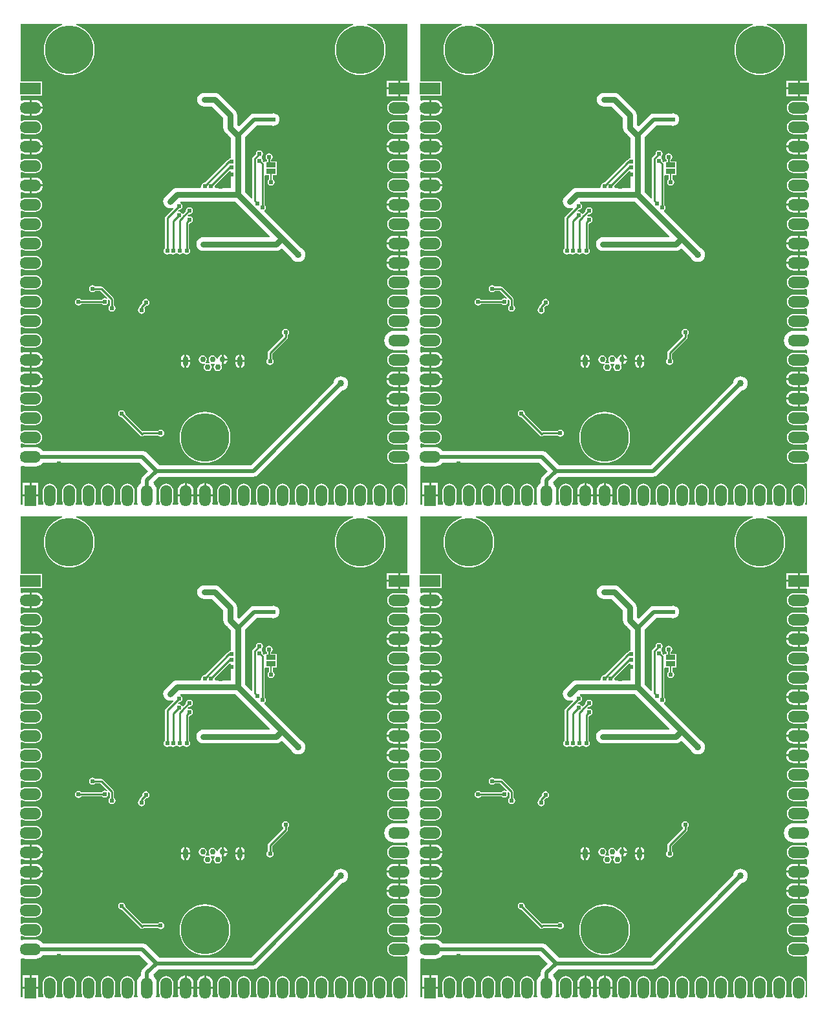
<source format=gbl>
G04 Layer_Physical_Order=2*
G04 Layer_Color=16711680*
%FSLAX25Y25*%
%MOIN*%
G70*
G01*
G75*
%ADD17C,0.00800*%
%ADD18C,0.01000*%
%ADD19C,0.02000*%
%ADD22C,0.03000*%
%ADD23C,0.02953*%
G04:AMPARAMS|DCode=24|XSize=25.59mil|YSize=51.18mil|CornerRadius=12.79mil|HoleSize=0mil|Usage=FLASHONLY|Rotation=0.000|XOffset=0mil|YOffset=0mil|HoleType=Round|Shape=RoundedRectangle|*
%AMROUNDEDRECTD24*
21,1,0.02559,0.02559,0,0,0.0*
21,1,0.00000,0.05118,0,0,0.0*
1,1,0.02559,0.00000,-0.01279*
1,1,0.02559,0.00000,-0.01279*
1,1,0.02559,0.00000,0.01279*
1,1,0.02559,0.00000,0.01279*
%
%ADD24ROUNDEDRECTD24*%
%ADD25C,0.25000*%
%ADD26R,0.11000X0.06000*%
%ADD27O,0.11000X0.06000*%
%ADD28R,0.06000X0.11000*%
%ADD29O,0.06000X0.11000*%
%ADD30C,0.02400*%
%ADD31C,0.03400*%
%ADD32R,0.05000X0.02500*%
G36*
X408674Y475800D02*
X404700D01*
Y471800D01*
Y467800D01*
X408674D01*
Y465528D01*
X408074Y465127D01*
X407640Y465307D01*
X406700Y465431D01*
X401700D01*
X400760Y465307D01*
X399885Y464945D01*
X399132Y464368D01*
X398555Y463616D01*
X398193Y462740D01*
X398069Y461800D01*
X398193Y460860D01*
X398555Y459984D01*
X399132Y459233D01*
X399885Y458655D01*
X400760Y458293D01*
X401700Y458169D01*
X406700D01*
X407640Y458293D01*
X408074Y458473D01*
X408674Y458072D01*
Y455528D01*
X408074Y455127D01*
X407640Y455307D01*
X406700Y455431D01*
X401700D01*
X400760Y455307D01*
X399885Y454945D01*
X399132Y454368D01*
X398555Y453616D01*
X398193Y452740D01*
X398069Y451800D01*
X398193Y450860D01*
X398555Y449985D01*
X399132Y449232D01*
X399885Y448655D01*
X400760Y448293D01*
X401700Y448169D01*
X406700D01*
X407640Y448293D01*
X408074Y448473D01*
X408674Y448072D01*
Y445852D01*
X408175Y445518D01*
X407744Y445697D01*
X406700Y445834D01*
X404700D01*
Y441800D01*
Y437766D01*
X406700D01*
X407744Y437903D01*
X408175Y438082D01*
X408674Y437748D01*
Y435528D01*
X408074Y435127D01*
X407640Y435307D01*
X406700Y435431D01*
X401700D01*
X400760Y435307D01*
X399885Y434945D01*
X399132Y434368D01*
X398555Y433615D01*
X398193Y432740D01*
X398069Y431800D01*
X398193Y430860D01*
X398555Y429985D01*
X399132Y429233D01*
X399885Y428655D01*
X400760Y428293D01*
X401700Y428169D01*
X406700D01*
X407640Y428293D01*
X408074Y428473D01*
X408674Y428072D01*
Y425528D01*
X408074Y425127D01*
X407640Y425307D01*
X406700Y425431D01*
X401700D01*
X400760Y425307D01*
X399885Y424945D01*
X399132Y424368D01*
X398555Y423616D01*
X398193Y422740D01*
X398069Y421800D01*
X398193Y420860D01*
X398555Y419984D01*
X399132Y419233D01*
X399885Y418655D01*
X400760Y418293D01*
X401700Y418169D01*
X406700D01*
X407640Y418293D01*
X408074Y418473D01*
X408674Y418072D01*
Y415852D01*
X408175Y415519D01*
X407744Y415697D01*
X406700Y415835D01*
X404700D01*
Y411800D01*
Y407765D01*
X406700D01*
X407744Y407903D01*
X408175Y408081D01*
X408674Y407748D01*
Y405528D01*
X408074Y405127D01*
X407640Y405307D01*
X406700Y405431D01*
X401700D01*
X400760Y405307D01*
X399885Y404945D01*
X399132Y404368D01*
X398555Y403616D01*
X398193Y402740D01*
X398069Y401800D01*
X398193Y400860D01*
X398555Y399985D01*
X399132Y399233D01*
X399885Y398655D01*
X400760Y398293D01*
X401700Y398169D01*
X406700D01*
X407640Y398293D01*
X408074Y398473D01*
X408674Y398072D01*
Y395852D01*
X408175Y395518D01*
X407744Y395697D01*
X406700Y395834D01*
X404700D01*
Y391800D01*
Y387766D01*
X406700D01*
X407744Y387903D01*
X408175Y388082D01*
X408674Y387748D01*
Y385852D01*
X408175Y385519D01*
X407744Y385697D01*
X406700Y385835D01*
X404700D01*
Y381800D01*
Y377765D01*
X406700D01*
X407744Y377903D01*
X408175Y378081D01*
X408674Y377748D01*
Y375528D01*
X408074Y375127D01*
X407640Y375307D01*
X406700Y375431D01*
X401700D01*
X400760Y375307D01*
X399885Y374945D01*
X399132Y374368D01*
X398555Y373616D01*
X398193Y372740D01*
X398069Y371800D01*
X398193Y370860D01*
X398555Y369985D01*
X399132Y369233D01*
X399885Y368655D01*
X400760Y368293D01*
X401700Y368169D01*
X406700D01*
X407640Y368293D01*
X408074Y368473D01*
X408674Y368072D01*
Y365528D01*
X408074Y365127D01*
X407640Y365307D01*
X406700Y365431D01*
X401700D01*
X400760Y365307D01*
X399885Y364945D01*
X399132Y364368D01*
X398555Y363615D01*
X398193Y362740D01*
X398069Y361800D01*
X398193Y360860D01*
X398555Y359984D01*
X399132Y359232D01*
X399885Y358655D01*
X400760Y358293D01*
X401700Y358169D01*
X406700D01*
X407640Y358293D01*
X408074Y358473D01*
X408674Y358072D01*
Y355528D01*
X408074Y355127D01*
X407640Y355307D01*
X406700Y355431D01*
X401700D01*
X400760Y355307D01*
X399885Y354945D01*
X399132Y354368D01*
X398555Y353615D01*
X398193Y352740D01*
X398069Y351800D01*
X398193Y350860D01*
X398555Y349985D01*
X399132Y349233D01*
X399885Y348655D01*
X400760Y348293D01*
X401700Y348169D01*
X406700D01*
X407640Y348293D01*
X408074Y348473D01*
X408674Y348072D01*
Y346934D01*
X408175Y346601D01*
X408005Y346671D01*
X406700Y346843D01*
X401700D01*
X400395Y346671D01*
X399178Y346167D01*
X398134Y345366D01*
X397333Y344322D01*
X396829Y343105D01*
X396657Y341800D01*
X396829Y340495D01*
X397333Y339278D01*
X398134Y338234D01*
X399178Y337433D01*
X400395Y336929D01*
X401700Y336757D01*
X406700D01*
X408005Y336929D01*
X408175Y336999D01*
X408674Y336666D01*
Y335528D01*
X408074Y335127D01*
X407640Y335307D01*
X406700Y335431D01*
X401700D01*
X400760Y335307D01*
X399885Y334945D01*
X399132Y334368D01*
X398555Y333615D01*
X398193Y332740D01*
X398069Y331800D01*
X398193Y330860D01*
X398555Y329984D01*
X399132Y329233D01*
X399885Y328655D01*
X400760Y328293D01*
X401700Y328169D01*
X406700D01*
X407640Y328293D01*
X408074Y328473D01*
X408674Y328072D01*
Y325852D01*
X408175Y325518D01*
X407744Y325697D01*
X406700Y325834D01*
X404700D01*
Y321800D01*
Y317765D01*
X406700D01*
X407744Y317903D01*
X408175Y318081D01*
X408674Y317748D01*
Y315852D01*
X408175Y315518D01*
X407744Y315697D01*
X406700Y315834D01*
X404700D01*
Y311800D01*
Y307766D01*
X406700D01*
X407744Y307903D01*
X408175Y308082D01*
X408674Y307748D01*
Y305528D01*
X408074Y305127D01*
X407640Y305307D01*
X406700Y305431D01*
X401700D01*
X400760Y305307D01*
X399885Y304945D01*
X399132Y304368D01*
X398555Y303615D01*
X398193Y302740D01*
X398069Y301800D01*
X398193Y300860D01*
X398555Y299985D01*
X399132Y299233D01*
X399885Y298655D01*
X400760Y298293D01*
X401700Y298169D01*
X406700D01*
X407640Y298293D01*
X408074Y298473D01*
X408674Y298072D01*
Y295528D01*
X408074Y295127D01*
X407640Y295307D01*
X406700Y295431D01*
X401700D01*
X400760Y295307D01*
X399885Y294945D01*
X399132Y294368D01*
X398555Y293616D01*
X398193Y292740D01*
X398069Y291800D01*
X398193Y290860D01*
X398555Y289984D01*
X399132Y289232D01*
X399885Y288655D01*
X400760Y288293D01*
X401700Y288169D01*
X406700D01*
X407640Y288293D01*
X408074Y288473D01*
X408674Y288072D01*
Y285528D01*
X408074Y285127D01*
X407640Y285307D01*
X406700Y285431D01*
X401700D01*
X400760Y285307D01*
X399885Y284945D01*
X399132Y284368D01*
X398555Y283615D01*
X398193Y282740D01*
X398069Y281800D01*
X398193Y280860D01*
X398555Y279984D01*
X399132Y279233D01*
X399885Y278655D01*
X400760Y278293D01*
X401700Y278169D01*
X406700D01*
X407640Y278293D01*
X408074Y278473D01*
X408674Y278072D01*
Y257026D01*
X407670D01*
X407403Y257626D01*
X407707Y258360D01*
X407831Y259300D01*
Y264300D01*
X407707Y265240D01*
X407345Y266115D01*
X406768Y266868D01*
X406015Y267445D01*
X405140Y267807D01*
X404200Y267931D01*
X403260Y267807D01*
X402385Y267445D01*
X401632Y266868D01*
X401055Y266115D01*
X400693Y265240D01*
X400569Y264300D01*
Y259300D01*
X400693Y258360D01*
X400997Y257626D01*
X400730Y257026D01*
X397670D01*
X397403Y257626D01*
X397707Y258360D01*
X397831Y259300D01*
Y264300D01*
X397707Y265240D01*
X397345Y266115D01*
X396767Y266868D01*
X396016Y267445D01*
X395140Y267807D01*
X394200Y267931D01*
X393260Y267807D01*
X392385Y267445D01*
X391633Y266868D01*
X391055Y266115D01*
X390693Y265240D01*
X390569Y264300D01*
Y259300D01*
X390693Y258360D01*
X390997Y257626D01*
X390730Y257026D01*
X387670D01*
X387403Y257626D01*
X387707Y258360D01*
X387831Y259300D01*
Y264300D01*
X387707Y265240D01*
X387345Y266115D01*
X386768Y266868D01*
X386016Y267445D01*
X385140Y267807D01*
X384200Y267931D01*
X383260Y267807D01*
X382384Y267445D01*
X381632Y266868D01*
X381055Y266115D01*
X380693Y265240D01*
X380569Y264300D01*
Y259300D01*
X380693Y258360D01*
X380997Y257626D01*
X380730Y257026D01*
X377670D01*
X377403Y257626D01*
X377707Y258360D01*
X377831Y259300D01*
Y264300D01*
X377707Y265240D01*
X377345Y266115D01*
X376767Y266868D01*
X376015Y267445D01*
X375140Y267807D01*
X374200Y267931D01*
X373260Y267807D01*
X372385Y267445D01*
X371633Y266868D01*
X371055Y266115D01*
X370693Y265240D01*
X370569Y264300D01*
Y259300D01*
X370693Y258360D01*
X370997Y257626D01*
X370730Y257026D01*
X367670D01*
X367403Y257626D01*
X367707Y258360D01*
X367831Y259300D01*
Y264300D01*
X367707Y265240D01*
X367345Y266115D01*
X366768Y266868D01*
X366016Y267445D01*
X365140Y267807D01*
X364200Y267931D01*
X363260Y267807D01*
X362385Y267445D01*
X361632Y266868D01*
X361055Y266115D01*
X360693Y265240D01*
X360569Y264300D01*
Y259300D01*
X360693Y258360D01*
X360997Y257626D01*
X360730Y257026D01*
X357670D01*
X357403Y257626D01*
X357707Y258360D01*
X357831Y259300D01*
Y264300D01*
X357707Y265240D01*
X357345Y266115D01*
X356768Y266868D01*
X356015Y267445D01*
X355140Y267807D01*
X354200Y267931D01*
X353260Y267807D01*
X352384Y267445D01*
X351632Y266868D01*
X351055Y266115D01*
X350693Y265240D01*
X350569Y264300D01*
Y259300D01*
X350693Y258360D01*
X350997Y257626D01*
X350730Y257026D01*
X347670D01*
X347403Y257626D01*
X347707Y258360D01*
X347831Y259300D01*
Y264300D01*
X347707Y265240D01*
X347345Y266115D01*
X346767Y266868D01*
X346016Y267445D01*
X345140Y267807D01*
X344200Y267931D01*
X343260Y267807D01*
X342385Y267445D01*
X341633Y266868D01*
X341055Y266115D01*
X340693Y265240D01*
X340569Y264300D01*
Y259300D01*
X340693Y258360D01*
X340997Y257626D01*
X340730Y257026D01*
X337670D01*
X337403Y257626D01*
X337707Y258360D01*
X337831Y259300D01*
Y264300D01*
X337707Y265240D01*
X337345Y266115D01*
X336768Y266868D01*
X336016Y267445D01*
X335140Y267807D01*
X334200Y267931D01*
X333260Y267807D01*
X332384Y267445D01*
X331632Y266868D01*
X331055Y266115D01*
X330693Y265240D01*
X330569Y264300D01*
Y259300D01*
X330693Y258360D01*
X330997Y257626D01*
X330730Y257026D01*
X327670D01*
X327403Y257626D01*
X327707Y258360D01*
X327831Y259300D01*
Y264300D01*
X327707Y265240D01*
X327345Y266115D01*
X326767Y266868D01*
X326015Y267445D01*
X325140Y267807D01*
X324200Y267931D01*
X323260Y267807D01*
X322385Y267445D01*
X321633Y266868D01*
X321055Y266115D01*
X320693Y265240D01*
X320569Y264300D01*
Y259300D01*
X320693Y258360D01*
X320997Y257626D01*
X320730Y257026D01*
X317670D01*
X317403Y257626D01*
X317707Y258360D01*
X317831Y259300D01*
Y264300D01*
X317707Y265240D01*
X317345Y266115D01*
X316768Y266868D01*
X316016Y267445D01*
X315140Y267807D01*
X314200Y267931D01*
X313260Y267807D01*
X312385Y267445D01*
X311632Y266868D01*
X311055Y266115D01*
X310693Y265240D01*
X310569Y264300D01*
Y259300D01*
X310693Y258360D01*
X310997Y257626D01*
X310730Y257026D01*
X308221D01*
X307836Y257626D01*
X308097Y258256D01*
X308235Y259300D01*
Y261300D01*
X304200D01*
X300166D01*
Y259300D01*
X300303Y258256D01*
X300564Y257626D01*
X300179Y257026D01*
X298221D01*
X297836Y257626D01*
X298097Y258256D01*
X298235Y259300D01*
Y261300D01*
X294200D01*
X290165D01*
Y259300D01*
X290303Y258256D01*
X290564Y257626D01*
X290179Y257026D01*
X287670D01*
X287403Y257626D01*
X287707Y258360D01*
X287831Y259300D01*
Y264300D01*
X287707Y265240D01*
X287345Y266115D01*
X286768Y266868D01*
X286016Y267445D01*
X285140Y267807D01*
X284200Y267931D01*
X283260Y267807D01*
X282384Y267445D01*
X281632Y266868D01*
X281055Y266115D01*
X280693Y265240D01*
X280569Y264300D01*
Y259300D01*
X280693Y258360D01*
X280997Y257626D01*
X280730Y257026D01*
X279210D01*
X278877Y257525D01*
X279071Y257995D01*
X279243Y259300D01*
Y264300D01*
X279071Y265605D01*
X278568Y266822D01*
X277766Y267866D01*
X277713Y267907D01*
X277666Y268687D01*
X280453Y271474D01*
X329100D01*
X329883Y271577D01*
X330613Y271880D01*
X331240Y272360D01*
X374830Y315951D01*
X375166Y315995D01*
X376066Y316368D01*
X376839Y316961D01*
X377432Y317734D01*
X377805Y318634D01*
X377932Y319600D01*
X377805Y320566D01*
X377432Y321466D01*
X376839Y322239D01*
X376066Y322832D01*
X375166Y323205D01*
X374200Y323332D01*
X373234Y323205D01*
X372334Y322832D01*
X371561Y322239D01*
X370968Y321466D01*
X370595Y320566D01*
X370551Y320230D01*
X327847Y277526D01*
X280453D01*
X274040Y283940D01*
X273413Y284420D01*
X272683Y284723D01*
X271900Y284826D01*
X220680D01*
X220266Y285366D01*
X219222Y286168D01*
X218005Y286671D01*
X216700Y286843D01*
X211700D01*
X210395Y286671D01*
X209725Y286394D01*
X209226Y286727D01*
Y288482D01*
X209764Y288748D01*
X209885Y288655D01*
X210760Y288293D01*
X211700Y288169D01*
X216700D01*
X217640Y288293D01*
X218515Y288655D01*
X219268Y289232D01*
X219845Y289984D01*
X220207Y290860D01*
X220331Y291800D01*
X220207Y292740D01*
X219845Y293616D01*
X219268Y294368D01*
X218515Y294945D01*
X217640Y295307D01*
X216700Y295431D01*
X211700D01*
X210760Y295307D01*
X209885Y294945D01*
X209764Y294852D01*
X209226Y295117D01*
Y298482D01*
X209764Y298748D01*
X209885Y298655D01*
X210760Y298293D01*
X211700Y298169D01*
X216700D01*
X217640Y298293D01*
X218515Y298655D01*
X219268Y299233D01*
X219845Y299985D01*
X220207Y300860D01*
X220331Y301800D01*
X220207Y302740D01*
X219845Y303615D01*
X219268Y304368D01*
X218515Y304945D01*
X217640Y305307D01*
X216700Y305431D01*
X211700D01*
X210760Y305307D01*
X209885Y304945D01*
X209764Y304852D01*
X209226Y305118D01*
Y308483D01*
X209764Y308748D01*
X209885Y308655D01*
X210760Y308293D01*
X211700Y308169D01*
X216700D01*
X217640Y308293D01*
X218515Y308655D01*
X219268Y309232D01*
X219845Y309984D01*
X220207Y310860D01*
X220331Y311800D01*
X220207Y312740D01*
X219845Y313615D01*
X219268Y314368D01*
X218515Y314945D01*
X217640Y315307D01*
X216700Y315431D01*
X211700D01*
X210760Y315307D01*
X209885Y314945D01*
X209764Y314852D01*
X209226Y315118D01*
Y317979D01*
X209826Y318247D01*
X210656Y317903D01*
X211700Y317765D01*
X213700D01*
Y321800D01*
Y325834D01*
X211700D01*
X210656Y325697D01*
X209826Y325353D01*
X209226Y325621D01*
Y327979D01*
X209826Y328247D01*
X210656Y327903D01*
X211700Y327765D01*
X213700D01*
Y331800D01*
Y335835D01*
X211700D01*
X210656Y335697D01*
X209826Y335353D01*
X209226Y335621D01*
Y338482D01*
X209764Y338748D01*
X209885Y338655D01*
X210760Y338293D01*
X211700Y338169D01*
X216700D01*
X217640Y338293D01*
X218515Y338655D01*
X219268Y339232D01*
X219845Y339984D01*
X220207Y340860D01*
X220331Y341800D01*
X220207Y342740D01*
X219845Y343616D01*
X219268Y344368D01*
X218515Y344945D01*
X217640Y345307D01*
X216700Y345431D01*
X211700D01*
X210760Y345307D01*
X209885Y344945D01*
X209764Y344852D01*
X209226Y345117D01*
Y348482D01*
X209764Y348748D01*
X209885Y348655D01*
X210760Y348293D01*
X211700Y348169D01*
X216700D01*
X217640Y348293D01*
X218515Y348655D01*
X219268Y349233D01*
X219845Y349985D01*
X220207Y350860D01*
X220331Y351800D01*
X220207Y352740D01*
X219845Y353615D01*
X219268Y354368D01*
X218515Y354945D01*
X217640Y355307D01*
X216700Y355431D01*
X211700D01*
X210760Y355307D01*
X209885Y354945D01*
X209764Y354852D01*
X209226Y355118D01*
Y358483D01*
X209764Y358748D01*
X209885Y358655D01*
X210760Y358293D01*
X211700Y358169D01*
X216700D01*
X217640Y358293D01*
X218515Y358655D01*
X219268Y359232D01*
X219845Y359984D01*
X220207Y360860D01*
X220331Y361800D01*
X220207Y362740D01*
X219845Y363615D01*
X219268Y364368D01*
X218515Y364945D01*
X217640Y365307D01*
X216700Y365431D01*
X211700D01*
X210760Y365307D01*
X209885Y364945D01*
X209764Y364852D01*
X209226Y365118D01*
Y368482D01*
X209764Y368748D01*
X209885Y368655D01*
X210760Y368293D01*
X211700Y368169D01*
X216700D01*
X217640Y368293D01*
X218515Y368655D01*
X219268Y369233D01*
X219845Y369985D01*
X220207Y370860D01*
X220331Y371800D01*
X220207Y372740D01*
X219845Y373616D01*
X219268Y374368D01*
X218515Y374945D01*
X217640Y375307D01*
X216700Y375431D01*
X211700D01*
X210760Y375307D01*
X209885Y374945D01*
X209764Y374852D01*
X209226Y375117D01*
Y378483D01*
X209764Y378748D01*
X209885Y378655D01*
X210760Y378293D01*
X211700Y378169D01*
X216700D01*
X217640Y378293D01*
X218515Y378655D01*
X219268Y379233D01*
X219845Y379984D01*
X220207Y380860D01*
X220331Y381800D01*
X220207Y382740D01*
X219845Y383615D01*
X219268Y384368D01*
X218515Y384945D01*
X217640Y385307D01*
X216700Y385431D01*
X211700D01*
X210760Y385307D01*
X209885Y384945D01*
X209764Y384852D01*
X209226Y385118D01*
Y388482D01*
X209764Y388748D01*
X209885Y388655D01*
X210760Y388293D01*
X211700Y388169D01*
X216700D01*
X217640Y388293D01*
X218515Y388655D01*
X219268Y389232D01*
X219845Y389984D01*
X220207Y390860D01*
X220331Y391800D01*
X220207Y392740D01*
X219845Y393616D01*
X219268Y394368D01*
X218515Y394945D01*
X217640Y395307D01*
X216700Y395431D01*
X211700D01*
X210760Y395307D01*
X209885Y394945D01*
X209764Y394852D01*
X209226Y395117D01*
Y398482D01*
X209764Y398748D01*
X209885Y398655D01*
X210760Y398293D01*
X211700Y398169D01*
X216700D01*
X217640Y398293D01*
X218515Y398655D01*
X219268Y399233D01*
X219845Y399985D01*
X220207Y400860D01*
X220331Y401800D01*
X220207Y402740D01*
X219845Y403616D01*
X219268Y404368D01*
X218515Y404945D01*
X217640Y405307D01*
X216700Y405431D01*
X211700D01*
X210760Y405307D01*
X209885Y404945D01*
X209764Y404852D01*
X209226Y405118D01*
Y408483D01*
X209764Y408748D01*
X209885Y408655D01*
X210760Y408293D01*
X211700Y408169D01*
X216700D01*
X217640Y408293D01*
X218515Y408655D01*
X219268Y409233D01*
X219845Y409984D01*
X220207Y410860D01*
X220331Y411800D01*
X220207Y412740D01*
X219845Y413616D01*
X219268Y414368D01*
X218515Y414945D01*
X217640Y415307D01*
X216700Y415431D01*
X211700D01*
X210760Y415307D01*
X209885Y414945D01*
X209764Y414852D01*
X209226Y415118D01*
Y417979D01*
X209826Y418247D01*
X210656Y417903D01*
X211700Y417766D01*
X213700D01*
Y421800D01*
Y425835D01*
X211700D01*
X210656Y425697D01*
X209826Y425353D01*
X209226Y425621D01*
Y428482D01*
X209764Y428748D01*
X209885Y428655D01*
X210760Y428293D01*
X211700Y428169D01*
X216700D01*
X217640Y428293D01*
X218515Y428655D01*
X219268Y429233D01*
X219845Y429985D01*
X220207Y430860D01*
X220331Y431800D01*
X220207Y432740D01*
X219845Y433615D01*
X219268Y434368D01*
X218515Y434945D01*
X217640Y435307D01*
X216700Y435431D01*
X211700D01*
X210760Y435307D01*
X209885Y434945D01*
X209764Y434852D01*
X209226Y435117D01*
Y437979D01*
X209826Y438247D01*
X210656Y437903D01*
X211700Y437766D01*
X213700D01*
Y441800D01*
Y445834D01*
X211700D01*
X210656Y445697D01*
X209826Y445353D01*
X209226Y445621D01*
Y448483D01*
X209764Y448748D01*
X209885Y448655D01*
X210760Y448293D01*
X211700Y448169D01*
X216700D01*
X217640Y448293D01*
X218515Y448655D01*
X219268Y449232D01*
X219845Y449985D01*
X220207Y450860D01*
X220331Y451800D01*
X220207Y452740D01*
X219845Y453616D01*
X219268Y454368D01*
X218515Y454945D01*
X217640Y455307D01*
X216700Y455431D01*
X211700D01*
X210760Y455307D01*
X209885Y454945D01*
X209764Y454852D01*
X209226Y455118D01*
Y457979D01*
X209826Y458247D01*
X210656Y457903D01*
X211700Y457765D01*
X213700D01*
Y461800D01*
Y465835D01*
X211700D01*
X210656Y465697D01*
X209826Y465353D01*
X209226Y465621D01*
Y468200D01*
X220300D01*
Y475400D01*
X209226D01*
Y504974D01*
X230388D01*
X230459Y504374D01*
X230139Y504297D01*
X228234Y503508D01*
X226476Y502431D01*
X224908Y501092D01*
X223569Y499524D01*
X222492Y497766D01*
X221703Y495861D01*
X221221Y493856D01*
X221059Y491800D01*
X221221Y489744D01*
X221703Y487739D01*
X222492Y485834D01*
X223569Y484076D01*
X224908Y482508D01*
X226476Y481169D01*
X228234Y480092D01*
X230139Y479303D01*
X232144Y478821D01*
X234200Y478659D01*
X236256Y478821D01*
X238261Y479303D01*
X240166Y480092D01*
X241924Y481169D01*
X243492Y482508D01*
X244831Y484076D01*
X245908Y485834D01*
X246697Y487739D01*
X247179Y489744D01*
X247340Y491800D01*
X247179Y493856D01*
X246697Y495861D01*
X245908Y497766D01*
X244831Y499524D01*
X243492Y501092D01*
X241924Y502431D01*
X240166Y503508D01*
X238261Y504297D01*
X237941Y504374D01*
X238012Y504974D01*
X380388D01*
X380459Y504374D01*
X380139Y504297D01*
X378234Y503508D01*
X376476Y502431D01*
X374908Y501092D01*
X373569Y499524D01*
X372492Y497766D01*
X371703Y495861D01*
X371221Y493856D01*
X371059Y491800D01*
X371221Y489744D01*
X371703Y487739D01*
X372492Y485834D01*
X373569Y484076D01*
X374908Y482508D01*
X376476Y481169D01*
X378234Y480092D01*
X380139Y479303D01*
X382144Y478821D01*
X384200Y478659D01*
X386256Y478821D01*
X388261Y479303D01*
X390166Y480092D01*
X391924Y481169D01*
X393492Y482508D01*
X394831Y484076D01*
X395908Y485834D01*
X396697Y487739D01*
X397179Y489744D01*
X397340Y491800D01*
X397179Y493856D01*
X396697Y495861D01*
X395908Y497766D01*
X394831Y499524D01*
X393492Y501092D01*
X391924Y502431D01*
X390166Y503508D01*
X388261Y504297D01*
X387941Y504374D01*
X388012Y504974D01*
X408674D01*
Y475800D01*
D02*
G37*
G36*
X202674D02*
X198700D01*
Y471800D01*
Y467800D01*
X202674D01*
Y465528D01*
X202074Y465127D01*
X201640Y465307D01*
X200700Y465431D01*
X195700D01*
X194760Y465307D01*
X193885Y464945D01*
X193132Y464368D01*
X192555Y463616D01*
X192193Y462740D01*
X192069Y461800D01*
X192193Y460860D01*
X192555Y459984D01*
X193132Y459233D01*
X193885Y458655D01*
X194760Y458293D01*
X195700Y458169D01*
X200700D01*
X201640Y458293D01*
X202074Y458473D01*
X202674Y458072D01*
Y455528D01*
X202074Y455127D01*
X201640Y455307D01*
X200700Y455431D01*
X195700D01*
X194760Y455307D01*
X193885Y454945D01*
X193132Y454368D01*
X192555Y453616D01*
X192193Y452740D01*
X192069Y451800D01*
X192193Y450860D01*
X192555Y449985D01*
X193132Y449232D01*
X193885Y448655D01*
X194760Y448293D01*
X195700Y448169D01*
X200700D01*
X201640Y448293D01*
X202074Y448473D01*
X202674Y448072D01*
Y445852D01*
X202175Y445518D01*
X201744Y445697D01*
X200700Y445834D01*
X198700D01*
Y441800D01*
Y437766D01*
X200700D01*
X201744Y437903D01*
X202175Y438082D01*
X202674Y437748D01*
Y435528D01*
X202074Y435127D01*
X201640Y435307D01*
X200700Y435431D01*
X195700D01*
X194760Y435307D01*
X193885Y434945D01*
X193132Y434368D01*
X192555Y433615D01*
X192193Y432740D01*
X192069Y431800D01*
X192193Y430860D01*
X192555Y429985D01*
X193132Y429233D01*
X193885Y428655D01*
X194760Y428293D01*
X195700Y428169D01*
X200700D01*
X201640Y428293D01*
X202074Y428473D01*
X202674Y428072D01*
Y425528D01*
X202074Y425127D01*
X201640Y425307D01*
X200700Y425431D01*
X195700D01*
X194760Y425307D01*
X193885Y424945D01*
X193132Y424368D01*
X192555Y423616D01*
X192193Y422740D01*
X192069Y421800D01*
X192193Y420860D01*
X192555Y419984D01*
X193132Y419233D01*
X193885Y418655D01*
X194760Y418293D01*
X195700Y418169D01*
X200700D01*
X201640Y418293D01*
X202074Y418473D01*
X202674Y418072D01*
Y415852D01*
X202175Y415519D01*
X201744Y415697D01*
X200700Y415835D01*
X198700D01*
Y411800D01*
Y407765D01*
X200700D01*
X201744Y407903D01*
X202175Y408081D01*
X202674Y407748D01*
Y405528D01*
X202074Y405127D01*
X201640Y405307D01*
X200700Y405431D01*
X195700D01*
X194760Y405307D01*
X193885Y404945D01*
X193132Y404368D01*
X192555Y403616D01*
X192193Y402740D01*
X192069Y401800D01*
X192193Y400860D01*
X192555Y399985D01*
X193132Y399233D01*
X193885Y398655D01*
X194760Y398293D01*
X195700Y398169D01*
X200700D01*
X201640Y398293D01*
X202074Y398473D01*
X202674Y398072D01*
Y395852D01*
X202175Y395518D01*
X201744Y395697D01*
X200700Y395834D01*
X198700D01*
Y391800D01*
Y387766D01*
X200700D01*
X201744Y387903D01*
X202175Y388082D01*
X202674Y387748D01*
Y385852D01*
X202175Y385519D01*
X201744Y385697D01*
X200700Y385835D01*
X198700D01*
Y381800D01*
Y377765D01*
X200700D01*
X201744Y377903D01*
X202175Y378081D01*
X202674Y377748D01*
Y375528D01*
X202074Y375127D01*
X201640Y375307D01*
X200700Y375431D01*
X195700D01*
X194760Y375307D01*
X193885Y374945D01*
X193132Y374368D01*
X192555Y373616D01*
X192193Y372740D01*
X192069Y371800D01*
X192193Y370860D01*
X192555Y369985D01*
X193132Y369233D01*
X193885Y368655D01*
X194760Y368293D01*
X195700Y368169D01*
X200700D01*
X201640Y368293D01*
X202074Y368473D01*
X202674Y368072D01*
Y365528D01*
X202074Y365127D01*
X201640Y365307D01*
X200700Y365431D01*
X195700D01*
X194760Y365307D01*
X193885Y364945D01*
X193132Y364368D01*
X192555Y363615D01*
X192193Y362740D01*
X192069Y361800D01*
X192193Y360860D01*
X192555Y359984D01*
X193132Y359232D01*
X193885Y358655D01*
X194760Y358293D01*
X195700Y358169D01*
X200700D01*
X201640Y358293D01*
X202074Y358473D01*
X202674Y358072D01*
Y355528D01*
X202074Y355127D01*
X201640Y355307D01*
X200700Y355431D01*
X195700D01*
X194760Y355307D01*
X193885Y354945D01*
X193132Y354368D01*
X192555Y353615D01*
X192193Y352740D01*
X192069Y351800D01*
X192193Y350860D01*
X192555Y349985D01*
X193132Y349233D01*
X193885Y348655D01*
X194760Y348293D01*
X195700Y348169D01*
X200700D01*
X201640Y348293D01*
X202074Y348473D01*
X202674Y348072D01*
Y346934D01*
X202175Y346601D01*
X202005Y346671D01*
X200700Y346843D01*
X195700D01*
X194395Y346671D01*
X193178Y346167D01*
X192134Y345366D01*
X191332Y344322D01*
X190829Y343105D01*
X190657Y341800D01*
X190829Y340495D01*
X191332Y339278D01*
X192134Y338234D01*
X193178Y337433D01*
X194395Y336929D01*
X195700Y336757D01*
X200700D01*
X202005Y336929D01*
X202175Y336999D01*
X202674Y336666D01*
Y335528D01*
X202074Y335127D01*
X201640Y335307D01*
X200700Y335431D01*
X195700D01*
X194760Y335307D01*
X193885Y334945D01*
X193132Y334368D01*
X192555Y333615D01*
X192193Y332740D01*
X192069Y331800D01*
X192193Y330860D01*
X192555Y329984D01*
X193132Y329233D01*
X193885Y328655D01*
X194760Y328293D01*
X195700Y328169D01*
X200700D01*
X201640Y328293D01*
X202074Y328473D01*
X202674Y328072D01*
Y325852D01*
X202175Y325518D01*
X201744Y325697D01*
X200700Y325834D01*
X198700D01*
Y321800D01*
Y317765D01*
X200700D01*
X201744Y317903D01*
X202175Y318081D01*
X202674Y317748D01*
Y315852D01*
X202175Y315518D01*
X201744Y315697D01*
X200700Y315834D01*
X198700D01*
Y311800D01*
Y307766D01*
X200700D01*
X201744Y307903D01*
X202175Y308082D01*
X202674Y307748D01*
Y305528D01*
X202074Y305127D01*
X201640Y305307D01*
X200700Y305431D01*
X195700D01*
X194760Y305307D01*
X193885Y304945D01*
X193132Y304368D01*
X192555Y303615D01*
X192193Y302740D01*
X192069Y301800D01*
X192193Y300860D01*
X192555Y299985D01*
X193132Y299233D01*
X193885Y298655D01*
X194760Y298293D01*
X195700Y298169D01*
X200700D01*
X201640Y298293D01*
X202074Y298473D01*
X202674Y298072D01*
Y295528D01*
X202074Y295127D01*
X201640Y295307D01*
X200700Y295431D01*
X195700D01*
X194760Y295307D01*
X193885Y294945D01*
X193132Y294368D01*
X192555Y293616D01*
X192193Y292740D01*
X192069Y291800D01*
X192193Y290860D01*
X192555Y289984D01*
X193132Y289232D01*
X193885Y288655D01*
X194760Y288293D01*
X195700Y288169D01*
X200700D01*
X201640Y288293D01*
X202074Y288473D01*
X202674Y288072D01*
Y285528D01*
X202074Y285127D01*
X201640Y285307D01*
X200700Y285431D01*
X195700D01*
X194760Y285307D01*
X193885Y284945D01*
X193132Y284368D01*
X192555Y283615D01*
X192193Y282740D01*
X192069Y281800D01*
X192193Y280860D01*
X192555Y279984D01*
X193132Y279233D01*
X193885Y278655D01*
X194760Y278293D01*
X195700Y278169D01*
X200700D01*
X201640Y278293D01*
X202074Y278473D01*
X202674Y278072D01*
Y257026D01*
X201670D01*
X201403Y257626D01*
X201707Y258360D01*
X201831Y259300D01*
Y264300D01*
X201707Y265240D01*
X201345Y266115D01*
X200768Y266868D01*
X200015Y267445D01*
X199140Y267807D01*
X198200Y267931D01*
X197260Y267807D01*
X196385Y267445D01*
X195632Y266868D01*
X195055Y266115D01*
X194693Y265240D01*
X194569Y264300D01*
Y259300D01*
X194693Y258360D01*
X194997Y257626D01*
X194730Y257026D01*
X191670D01*
X191403Y257626D01*
X191707Y258360D01*
X191831Y259300D01*
Y264300D01*
X191707Y265240D01*
X191345Y266115D01*
X190768Y266868D01*
X190015Y267445D01*
X189140Y267807D01*
X188200Y267931D01*
X187260Y267807D01*
X186384Y267445D01*
X185632Y266868D01*
X185055Y266115D01*
X184693Y265240D01*
X184569Y264300D01*
Y259300D01*
X184693Y258360D01*
X184997Y257626D01*
X184730Y257026D01*
X181670D01*
X181403Y257626D01*
X181707Y258360D01*
X181831Y259300D01*
Y264300D01*
X181707Y265240D01*
X181345Y266115D01*
X180768Y266868D01*
X180016Y267445D01*
X179140Y267807D01*
X178200Y267931D01*
X177260Y267807D01*
X176384Y267445D01*
X175632Y266868D01*
X175055Y266115D01*
X174693Y265240D01*
X174569Y264300D01*
Y259300D01*
X174693Y258360D01*
X174997Y257626D01*
X174730Y257026D01*
X171670D01*
X171403Y257626D01*
X171707Y258360D01*
X171831Y259300D01*
Y264300D01*
X171707Y265240D01*
X171345Y266115D01*
X170768Y266868D01*
X170016Y267445D01*
X169140Y267807D01*
X168200Y267931D01*
X167260Y267807D01*
X166384Y267445D01*
X165632Y266868D01*
X165055Y266115D01*
X164693Y265240D01*
X164569Y264300D01*
Y259300D01*
X164693Y258360D01*
X164997Y257626D01*
X164730Y257026D01*
X161670D01*
X161403Y257626D01*
X161707Y258360D01*
X161831Y259300D01*
Y264300D01*
X161707Y265240D01*
X161345Y266115D01*
X160768Y266868D01*
X160015Y267445D01*
X159140Y267807D01*
X158200Y267931D01*
X157260Y267807D01*
X156385Y267445D01*
X155632Y266868D01*
X155055Y266115D01*
X154693Y265240D01*
X154569Y264300D01*
Y259300D01*
X154693Y258360D01*
X154997Y257626D01*
X154730Y257026D01*
X151670D01*
X151403Y257626D01*
X151707Y258360D01*
X151831Y259300D01*
Y264300D01*
X151707Y265240D01*
X151345Y266115D01*
X150768Y266868D01*
X150015Y267445D01*
X149140Y267807D01*
X148200Y267931D01*
X147260Y267807D01*
X146385Y267445D01*
X145632Y266868D01*
X145055Y266115D01*
X144693Y265240D01*
X144569Y264300D01*
Y259300D01*
X144693Y258360D01*
X144997Y257626D01*
X144730Y257026D01*
X141670D01*
X141403Y257626D01*
X141707Y258360D01*
X141831Y259300D01*
Y264300D01*
X141707Y265240D01*
X141345Y266115D01*
X140768Y266868D01*
X140015Y267445D01*
X139140Y267807D01*
X138200Y267931D01*
X137260Y267807D01*
X136384Y267445D01*
X135632Y266868D01*
X135055Y266115D01*
X134693Y265240D01*
X134569Y264300D01*
Y259300D01*
X134693Y258360D01*
X134997Y257626D01*
X134730Y257026D01*
X131670D01*
X131403Y257626D01*
X131707Y258360D01*
X131831Y259300D01*
Y264300D01*
X131707Y265240D01*
X131345Y266115D01*
X130768Y266868D01*
X130016Y267445D01*
X129140Y267807D01*
X128200Y267931D01*
X127260Y267807D01*
X126384Y267445D01*
X125632Y266868D01*
X125055Y266115D01*
X124693Y265240D01*
X124569Y264300D01*
Y259300D01*
X124693Y258360D01*
X124997Y257626D01*
X124730Y257026D01*
X121670D01*
X121403Y257626D01*
X121707Y258360D01*
X121831Y259300D01*
Y264300D01*
X121707Y265240D01*
X121345Y266115D01*
X120768Y266868D01*
X120016Y267445D01*
X119140Y267807D01*
X118200Y267931D01*
X117260Y267807D01*
X116384Y267445D01*
X115632Y266868D01*
X115055Y266115D01*
X114693Y265240D01*
X114569Y264300D01*
Y259300D01*
X114693Y258360D01*
X114997Y257626D01*
X114730Y257026D01*
X111670D01*
X111403Y257626D01*
X111707Y258360D01*
X111831Y259300D01*
Y264300D01*
X111707Y265240D01*
X111345Y266115D01*
X110768Y266868D01*
X110015Y267445D01*
X109140Y267807D01*
X108200Y267931D01*
X107260Y267807D01*
X106385Y267445D01*
X105632Y266868D01*
X105055Y266115D01*
X104693Y265240D01*
X104569Y264300D01*
Y259300D01*
X104693Y258360D01*
X104997Y257626D01*
X104730Y257026D01*
X102221D01*
X101836Y257626D01*
X102097Y258256D01*
X102234Y259300D01*
Y261300D01*
X98200D01*
X94165D01*
Y259300D01*
X94303Y258256D01*
X94564Y257626D01*
X94179Y257026D01*
X92221D01*
X91836Y257626D01*
X92097Y258256D01*
X92234Y259300D01*
Y261300D01*
X88200D01*
X84166D01*
Y259300D01*
X84303Y258256D01*
X84564Y257626D01*
X84179Y257026D01*
X81670D01*
X81403Y257626D01*
X81707Y258360D01*
X81831Y259300D01*
Y264300D01*
X81707Y265240D01*
X81345Y266115D01*
X80768Y266868D01*
X80015Y267445D01*
X79140Y267807D01*
X78200Y267931D01*
X77260Y267807D01*
X76385Y267445D01*
X75632Y266868D01*
X75055Y266115D01*
X74693Y265240D01*
X74569Y264300D01*
Y259300D01*
X74693Y258360D01*
X74997Y257626D01*
X74730Y257026D01*
X73210D01*
X72877Y257525D01*
X73071Y257995D01*
X73243Y259300D01*
Y264300D01*
X73071Y265605D01*
X72567Y266822D01*
X71766Y267866D01*
X71713Y267907D01*
X71666Y268687D01*
X74453Y271474D01*
X123100D01*
X123883Y271577D01*
X124613Y271880D01*
X125240Y272360D01*
X168830Y315951D01*
X169166Y315995D01*
X170066Y316368D01*
X170839Y316961D01*
X171432Y317734D01*
X171805Y318634D01*
X171932Y319600D01*
X171805Y320566D01*
X171432Y321466D01*
X170839Y322239D01*
X170066Y322832D01*
X169166Y323205D01*
X168200Y323332D01*
X167234Y323205D01*
X166334Y322832D01*
X165561Y322239D01*
X164968Y321466D01*
X164595Y320566D01*
X164551Y320230D01*
X121847Y277526D01*
X74453D01*
X68040Y283940D01*
X67413Y284420D01*
X66683Y284723D01*
X65900Y284826D01*
X14681D01*
X14266Y285366D01*
X13222Y286168D01*
X12005Y286671D01*
X10700Y286843D01*
X5700D01*
X4395Y286671D01*
X3725Y286394D01*
X3226Y286727D01*
Y288482D01*
X3764Y288748D01*
X3884Y288655D01*
X4760Y288293D01*
X5700Y288169D01*
X10700D01*
X11640Y288293D01*
X12516Y288655D01*
X13268Y289232D01*
X13845Y289984D01*
X14207Y290860D01*
X14331Y291800D01*
X14207Y292740D01*
X13845Y293616D01*
X13268Y294368D01*
X12516Y294945D01*
X11640Y295307D01*
X10700Y295431D01*
X5700D01*
X4760Y295307D01*
X3884Y294945D01*
X3764Y294852D01*
X3226Y295117D01*
Y298482D01*
X3764Y298748D01*
X3884Y298655D01*
X4760Y298293D01*
X5700Y298169D01*
X10700D01*
X11640Y298293D01*
X12516Y298655D01*
X13268Y299233D01*
X13845Y299985D01*
X14207Y300860D01*
X14331Y301800D01*
X14207Y302740D01*
X13845Y303615D01*
X13268Y304368D01*
X12516Y304945D01*
X11640Y305307D01*
X10700Y305431D01*
X5700D01*
X4760Y305307D01*
X3884Y304945D01*
X3764Y304852D01*
X3226Y305118D01*
Y308483D01*
X3764Y308748D01*
X3884Y308655D01*
X4760Y308293D01*
X5700Y308169D01*
X10700D01*
X11640Y308293D01*
X12516Y308655D01*
X13268Y309232D01*
X13845Y309984D01*
X14207Y310860D01*
X14331Y311800D01*
X14207Y312740D01*
X13845Y313615D01*
X13268Y314368D01*
X12516Y314945D01*
X11640Y315307D01*
X10700Y315431D01*
X5700D01*
X4760Y315307D01*
X3884Y314945D01*
X3764Y314852D01*
X3226Y315118D01*
Y317979D01*
X3826Y318247D01*
X4656Y317903D01*
X5700Y317765D01*
X7700D01*
Y321800D01*
Y325834D01*
X5700D01*
X4656Y325697D01*
X3826Y325353D01*
X3226Y325621D01*
Y327979D01*
X3826Y328247D01*
X4656Y327903D01*
X5700Y327765D01*
X7700D01*
Y331800D01*
Y335835D01*
X5700D01*
X4656Y335697D01*
X3826Y335353D01*
X3226Y335621D01*
Y338482D01*
X3764Y338748D01*
X3884Y338655D01*
X4760Y338293D01*
X5700Y338169D01*
X10700D01*
X11640Y338293D01*
X12516Y338655D01*
X13268Y339232D01*
X13845Y339984D01*
X14207Y340860D01*
X14331Y341800D01*
X14207Y342740D01*
X13845Y343616D01*
X13268Y344368D01*
X12516Y344945D01*
X11640Y345307D01*
X10700Y345431D01*
X5700D01*
X4760Y345307D01*
X3884Y344945D01*
X3764Y344852D01*
X3226Y345117D01*
Y348482D01*
X3764Y348748D01*
X3884Y348655D01*
X4760Y348293D01*
X5700Y348169D01*
X10700D01*
X11640Y348293D01*
X12516Y348655D01*
X13268Y349233D01*
X13845Y349985D01*
X14207Y350860D01*
X14331Y351800D01*
X14207Y352740D01*
X13845Y353615D01*
X13268Y354368D01*
X12516Y354945D01*
X11640Y355307D01*
X10700Y355431D01*
X5700D01*
X4760Y355307D01*
X3884Y354945D01*
X3764Y354852D01*
X3226Y355118D01*
Y358483D01*
X3764Y358748D01*
X3884Y358655D01*
X4760Y358293D01*
X5700Y358169D01*
X10700D01*
X11640Y358293D01*
X12516Y358655D01*
X13268Y359232D01*
X13845Y359984D01*
X14207Y360860D01*
X14331Y361800D01*
X14207Y362740D01*
X13845Y363615D01*
X13268Y364368D01*
X12516Y364945D01*
X11640Y365307D01*
X10700Y365431D01*
X5700D01*
X4760Y365307D01*
X3884Y364945D01*
X3764Y364852D01*
X3226Y365118D01*
Y368482D01*
X3764Y368748D01*
X3884Y368655D01*
X4760Y368293D01*
X5700Y368169D01*
X10700D01*
X11640Y368293D01*
X12516Y368655D01*
X13268Y369233D01*
X13845Y369985D01*
X14207Y370860D01*
X14331Y371800D01*
X14207Y372740D01*
X13845Y373616D01*
X13268Y374368D01*
X12516Y374945D01*
X11640Y375307D01*
X10700Y375431D01*
X5700D01*
X4760Y375307D01*
X3884Y374945D01*
X3764Y374852D01*
X3226Y375117D01*
Y378483D01*
X3764Y378748D01*
X3884Y378655D01*
X4760Y378293D01*
X5700Y378169D01*
X10700D01*
X11640Y378293D01*
X12516Y378655D01*
X13268Y379233D01*
X13845Y379984D01*
X14207Y380860D01*
X14331Y381800D01*
X14207Y382740D01*
X13845Y383615D01*
X13268Y384368D01*
X12516Y384945D01*
X11640Y385307D01*
X10700Y385431D01*
X5700D01*
X4760Y385307D01*
X3884Y384945D01*
X3764Y384852D01*
X3226Y385118D01*
Y388482D01*
X3764Y388748D01*
X3884Y388655D01*
X4760Y388293D01*
X5700Y388169D01*
X10700D01*
X11640Y388293D01*
X12516Y388655D01*
X13268Y389232D01*
X13845Y389984D01*
X14207Y390860D01*
X14331Y391800D01*
X14207Y392740D01*
X13845Y393616D01*
X13268Y394368D01*
X12516Y394945D01*
X11640Y395307D01*
X10700Y395431D01*
X5700D01*
X4760Y395307D01*
X3884Y394945D01*
X3764Y394852D01*
X3226Y395117D01*
Y398482D01*
X3764Y398748D01*
X3884Y398655D01*
X4760Y398293D01*
X5700Y398169D01*
X10700D01*
X11640Y398293D01*
X12516Y398655D01*
X13268Y399233D01*
X13845Y399985D01*
X14207Y400860D01*
X14331Y401800D01*
X14207Y402740D01*
X13845Y403616D01*
X13268Y404368D01*
X12516Y404945D01*
X11640Y405307D01*
X10700Y405431D01*
X5700D01*
X4760Y405307D01*
X3884Y404945D01*
X3764Y404852D01*
X3226Y405118D01*
Y408483D01*
X3764Y408748D01*
X3884Y408655D01*
X4760Y408293D01*
X5700Y408169D01*
X10700D01*
X11640Y408293D01*
X12516Y408655D01*
X13268Y409233D01*
X13845Y409984D01*
X14207Y410860D01*
X14331Y411800D01*
X14207Y412740D01*
X13845Y413616D01*
X13268Y414368D01*
X12516Y414945D01*
X11640Y415307D01*
X10700Y415431D01*
X5700D01*
X4760Y415307D01*
X3884Y414945D01*
X3764Y414852D01*
X3226Y415118D01*
Y417979D01*
X3826Y418247D01*
X4656Y417903D01*
X5700Y417766D01*
X7700D01*
Y421800D01*
Y425835D01*
X5700D01*
X4656Y425697D01*
X3826Y425353D01*
X3226Y425621D01*
Y428482D01*
X3764Y428748D01*
X3884Y428655D01*
X4760Y428293D01*
X5700Y428169D01*
X10700D01*
X11640Y428293D01*
X12516Y428655D01*
X13268Y429233D01*
X13845Y429985D01*
X14207Y430860D01*
X14331Y431800D01*
X14207Y432740D01*
X13845Y433615D01*
X13268Y434368D01*
X12516Y434945D01*
X11640Y435307D01*
X10700Y435431D01*
X5700D01*
X4760Y435307D01*
X3884Y434945D01*
X3764Y434852D01*
X3226Y435117D01*
Y437979D01*
X3826Y438247D01*
X4656Y437903D01*
X5700Y437766D01*
X7700D01*
Y441800D01*
Y445834D01*
X5700D01*
X4656Y445697D01*
X3826Y445353D01*
X3226Y445621D01*
Y448483D01*
X3764Y448748D01*
X3884Y448655D01*
X4760Y448293D01*
X5700Y448169D01*
X10700D01*
X11640Y448293D01*
X12516Y448655D01*
X13268Y449232D01*
X13845Y449985D01*
X14207Y450860D01*
X14331Y451800D01*
X14207Y452740D01*
X13845Y453616D01*
X13268Y454368D01*
X12516Y454945D01*
X11640Y455307D01*
X10700Y455431D01*
X5700D01*
X4760Y455307D01*
X3884Y454945D01*
X3764Y454852D01*
X3226Y455118D01*
Y457979D01*
X3826Y458247D01*
X4656Y457903D01*
X5700Y457765D01*
X7700D01*
Y461800D01*
Y465835D01*
X5700D01*
X4656Y465697D01*
X3826Y465353D01*
X3226Y465621D01*
Y468200D01*
X14300D01*
Y475400D01*
X3226D01*
Y504974D01*
X24388D01*
X24459Y504374D01*
X24139Y504297D01*
X22234Y503508D01*
X20476Y502431D01*
X18908Y501092D01*
X17569Y499524D01*
X16492Y497766D01*
X15703Y495861D01*
X15221Y493856D01*
X15059Y491800D01*
X15221Y489744D01*
X15703Y487739D01*
X16492Y485834D01*
X17569Y484076D01*
X18908Y482508D01*
X20476Y481169D01*
X22234Y480092D01*
X24139Y479303D01*
X26144Y478821D01*
X28200Y478659D01*
X30256Y478821D01*
X32261Y479303D01*
X34166Y480092D01*
X35924Y481169D01*
X37492Y482508D01*
X38831Y484076D01*
X39908Y485834D01*
X40697Y487739D01*
X41179Y489744D01*
X41341Y491800D01*
X41179Y493856D01*
X40697Y495861D01*
X39908Y497766D01*
X38831Y499524D01*
X37492Y501092D01*
X35924Y502431D01*
X34166Y503508D01*
X32261Y504297D01*
X31941Y504374D01*
X32012Y504974D01*
X174388D01*
X174459Y504374D01*
X174139Y504297D01*
X172234Y503508D01*
X170476Y502431D01*
X168908Y501092D01*
X167569Y499524D01*
X166492Y497766D01*
X165703Y495861D01*
X165221Y493856D01*
X165059Y491800D01*
X165221Y489744D01*
X165703Y487739D01*
X166492Y485834D01*
X167569Y484076D01*
X168908Y482508D01*
X170476Y481169D01*
X172234Y480092D01*
X174139Y479303D01*
X176144Y478821D01*
X178200Y478659D01*
X180256Y478821D01*
X182261Y479303D01*
X184166Y480092D01*
X185924Y481169D01*
X187492Y482508D01*
X188831Y484076D01*
X189908Y485834D01*
X190697Y487739D01*
X191179Y489744D01*
X191340Y491800D01*
X191179Y493856D01*
X190697Y495861D01*
X189908Y497766D01*
X188831Y499524D01*
X187492Y501092D01*
X185924Y502431D01*
X184166Y503508D01*
X182261Y504297D01*
X181941Y504374D01*
X182012Y504974D01*
X202674D01*
Y475800D01*
D02*
G37*
G36*
X274921Y274500D02*
X272160Y271740D01*
X271679Y271113D01*
X271377Y270383D01*
X271274Y269600D01*
Y268357D01*
X270634Y267866D01*
X269832Y266822D01*
X269329Y265605D01*
X269157Y264300D01*
Y259300D01*
X269329Y257995D01*
X269523Y257525D01*
X269190Y257026D01*
X267670D01*
X267403Y257626D01*
X267707Y258360D01*
X267831Y259300D01*
Y264300D01*
X267707Y265240D01*
X267345Y266115D01*
X266768Y266868D01*
X266016Y267445D01*
X265140Y267807D01*
X264200Y267931D01*
X263260Y267807D01*
X262385Y267445D01*
X261632Y266868D01*
X261055Y266115D01*
X260693Y265240D01*
X260569Y264300D01*
Y259300D01*
X260693Y258360D01*
X260997Y257626D01*
X260730Y257026D01*
X257670D01*
X257403Y257626D01*
X257707Y258360D01*
X257831Y259300D01*
Y264300D01*
X257707Y265240D01*
X257345Y266115D01*
X256768Y266868D01*
X256015Y267445D01*
X255140Y267807D01*
X254200Y267931D01*
X253260Y267807D01*
X252384Y267445D01*
X251632Y266868D01*
X251055Y266115D01*
X250693Y265240D01*
X250569Y264300D01*
Y259300D01*
X250693Y258360D01*
X250997Y257626D01*
X250730Y257026D01*
X247670D01*
X247403Y257626D01*
X247707Y258360D01*
X247831Y259300D01*
Y264300D01*
X247707Y265240D01*
X247345Y266115D01*
X246767Y266868D01*
X246016Y267445D01*
X245140Y267807D01*
X244200Y267931D01*
X243260Y267807D01*
X242385Y267445D01*
X241633Y266868D01*
X241055Y266115D01*
X240693Y265240D01*
X240569Y264300D01*
Y259300D01*
X240693Y258360D01*
X240997Y257626D01*
X240730Y257026D01*
X237670D01*
X237403Y257626D01*
X237707Y258360D01*
X237831Y259300D01*
Y264300D01*
X237707Y265240D01*
X237345Y266115D01*
X236768Y266868D01*
X236016Y267445D01*
X235140Y267807D01*
X234200Y267931D01*
X233260Y267807D01*
X232384Y267445D01*
X231632Y266868D01*
X231055Y266115D01*
X230693Y265240D01*
X230569Y264300D01*
Y259300D01*
X230693Y258360D01*
X230997Y257626D01*
X230730Y257026D01*
X227670D01*
X227403Y257626D01*
X227707Y258360D01*
X227831Y259300D01*
Y264300D01*
X227707Y265240D01*
X227345Y266115D01*
X226767Y266868D01*
X226015Y267445D01*
X225140Y267807D01*
X224200Y267931D01*
X223260Y267807D01*
X222385Y267445D01*
X221633Y266868D01*
X221055Y266115D01*
X220693Y265240D01*
X220569Y264300D01*
Y259300D01*
X220693Y258360D01*
X220997Y257626D01*
X220730Y257026D01*
X218200D01*
Y261300D01*
X214200D01*
X210200D01*
Y257026D01*
X209226D01*
Y276873D01*
X209725Y277206D01*
X210395Y276929D01*
X211700Y276757D01*
X216700D01*
X218005Y276929D01*
X219222Y277432D01*
X220266Y278234D01*
X220680Y278774D01*
X270647D01*
X274921Y274500D01*
D02*
G37*
G36*
X68921D02*
X66160Y271740D01*
X65680Y271113D01*
X65377Y270383D01*
X65274Y269600D01*
Y268357D01*
X64634Y267866D01*
X63832Y266822D01*
X63329Y265605D01*
X63157Y264300D01*
Y259300D01*
X63329Y257995D01*
X63523Y257525D01*
X63190Y257026D01*
X61670D01*
X61403Y257626D01*
X61707Y258360D01*
X61831Y259300D01*
Y264300D01*
X61707Y265240D01*
X61345Y266115D01*
X60768Y266868D01*
X60015Y267445D01*
X59140Y267807D01*
X58200Y267931D01*
X57260Y267807D01*
X56384Y267445D01*
X55632Y266868D01*
X55055Y266115D01*
X54693Y265240D01*
X54569Y264300D01*
Y259300D01*
X54693Y258360D01*
X54997Y257626D01*
X54730Y257026D01*
X51670D01*
X51403Y257626D01*
X51707Y258360D01*
X51831Y259300D01*
Y264300D01*
X51707Y265240D01*
X51345Y266115D01*
X50767Y266868D01*
X50015Y267445D01*
X49140Y267807D01*
X48200Y267931D01*
X47260Y267807D01*
X46385Y267445D01*
X45632Y266868D01*
X45055Y266115D01*
X44693Y265240D01*
X44569Y264300D01*
Y259300D01*
X44693Y258360D01*
X44997Y257626D01*
X44730Y257026D01*
X41670D01*
X41403Y257626D01*
X41707Y258360D01*
X41831Y259300D01*
Y264300D01*
X41707Y265240D01*
X41345Y266115D01*
X40767Y266868D01*
X40016Y267445D01*
X39140Y267807D01*
X38200Y267931D01*
X37260Y267807D01*
X36384Y267445D01*
X35633Y266868D01*
X35055Y266115D01*
X34693Y265240D01*
X34569Y264300D01*
Y259300D01*
X34693Y258360D01*
X34997Y257626D01*
X34730Y257026D01*
X31670D01*
X31403Y257626D01*
X31707Y258360D01*
X31831Y259300D01*
Y264300D01*
X31707Y265240D01*
X31345Y266115D01*
X30768Y266868D01*
X30016Y267445D01*
X29140Y267807D01*
X28200Y267931D01*
X27260Y267807D01*
X26384Y267445D01*
X25633Y266868D01*
X25055Y266115D01*
X24693Y265240D01*
X24569Y264300D01*
Y259300D01*
X24693Y258360D01*
X24997Y257626D01*
X24730Y257026D01*
X21670D01*
X21403Y257626D01*
X21707Y258360D01*
X21831Y259300D01*
Y264300D01*
X21707Y265240D01*
X21345Y266115D01*
X20767Y266868D01*
X20016Y267445D01*
X19140Y267807D01*
X18200Y267931D01*
X17260Y267807D01*
X16385Y267445D01*
X15632Y266868D01*
X15055Y266115D01*
X14693Y265240D01*
X14569Y264300D01*
Y259300D01*
X14693Y258360D01*
X14997Y257626D01*
X14730Y257026D01*
X12200D01*
Y261300D01*
X8200D01*
X4200D01*
Y257026D01*
X3226D01*
Y276873D01*
X3725Y277206D01*
X4395Y276929D01*
X5700Y276757D01*
X10700D01*
X12005Y276929D01*
X13222Y277432D01*
X14266Y278234D01*
X14681Y278774D01*
X64647D01*
X68921Y274500D01*
D02*
G37*
G36*
X408674Y221800D02*
X404700D01*
Y217800D01*
Y213800D01*
X408674D01*
Y211528D01*
X408074Y211127D01*
X407640Y211307D01*
X406700Y211431D01*
X401700D01*
X400760Y211307D01*
X399885Y210945D01*
X399132Y210368D01*
X398555Y209615D01*
X398193Y208740D01*
X398069Y207800D01*
X398193Y206860D01*
X398555Y205984D01*
X399132Y205233D01*
X399885Y204655D01*
X400760Y204293D01*
X401700Y204169D01*
X406700D01*
X407640Y204293D01*
X408074Y204473D01*
X408674Y204072D01*
Y201528D01*
X408074Y201127D01*
X407640Y201307D01*
X406700Y201431D01*
X401700D01*
X400760Y201307D01*
X399885Y200945D01*
X399132Y200368D01*
X398555Y199616D01*
X398193Y198740D01*
X398069Y197800D01*
X398193Y196860D01*
X398555Y195984D01*
X399132Y195232D01*
X399885Y194655D01*
X400760Y194293D01*
X401700Y194169D01*
X406700D01*
X407640Y194293D01*
X408074Y194473D01*
X408674Y194072D01*
Y191852D01*
X408175Y191518D01*
X407744Y191697D01*
X406700Y191834D01*
X404700D01*
Y187800D01*
Y183765D01*
X406700D01*
X407744Y183903D01*
X408175Y184081D01*
X408674Y183748D01*
Y181528D01*
X408074Y181127D01*
X407640Y181307D01*
X406700Y181431D01*
X401700D01*
X400760Y181307D01*
X399885Y180945D01*
X399132Y180368D01*
X398555Y179615D01*
X398193Y178740D01*
X398069Y177800D01*
X398193Y176860D01*
X398555Y175985D01*
X399132Y175233D01*
X399885Y174655D01*
X400760Y174293D01*
X401700Y174169D01*
X406700D01*
X407640Y174293D01*
X408074Y174473D01*
X408674Y174072D01*
Y171528D01*
X408074Y171127D01*
X407640Y171307D01*
X406700Y171431D01*
X401700D01*
X400760Y171307D01*
X399885Y170945D01*
X399132Y170368D01*
X398555Y169615D01*
X398193Y168740D01*
X398069Y167800D01*
X398193Y166860D01*
X398555Y165984D01*
X399132Y165233D01*
X399885Y164655D01*
X400760Y164293D01*
X401700Y164169D01*
X406700D01*
X407640Y164293D01*
X408074Y164473D01*
X408674Y164072D01*
Y161852D01*
X408175Y161519D01*
X407744Y161697D01*
X406700Y161835D01*
X404700D01*
Y157800D01*
Y153765D01*
X406700D01*
X407744Y153903D01*
X408175Y154081D01*
X408674Y153748D01*
Y151528D01*
X408074Y151127D01*
X407640Y151307D01*
X406700Y151431D01*
X401700D01*
X400760Y151307D01*
X399885Y150945D01*
X399132Y150368D01*
X398555Y149616D01*
X398193Y148740D01*
X398069Y147800D01*
X398193Y146860D01*
X398555Y145984D01*
X399132Y145232D01*
X399885Y144655D01*
X400760Y144293D01*
X401700Y144169D01*
X406700D01*
X407640Y144293D01*
X408074Y144473D01*
X408674Y144072D01*
Y141852D01*
X408175Y141518D01*
X407744Y141697D01*
X406700Y141834D01*
X404700D01*
Y137800D01*
Y133765D01*
X406700D01*
X407744Y133903D01*
X408175Y134081D01*
X408674Y133748D01*
Y131852D01*
X408175Y131518D01*
X407744Y131697D01*
X406700Y131834D01*
X404700D01*
Y127800D01*
Y123766D01*
X406700D01*
X407744Y123903D01*
X408175Y124082D01*
X408674Y123748D01*
Y121528D01*
X408074Y121127D01*
X407640Y121307D01*
X406700Y121431D01*
X401700D01*
X400760Y121307D01*
X399885Y120945D01*
X399132Y120368D01*
X398555Y119615D01*
X398193Y118740D01*
X398069Y117800D01*
X398193Y116860D01*
X398555Y115984D01*
X399132Y115233D01*
X399885Y114655D01*
X400760Y114293D01*
X401700Y114169D01*
X406700D01*
X407640Y114293D01*
X408074Y114473D01*
X408674Y114072D01*
Y111528D01*
X408074Y111127D01*
X407640Y111307D01*
X406700Y111431D01*
X401700D01*
X400760Y111307D01*
X399885Y110945D01*
X399132Y110368D01*
X398555Y109616D01*
X398193Y108740D01*
X398069Y107800D01*
X398193Y106860D01*
X398555Y105984D01*
X399132Y105233D01*
X399885Y104655D01*
X400760Y104293D01*
X401700Y104169D01*
X406700D01*
X407640Y104293D01*
X408074Y104473D01*
X408674Y104072D01*
Y101528D01*
X408074Y101127D01*
X407640Y101307D01*
X406700Y101431D01*
X401700D01*
X400760Y101307D01*
X399885Y100945D01*
X399132Y100368D01*
X398555Y99616D01*
X398193Y98740D01*
X398069Y97800D01*
X398193Y96860D01*
X398555Y95985D01*
X399132Y95232D01*
X399885Y94655D01*
X400760Y94293D01*
X401700Y94169D01*
X406700D01*
X407640Y94293D01*
X408074Y94473D01*
X408674Y94072D01*
Y92934D01*
X408175Y92601D01*
X408005Y92671D01*
X406700Y92843D01*
X401700D01*
X400395Y92671D01*
X399178Y92168D01*
X398134Y91366D01*
X397333Y90322D01*
X396829Y89105D01*
X396657Y87800D01*
X396829Y86495D01*
X397333Y85278D01*
X398134Y84234D01*
X399178Y83433D01*
X400395Y82929D01*
X401700Y82757D01*
X406700D01*
X408005Y82929D01*
X408175Y82999D01*
X408674Y82666D01*
Y81528D01*
X408074Y81127D01*
X407640Y81307D01*
X406700Y81431D01*
X401700D01*
X400760Y81307D01*
X399885Y80945D01*
X399132Y80368D01*
X398555Y79615D01*
X398193Y78740D01*
X398069Y77800D01*
X398193Y76860D01*
X398555Y75985D01*
X399132Y75232D01*
X399885Y74655D01*
X400760Y74293D01*
X401700Y74169D01*
X406700D01*
X407640Y74293D01*
X408074Y74473D01*
X408674Y74072D01*
Y71852D01*
X408175Y71518D01*
X407744Y71697D01*
X406700Y71834D01*
X404700D01*
Y67800D01*
Y63766D01*
X406700D01*
X407744Y63903D01*
X408175Y64082D01*
X408674Y63748D01*
Y61852D01*
X408175Y61519D01*
X407744Y61697D01*
X406700Y61835D01*
X404700D01*
Y57800D01*
Y53765D01*
X406700D01*
X407744Y53903D01*
X408175Y54081D01*
X408674Y53748D01*
Y51528D01*
X408074Y51127D01*
X407640Y51307D01*
X406700Y51431D01*
X401700D01*
X400760Y51307D01*
X399885Y50945D01*
X399132Y50368D01*
X398555Y49615D01*
X398193Y48740D01*
X398069Y47800D01*
X398193Y46860D01*
X398555Y45985D01*
X399132Y45232D01*
X399885Y44655D01*
X400760Y44293D01*
X401700Y44169D01*
X406700D01*
X407640Y44293D01*
X408074Y44473D01*
X408674Y44072D01*
Y41528D01*
X408074Y41127D01*
X407640Y41307D01*
X406700Y41431D01*
X401700D01*
X400760Y41307D01*
X399885Y40945D01*
X399132Y40368D01*
X398555Y39615D01*
X398193Y38740D01*
X398069Y37800D01*
X398193Y36860D01*
X398555Y35985D01*
X399132Y35232D01*
X399885Y34655D01*
X400760Y34293D01*
X401700Y34169D01*
X406700D01*
X407640Y34293D01*
X408074Y34473D01*
X408674Y34072D01*
Y31528D01*
X408074Y31127D01*
X407640Y31307D01*
X406700Y31431D01*
X401700D01*
X400760Y31307D01*
X399885Y30945D01*
X399132Y30368D01*
X398555Y29616D01*
X398193Y28740D01*
X398069Y27800D01*
X398193Y26860D01*
X398555Y25984D01*
X399132Y25232D01*
X399885Y24655D01*
X400760Y24293D01*
X401700Y24169D01*
X406700D01*
X407640Y24293D01*
X408074Y24473D01*
X408674Y24072D01*
Y3026D01*
X407670D01*
X407403Y3626D01*
X407707Y4360D01*
X407831Y5300D01*
Y10300D01*
X407707Y11240D01*
X407345Y12116D01*
X406768Y12868D01*
X406015Y13445D01*
X405140Y13807D01*
X404200Y13931D01*
X403260Y13807D01*
X402385Y13445D01*
X401632Y12868D01*
X401055Y12116D01*
X400693Y11240D01*
X400569Y10300D01*
Y5300D01*
X400693Y4360D01*
X400997Y3626D01*
X400730Y3026D01*
X397670D01*
X397403Y3626D01*
X397707Y4360D01*
X397831Y5300D01*
Y10300D01*
X397707Y11240D01*
X397345Y12116D01*
X396767Y12868D01*
X396016Y13445D01*
X395140Y13807D01*
X394200Y13931D01*
X393260Y13807D01*
X392385Y13445D01*
X391633Y12868D01*
X391055Y12116D01*
X390693Y11240D01*
X390569Y10300D01*
Y5300D01*
X390693Y4360D01*
X390997Y3626D01*
X390730Y3026D01*
X387670D01*
X387403Y3626D01*
X387707Y4360D01*
X387831Y5300D01*
Y10300D01*
X387707Y11240D01*
X387345Y12116D01*
X386768Y12868D01*
X386016Y13445D01*
X385140Y13807D01*
X384200Y13931D01*
X383260Y13807D01*
X382384Y13445D01*
X381632Y12868D01*
X381055Y12116D01*
X380693Y11240D01*
X380569Y10300D01*
Y5300D01*
X380693Y4360D01*
X380997Y3626D01*
X380730Y3026D01*
X377670D01*
X377403Y3626D01*
X377707Y4360D01*
X377831Y5300D01*
Y10300D01*
X377707Y11240D01*
X377345Y12116D01*
X376767Y12868D01*
X376015Y13445D01*
X375140Y13807D01*
X374200Y13931D01*
X373260Y13807D01*
X372385Y13445D01*
X371633Y12868D01*
X371055Y12116D01*
X370693Y11240D01*
X370569Y10300D01*
Y5300D01*
X370693Y4360D01*
X370997Y3626D01*
X370730Y3026D01*
X367670D01*
X367403Y3626D01*
X367707Y4360D01*
X367831Y5300D01*
Y10300D01*
X367707Y11240D01*
X367345Y12116D01*
X366768Y12868D01*
X366016Y13445D01*
X365140Y13807D01*
X364200Y13931D01*
X363260Y13807D01*
X362385Y13445D01*
X361632Y12868D01*
X361055Y12116D01*
X360693Y11240D01*
X360569Y10300D01*
Y5300D01*
X360693Y4360D01*
X360997Y3626D01*
X360730Y3026D01*
X357670D01*
X357403Y3626D01*
X357707Y4360D01*
X357831Y5300D01*
Y10300D01*
X357707Y11240D01*
X357345Y12116D01*
X356768Y12868D01*
X356015Y13445D01*
X355140Y13807D01*
X354200Y13931D01*
X353260Y13807D01*
X352384Y13445D01*
X351632Y12868D01*
X351055Y12116D01*
X350693Y11240D01*
X350569Y10300D01*
Y5300D01*
X350693Y4360D01*
X350997Y3626D01*
X350730Y3026D01*
X347670D01*
X347403Y3626D01*
X347707Y4360D01*
X347831Y5300D01*
Y10300D01*
X347707Y11240D01*
X347345Y12116D01*
X346767Y12868D01*
X346016Y13445D01*
X345140Y13807D01*
X344200Y13931D01*
X343260Y13807D01*
X342385Y13445D01*
X341633Y12868D01*
X341055Y12116D01*
X340693Y11240D01*
X340569Y10300D01*
Y5300D01*
X340693Y4360D01*
X340997Y3626D01*
X340730Y3026D01*
X337670D01*
X337403Y3626D01*
X337707Y4360D01*
X337831Y5300D01*
Y10300D01*
X337707Y11240D01*
X337345Y12116D01*
X336768Y12868D01*
X336016Y13445D01*
X335140Y13807D01*
X334200Y13931D01*
X333260Y13807D01*
X332384Y13445D01*
X331632Y12868D01*
X331055Y12116D01*
X330693Y11240D01*
X330569Y10300D01*
Y5300D01*
X330693Y4360D01*
X330997Y3626D01*
X330730Y3026D01*
X327670D01*
X327403Y3626D01*
X327707Y4360D01*
X327831Y5300D01*
Y10300D01*
X327707Y11240D01*
X327345Y12116D01*
X326767Y12868D01*
X326015Y13445D01*
X325140Y13807D01*
X324200Y13931D01*
X323260Y13807D01*
X322385Y13445D01*
X321633Y12868D01*
X321055Y12116D01*
X320693Y11240D01*
X320569Y10300D01*
Y5300D01*
X320693Y4360D01*
X320997Y3626D01*
X320730Y3026D01*
X317670D01*
X317403Y3626D01*
X317707Y4360D01*
X317831Y5300D01*
Y10300D01*
X317707Y11240D01*
X317345Y12116D01*
X316768Y12868D01*
X316016Y13445D01*
X315140Y13807D01*
X314200Y13931D01*
X313260Y13807D01*
X312385Y13445D01*
X311632Y12868D01*
X311055Y12116D01*
X310693Y11240D01*
X310569Y10300D01*
Y5300D01*
X310693Y4360D01*
X310997Y3626D01*
X310730Y3026D01*
X308221D01*
X307836Y3626D01*
X308097Y4256D01*
X308235Y5300D01*
Y7300D01*
X304200D01*
X300166D01*
Y5300D01*
X300303Y4256D01*
X300564Y3626D01*
X300179Y3026D01*
X298221D01*
X297836Y3626D01*
X298097Y4256D01*
X298235Y5300D01*
Y7300D01*
X294200D01*
X290165D01*
Y5300D01*
X290303Y4256D01*
X290564Y3626D01*
X290179Y3026D01*
X287670D01*
X287403Y3626D01*
X287707Y4360D01*
X287831Y5300D01*
Y10300D01*
X287707Y11240D01*
X287345Y12116D01*
X286768Y12868D01*
X286016Y13445D01*
X285140Y13807D01*
X284200Y13931D01*
X283260Y13807D01*
X282384Y13445D01*
X281632Y12868D01*
X281055Y12116D01*
X280693Y11240D01*
X280569Y10300D01*
Y5300D01*
X280693Y4360D01*
X280997Y3626D01*
X280730Y3026D01*
X279210D01*
X278877Y3525D01*
X279071Y3995D01*
X279243Y5300D01*
Y10300D01*
X279071Y11605D01*
X278568Y12822D01*
X277766Y13866D01*
X277713Y13907D01*
X277666Y14687D01*
X280453Y17474D01*
X329100D01*
X329883Y17577D01*
X330613Y17879D01*
X331240Y18360D01*
X374830Y61951D01*
X375166Y61995D01*
X376066Y62368D01*
X376839Y62961D01*
X377432Y63734D01*
X377805Y64634D01*
X377932Y65600D01*
X377805Y66566D01*
X377432Y67466D01*
X376839Y68239D01*
X376066Y68832D01*
X375166Y69205D01*
X374200Y69332D01*
X373234Y69205D01*
X372334Y68832D01*
X371561Y68239D01*
X370968Y67466D01*
X370595Y66566D01*
X370551Y66230D01*
X327847Y23526D01*
X280453D01*
X274040Y29940D01*
X273413Y30421D01*
X272683Y30723D01*
X271900Y30826D01*
X220680D01*
X220266Y31366D01*
X219222Y32168D01*
X218005Y32671D01*
X216700Y32843D01*
X211700D01*
X210395Y32671D01*
X209725Y32394D01*
X209226Y32727D01*
Y34482D01*
X209764Y34748D01*
X209885Y34655D01*
X210760Y34293D01*
X211700Y34169D01*
X216700D01*
X217640Y34293D01*
X218515Y34655D01*
X219268Y35232D01*
X219845Y35985D01*
X220207Y36860D01*
X220331Y37800D01*
X220207Y38740D01*
X219845Y39615D01*
X219268Y40368D01*
X218515Y40945D01*
X217640Y41307D01*
X216700Y41431D01*
X211700D01*
X210760Y41307D01*
X209885Y40945D01*
X209764Y40852D01*
X209226Y41118D01*
Y44482D01*
X209764Y44748D01*
X209885Y44655D01*
X210760Y44293D01*
X211700Y44169D01*
X216700D01*
X217640Y44293D01*
X218515Y44655D01*
X219268Y45232D01*
X219845Y45985D01*
X220207Y46860D01*
X220331Y47800D01*
X220207Y48740D01*
X219845Y49615D01*
X219268Y50368D01*
X218515Y50945D01*
X217640Y51307D01*
X216700Y51431D01*
X211700D01*
X210760Y51307D01*
X209885Y50945D01*
X209764Y50852D01*
X209226Y51117D01*
Y54483D01*
X209764Y54748D01*
X209885Y54655D01*
X210760Y54293D01*
X211700Y54169D01*
X216700D01*
X217640Y54293D01*
X218515Y54655D01*
X219268Y55233D01*
X219845Y55984D01*
X220207Y56860D01*
X220331Y57800D01*
X220207Y58740D01*
X219845Y59615D01*
X219268Y60368D01*
X218515Y60945D01*
X217640Y61307D01*
X216700Y61431D01*
X211700D01*
X210760Y61307D01*
X209885Y60945D01*
X209764Y60852D01*
X209226Y61118D01*
Y63979D01*
X209826Y64247D01*
X210656Y63903D01*
X211700Y63766D01*
X213700D01*
Y67800D01*
Y71834D01*
X211700D01*
X210656Y71697D01*
X209826Y71353D01*
X209226Y71621D01*
Y73979D01*
X209826Y74247D01*
X210656Y73903D01*
X211700Y73765D01*
X213700D01*
Y77800D01*
Y81835D01*
X211700D01*
X210656Y81697D01*
X209826Y81353D01*
X209226Y81621D01*
Y84483D01*
X209764Y84748D01*
X209885Y84655D01*
X210760Y84293D01*
X211700Y84169D01*
X216700D01*
X217640Y84293D01*
X218515Y84655D01*
X219268Y85233D01*
X219845Y85984D01*
X220207Y86860D01*
X220331Y87800D01*
X220207Y88740D01*
X219845Y89615D01*
X219268Y90368D01*
X218515Y90945D01*
X217640Y91307D01*
X216700Y91431D01*
X211700D01*
X210760Y91307D01*
X209885Y90945D01*
X209764Y90852D01*
X209226Y91118D01*
Y94482D01*
X209764Y94748D01*
X209885Y94655D01*
X210760Y94293D01*
X211700Y94169D01*
X216700D01*
X217640Y94293D01*
X218515Y94655D01*
X219268Y95232D01*
X219845Y95985D01*
X220207Y96860D01*
X220331Y97800D01*
X220207Y98740D01*
X219845Y99616D01*
X219268Y100368D01*
X218515Y100945D01*
X217640Y101307D01*
X216700Y101431D01*
X211700D01*
X210760Y101307D01*
X209885Y100945D01*
X209764Y100852D01*
X209226Y101118D01*
Y104482D01*
X209764Y104748D01*
X209885Y104655D01*
X210760Y104293D01*
X211700Y104169D01*
X216700D01*
X217640Y104293D01*
X218515Y104655D01*
X219268Y105233D01*
X219845Y105984D01*
X220207Y106860D01*
X220331Y107800D01*
X220207Y108740D01*
X219845Y109616D01*
X219268Y110368D01*
X218515Y110945D01*
X217640Y111307D01*
X216700Y111431D01*
X211700D01*
X210760Y111307D01*
X209885Y110945D01*
X209764Y110852D01*
X209226Y111117D01*
Y114482D01*
X209764Y114748D01*
X209885Y114655D01*
X210760Y114293D01*
X211700Y114169D01*
X216700D01*
X217640Y114293D01*
X218515Y114655D01*
X219268Y115233D01*
X219845Y115984D01*
X220207Y116860D01*
X220331Y117800D01*
X220207Y118740D01*
X219845Y119615D01*
X219268Y120368D01*
X218515Y120945D01*
X217640Y121307D01*
X216700Y121431D01*
X211700D01*
X210760Y121307D01*
X209885Y120945D01*
X209764Y120852D01*
X209226Y121117D01*
Y124483D01*
X209764Y124748D01*
X209885Y124655D01*
X210760Y124293D01*
X211700Y124169D01*
X216700D01*
X217640Y124293D01*
X218515Y124655D01*
X219268Y125233D01*
X219845Y125985D01*
X220207Y126860D01*
X220331Y127800D01*
X220207Y128740D01*
X219845Y129615D01*
X219268Y130368D01*
X218515Y130945D01*
X217640Y131307D01*
X216700Y131431D01*
X211700D01*
X210760Y131307D01*
X209885Y130945D01*
X209764Y130852D01*
X209226Y131117D01*
Y134483D01*
X209764Y134748D01*
X209885Y134655D01*
X210760Y134293D01*
X211700Y134169D01*
X216700D01*
X217640Y134293D01*
X218515Y134655D01*
X219268Y135232D01*
X219845Y135985D01*
X220207Y136860D01*
X220331Y137800D01*
X220207Y138740D01*
X219845Y139615D01*
X219268Y140368D01*
X218515Y140945D01*
X217640Y141307D01*
X216700Y141431D01*
X211700D01*
X210760Y141307D01*
X209885Y140945D01*
X209764Y140852D01*
X209226Y141118D01*
Y144483D01*
X209764Y144748D01*
X209885Y144655D01*
X210760Y144293D01*
X211700Y144169D01*
X216700D01*
X217640Y144293D01*
X218515Y144655D01*
X219268Y145232D01*
X219845Y145984D01*
X220207Y146860D01*
X220331Y147800D01*
X220207Y148740D01*
X219845Y149616D01*
X219268Y150368D01*
X218515Y150945D01*
X217640Y151307D01*
X216700Y151431D01*
X211700D01*
X210760Y151307D01*
X209885Y150945D01*
X209764Y150852D01*
X209226Y151118D01*
Y154482D01*
X209764Y154748D01*
X209885Y154655D01*
X210760Y154293D01*
X211700Y154169D01*
X216700D01*
X217640Y154293D01*
X218515Y154655D01*
X219268Y155233D01*
X219845Y155984D01*
X220207Y156860D01*
X220331Y157800D01*
X220207Y158740D01*
X219845Y159616D01*
X219268Y160368D01*
X218515Y160945D01*
X217640Y161307D01*
X216700Y161431D01*
X211700D01*
X210760Y161307D01*
X209885Y160945D01*
X209764Y160852D01*
X209226Y161117D01*
Y163979D01*
X209826Y164247D01*
X210656Y163903D01*
X211700Y163766D01*
X213700D01*
Y167800D01*
Y171835D01*
X211700D01*
X210656Y171697D01*
X209826Y171353D01*
X209226Y171621D01*
Y174483D01*
X209764Y174748D01*
X209885Y174655D01*
X210760Y174293D01*
X211700Y174169D01*
X216700D01*
X217640Y174293D01*
X218515Y174655D01*
X219268Y175233D01*
X219845Y175985D01*
X220207Y176860D01*
X220331Y177800D01*
X220207Y178740D01*
X219845Y179615D01*
X219268Y180368D01*
X218515Y180945D01*
X217640Y181307D01*
X216700Y181431D01*
X211700D01*
X210760Y181307D01*
X209885Y180945D01*
X209764Y180852D01*
X209226Y181117D01*
Y183979D01*
X209826Y184247D01*
X210656Y183903D01*
X211700Y183765D01*
X213700D01*
Y187800D01*
Y191834D01*
X211700D01*
X210656Y191697D01*
X209826Y191353D01*
X209226Y191621D01*
Y194483D01*
X209764Y194748D01*
X209885Y194655D01*
X210760Y194293D01*
X211700Y194169D01*
X216700D01*
X217640Y194293D01*
X218515Y194655D01*
X219268Y195232D01*
X219845Y195984D01*
X220207Y196860D01*
X220331Y197800D01*
X220207Y198740D01*
X219845Y199616D01*
X219268Y200368D01*
X218515Y200945D01*
X217640Y201307D01*
X216700Y201431D01*
X211700D01*
X210760Y201307D01*
X209885Y200945D01*
X209764Y200852D01*
X209226Y201117D01*
Y203979D01*
X209826Y204247D01*
X210656Y203903D01*
X211700Y203766D01*
X213700D01*
Y207800D01*
Y211835D01*
X211700D01*
X210656Y211697D01*
X209826Y211353D01*
X209226Y211621D01*
Y214200D01*
X220300D01*
Y221400D01*
X209226D01*
Y250974D01*
X230388D01*
X230459Y250374D01*
X230139Y250297D01*
X228234Y249508D01*
X226476Y248431D01*
X224908Y247092D01*
X223569Y245524D01*
X222492Y243766D01*
X221703Y241861D01*
X221221Y239856D01*
X221059Y237800D01*
X221221Y235744D01*
X221703Y233739D01*
X222492Y231834D01*
X223569Y230076D01*
X224908Y228508D01*
X226476Y227169D01*
X228234Y226092D01*
X230139Y225303D01*
X232144Y224821D01*
X234200Y224659D01*
X236256Y224821D01*
X238261Y225303D01*
X240166Y226092D01*
X241924Y227169D01*
X243492Y228508D01*
X244831Y230076D01*
X245908Y231834D01*
X246697Y233739D01*
X247179Y235744D01*
X247340Y237800D01*
X247179Y239856D01*
X246697Y241861D01*
X245908Y243766D01*
X244831Y245524D01*
X243492Y247092D01*
X241924Y248431D01*
X240166Y249508D01*
X238261Y250297D01*
X237941Y250374D01*
X238012Y250974D01*
X380388D01*
X380459Y250374D01*
X380139Y250297D01*
X378234Y249508D01*
X376476Y248431D01*
X374908Y247092D01*
X373569Y245524D01*
X372492Y243766D01*
X371703Y241861D01*
X371221Y239856D01*
X371059Y237800D01*
X371221Y235744D01*
X371703Y233739D01*
X372492Y231834D01*
X373569Y230076D01*
X374908Y228508D01*
X376476Y227169D01*
X378234Y226092D01*
X380139Y225303D01*
X382144Y224821D01*
X384200Y224659D01*
X386256Y224821D01*
X388261Y225303D01*
X390166Y226092D01*
X391924Y227169D01*
X393492Y228508D01*
X394831Y230076D01*
X395908Y231834D01*
X396697Y233739D01*
X397179Y235744D01*
X397340Y237800D01*
X397179Y239856D01*
X396697Y241861D01*
X395908Y243766D01*
X394831Y245524D01*
X393492Y247092D01*
X391924Y248431D01*
X390166Y249508D01*
X388261Y250297D01*
X387941Y250374D01*
X388012Y250974D01*
X408674D01*
Y221800D01*
D02*
G37*
G36*
X202674D02*
X198700D01*
Y217800D01*
Y213800D01*
X202674D01*
Y211528D01*
X202074Y211127D01*
X201640Y211307D01*
X200700Y211431D01*
X195700D01*
X194760Y211307D01*
X193885Y210945D01*
X193132Y210368D01*
X192555Y209615D01*
X192193Y208740D01*
X192069Y207800D01*
X192193Y206860D01*
X192555Y205984D01*
X193132Y205233D01*
X193885Y204655D01*
X194760Y204293D01*
X195700Y204169D01*
X200700D01*
X201640Y204293D01*
X202074Y204473D01*
X202674Y204072D01*
Y201528D01*
X202074Y201127D01*
X201640Y201307D01*
X200700Y201431D01*
X195700D01*
X194760Y201307D01*
X193885Y200945D01*
X193132Y200368D01*
X192555Y199616D01*
X192193Y198740D01*
X192069Y197800D01*
X192193Y196860D01*
X192555Y195984D01*
X193132Y195232D01*
X193885Y194655D01*
X194760Y194293D01*
X195700Y194169D01*
X200700D01*
X201640Y194293D01*
X202074Y194473D01*
X202674Y194072D01*
Y191852D01*
X202175Y191518D01*
X201744Y191697D01*
X200700Y191834D01*
X198700D01*
Y187800D01*
Y183765D01*
X200700D01*
X201744Y183903D01*
X202175Y184081D01*
X202674Y183748D01*
Y181528D01*
X202074Y181127D01*
X201640Y181307D01*
X200700Y181431D01*
X195700D01*
X194760Y181307D01*
X193885Y180945D01*
X193132Y180368D01*
X192555Y179615D01*
X192193Y178740D01*
X192069Y177800D01*
X192193Y176860D01*
X192555Y175985D01*
X193132Y175233D01*
X193885Y174655D01*
X194760Y174293D01*
X195700Y174169D01*
X200700D01*
X201640Y174293D01*
X202074Y174473D01*
X202674Y174072D01*
Y171528D01*
X202074Y171127D01*
X201640Y171307D01*
X200700Y171431D01*
X195700D01*
X194760Y171307D01*
X193885Y170945D01*
X193132Y170368D01*
X192555Y169615D01*
X192193Y168740D01*
X192069Y167800D01*
X192193Y166860D01*
X192555Y165984D01*
X193132Y165233D01*
X193885Y164655D01*
X194760Y164293D01*
X195700Y164169D01*
X200700D01*
X201640Y164293D01*
X202074Y164473D01*
X202674Y164072D01*
Y161852D01*
X202175Y161519D01*
X201744Y161697D01*
X200700Y161835D01*
X198700D01*
Y157800D01*
Y153765D01*
X200700D01*
X201744Y153903D01*
X202175Y154081D01*
X202674Y153748D01*
Y151528D01*
X202074Y151127D01*
X201640Y151307D01*
X200700Y151431D01*
X195700D01*
X194760Y151307D01*
X193885Y150945D01*
X193132Y150368D01*
X192555Y149616D01*
X192193Y148740D01*
X192069Y147800D01*
X192193Y146860D01*
X192555Y145984D01*
X193132Y145232D01*
X193885Y144655D01*
X194760Y144293D01*
X195700Y144169D01*
X200700D01*
X201640Y144293D01*
X202074Y144473D01*
X202674Y144072D01*
Y141852D01*
X202175Y141518D01*
X201744Y141697D01*
X200700Y141834D01*
X198700D01*
Y137800D01*
Y133765D01*
X200700D01*
X201744Y133903D01*
X202175Y134081D01*
X202674Y133748D01*
Y131852D01*
X202175Y131518D01*
X201744Y131697D01*
X200700Y131834D01*
X198700D01*
Y127800D01*
Y123766D01*
X200700D01*
X201744Y123903D01*
X202175Y124082D01*
X202674Y123748D01*
Y121528D01*
X202074Y121127D01*
X201640Y121307D01*
X200700Y121431D01*
X195700D01*
X194760Y121307D01*
X193885Y120945D01*
X193132Y120368D01*
X192555Y119615D01*
X192193Y118740D01*
X192069Y117800D01*
X192193Y116860D01*
X192555Y115984D01*
X193132Y115233D01*
X193885Y114655D01*
X194760Y114293D01*
X195700Y114169D01*
X200700D01*
X201640Y114293D01*
X202074Y114473D01*
X202674Y114072D01*
Y111528D01*
X202074Y111127D01*
X201640Y111307D01*
X200700Y111431D01*
X195700D01*
X194760Y111307D01*
X193885Y110945D01*
X193132Y110368D01*
X192555Y109616D01*
X192193Y108740D01*
X192069Y107800D01*
X192193Y106860D01*
X192555Y105984D01*
X193132Y105233D01*
X193885Y104655D01*
X194760Y104293D01*
X195700Y104169D01*
X200700D01*
X201640Y104293D01*
X202074Y104473D01*
X202674Y104072D01*
Y101528D01*
X202074Y101127D01*
X201640Y101307D01*
X200700Y101431D01*
X195700D01*
X194760Y101307D01*
X193885Y100945D01*
X193132Y100368D01*
X192555Y99616D01*
X192193Y98740D01*
X192069Y97800D01*
X192193Y96860D01*
X192555Y95985D01*
X193132Y95232D01*
X193885Y94655D01*
X194760Y94293D01*
X195700Y94169D01*
X200700D01*
X201640Y94293D01*
X202074Y94473D01*
X202674Y94072D01*
Y92934D01*
X202175Y92601D01*
X202005Y92671D01*
X200700Y92843D01*
X195700D01*
X194395Y92671D01*
X193178Y92168D01*
X192134Y91366D01*
X191332Y90322D01*
X190829Y89105D01*
X190657Y87800D01*
X190829Y86495D01*
X191332Y85278D01*
X192134Y84234D01*
X193178Y83433D01*
X194395Y82929D01*
X195700Y82757D01*
X200700D01*
X202005Y82929D01*
X202175Y82999D01*
X202674Y82666D01*
Y81528D01*
X202074Y81127D01*
X201640Y81307D01*
X200700Y81431D01*
X195700D01*
X194760Y81307D01*
X193885Y80945D01*
X193132Y80368D01*
X192555Y79615D01*
X192193Y78740D01*
X192069Y77800D01*
X192193Y76860D01*
X192555Y75985D01*
X193132Y75232D01*
X193885Y74655D01*
X194760Y74293D01*
X195700Y74169D01*
X200700D01*
X201640Y74293D01*
X202074Y74473D01*
X202674Y74072D01*
Y71852D01*
X202175Y71518D01*
X201744Y71697D01*
X200700Y71834D01*
X198700D01*
Y67800D01*
Y63766D01*
X200700D01*
X201744Y63903D01*
X202175Y64082D01*
X202674Y63748D01*
Y61852D01*
X202175Y61519D01*
X201744Y61697D01*
X200700Y61835D01*
X198700D01*
Y57800D01*
Y53765D01*
X200700D01*
X201744Y53903D01*
X202175Y54081D01*
X202674Y53748D01*
Y51528D01*
X202074Y51127D01*
X201640Y51307D01*
X200700Y51431D01*
X195700D01*
X194760Y51307D01*
X193885Y50945D01*
X193132Y50368D01*
X192555Y49615D01*
X192193Y48740D01*
X192069Y47800D01*
X192193Y46860D01*
X192555Y45985D01*
X193132Y45232D01*
X193885Y44655D01*
X194760Y44293D01*
X195700Y44169D01*
X200700D01*
X201640Y44293D01*
X202074Y44473D01*
X202674Y44072D01*
Y41528D01*
X202074Y41127D01*
X201640Y41307D01*
X200700Y41431D01*
X195700D01*
X194760Y41307D01*
X193885Y40945D01*
X193132Y40368D01*
X192555Y39615D01*
X192193Y38740D01*
X192069Y37800D01*
X192193Y36860D01*
X192555Y35985D01*
X193132Y35232D01*
X193885Y34655D01*
X194760Y34293D01*
X195700Y34169D01*
X200700D01*
X201640Y34293D01*
X202074Y34473D01*
X202674Y34072D01*
Y31528D01*
X202074Y31127D01*
X201640Y31307D01*
X200700Y31431D01*
X195700D01*
X194760Y31307D01*
X193885Y30945D01*
X193132Y30368D01*
X192555Y29616D01*
X192193Y28740D01*
X192069Y27800D01*
X192193Y26860D01*
X192555Y25984D01*
X193132Y25232D01*
X193885Y24655D01*
X194760Y24293D01*
X195700Y24169D01*
X200700D01*
X201640Y24293D01*
X202074Y24473D01*
X202674Y24072D01*
Y3026D01*
X201670D01*
X201403Y3626D01*
X201707Y4360D01*
X201831Y5300D01*
Y10300D01*
X201707Y11240D01*
X201345Y12116D01*
X200768Y12868D01*
X200015Y13445D01*
X199140Y13807D01*
X198200Y13931D01*
X197260Y13807D01*
X196385Y13445D01*
X195632Y12868D01*
X195055Y12116D01*
X194693Y11240D01*
X194569Y10300D01*
Y5300D01*
X194693Y4360D01*
X194997Y3626D01*
X194730Y3026D01*
X191670D01*
X191403Y3626D01*
X191707Y4360D01*
X191831Y5300D01*
Y10300D01*
X191707Y11240D01*
X191345Y12116D01*
X190768Y12868D01*
X190015Y13445D01*
X189140Y13807D01*
X188200Y13931D01*
X187260Y13807D01*
X186384Y13445D01*
X185632Y12868D01*
X185055Y12116D01*
X184693Y11240D01*
X184569Y10300D01*
Y5300D01*
X184693Y4360D01*
X184997Y3626D01*
X184730Y3026D01*
X181670D01*
X181403Y3626D01*
X181707Y4360D01*
X181831Y5300D01*
Y10300D01*
X181707Y11240D01*
X181345Y12116D01*
X180768Y12868D01*
X180016Y13445D01*
X179140Y13807D01*
X178200Y13931D01*
X177260Y13807D01*
X176384Y13445D01*
X175632Y12868D01*
X175055Y12116D01*
X174693Y11240D01*
X174569Y10300D01*
Y5300D01*
X174693Y4360D01*
X174997Y3626D01*
X174730Y3026D01*
X171670D01*
X171403Y3626D01*
X171707Y4360D01*
X171831Y5300D01*
Y10300D01*
X171707Y11240D01*
X171345Y12116D01*
X170768Y12868D01*
X170016Y13445D01*
X169140Y13807D01*
X168200Y13931D01*
X167260Y13807D01*
X166384Y13445D01*
X165632Y12868D01*
X165055Y12116D01*
X164693Y11240D01*
X164569Y10300D01*
Y5300D01*
X164693Y4360D01*
X164997Y3626D01*
X164730Y3026D01*
X161670D01*
X161403Y3626D01*
X161707Y4360D01*
X161831Y5300D01*
Y10300D01*
X161707Y11240D01*
X161345Y12116D01*
X160768Y12868D01*
X160015Y13445D01*
X159140Y13807D01*
X158200Y13931D01*
X157260Y13807D01*
X156385Y13445D01*
X155632Y12868D01*
X155055Y12116D01*
X154693Y11240D01*
X154569Y10300D01*
Y5300D01*
X154693Y4360D01*
X154997Y3626D01*
X154730Y3026D01*
X151670D01*
X151403Y3626D01*
X151707Y4360D01*
X151831Y5300D01*
Y10300D01*
X151707Y11240D01*
X151345Y12116D01*
X150768Y12868D01*
X150015Y13445D01*
X149140Y13807D01*
X148200Y13931D01*
X147260Y13807D01*
X146385Y13445D01*
X145632Y12868D01*
X145055Y12116D01*
X144693Y11240D01*
X144569Y10300D01*
Y5300D01*
X144693Y4360D01*
X144997Y3626D01*
X144730Y3026D01*
X141670D01*
X141403Y3626D01*
X141707Y4360D01*
X141831Y5300D01*
Y10300D01*
X141707Y11240D01*
X141345Y12116D01*
X140768Y12868D01*
X140015Y13445D01*
X139140Y13807D01*
X138200Y13931D01*
X137260Y13807D01*
X136384Y13445D01*
X135632Y12868D01*
X135055Y12116D01*
X134693Y11240D01*
X134569Y10300D01*
Y5300D01*
X134693Y4360D01*
X134997Y3626D01*
X134730Y3026D01*
X131670D01*
X131403Y3626D01*
X131707Y4360D01*
X131831Y5300D01*
Y10300D01*
X131707Y11240D01*
X131345Y12116D01*
X130768Y12868D01*
X130016Y13445D01*
X129140Y13807D01*
X128200Y13931D01*
X127260Y13807D01*
X126384Y13445D01*
X125632Y12868D01*
X125055Y12116D01*
X124693Y11240D01*
X124569Y10300D01*
Y5300D01*
X124693Y4360D01*
X124997Y3626D01*
X124730Y3026D01*
X121670D01*
X121403Y3626D01*
X121707Y4360D01*
X121831Y5300D01*
Y10300D01*
X121707Y11240D01*
X121345Y12116D01*
X120768Y12868D01*
X120016Y13445D01*
X119140Y13807D01*
X118200Y13931D01*
X117260Y13807D01*
X116384Y13445D01*
X115632Y12868D01*
X115055Y12116D01*
X114693Y11240D01*
X114569Y10300D01*
Y5300D01*
X114693Y4360D01*
X114997Y3626D01*
X114730Y3026D01*
X111670D01*
X111403Y3626D01*
X111707Y4360D01*
X111831Y5300D01*
Y10300D01*
X111707Y11240D01*
X111345Y12116D01*
X110768Y12868D01*
X110015Y13445D01*
X109140Y13807D01*
X108200Y13931D01*
X107260Y13807D01*
X106385Y13445D01*
X105632Y12868D01*
X105055Y12116D01*
X104693Y11240D01*
X104569Y10300D01*
Y5300D01*
X104693Y4360D01*
X104997Y3626D01*
X104730Y3026D01*
X102221D01*
X101836Y3626D01*
X102097Y4256D01*
X102234Y5300D01*
Y7300D01*
X98200D01*
X94165D01*
Y5300D01*
X94303Y4256D01*
X94564Y3626D01*
X94179Y3026D01*
X92221D01*
X91836Y3626D01*
X92097Y4256D01*
X92234Y5300D01*
Y7300D01*
X88200D01*
X84166D01*
Y5300D01*
X84303Y4256D01*
X84564Y3626D01*
X84179Y3026D01*
X81670D01*
X81403Y3626D01*
X81707Y4360D01*
X81831Y5300D01*
Y10300D01*
X81707Y11240D01*
X81345Y12116D01*
X80768Y12868D01*
X80015Y13445D01*
X79140Y13807D01*
X78200Y13931D01*
X77260Y13807D01*
X76385Y13445D01*
X75632Y12868D01*
X75055Y12116D01*
X74693Y11240D01*
X74569Y10300D01*
Y5300D01*
X74693Y4360D01*
X74997Y3626D01*
X74730Y3026D01*
X73210D01*
X72877Y3525D01*
X73071Y3995D01*
X73243Y5300D01*
Y10300D01*
X73071Y11605D01*
X72567Y12822D01*
X71766Y13866D01*
X71713Y13907D01*
X71666Y14687D01*
X74453Y17474D01*
X123100D01*
X123883Y17577D01*
X124613Y17879D01*
X125240Y18360D01*
X168830Y61951D01*
X169166Y61995D01*
X170066Y62368D01*
X170839Y62961D01*
X171432Y63734D01*
X171805Y64634D01*
X171932Y65600D01*
X171805Y66566D01*
X171432Y67466D01*
X170839Y68239D01*
X170066Y68832D01*
X169166Y69205D01*
X168200Y69332D01*
X167234Y69205D01*
X166334Y68832D01*
X165561Y68239D01*
X164968Y67466D01*
X164595Y66566D01*
X164551Y66230D01*
X121847Y23526D01*
X74453D01*
X68040Y29940D01*
X67413Y30421D01*
X66683Y30723D01*
X65900Y30826D01*
X14681D01*
X14266Y31366D01*
X13222Y32168D01*
X12005Y32671D01*
X10700Y32843D01*
X5700D01*
X4395Y32671D01*
X3725Y32394D01*
X3226Y32727D01*
Y34482D01*
X3764Y34748D01*
X3884Y34655D01*
X4760Y34293D01*
X5700Y34169D01*
X10700D01*
X11640Y34293D01*
X12516Y34655D01*
X13268Y35232D01*
X13845Y35985D01*
X14207Y36860D01*
X14331Y37800D01*
X14207Y38740D01*
X13845Y39615D01*
X13268Y40368D01*
X12516Y40945D01*
X11640Y41307D01*
X10700Y41431D01*
X5700D01*
X4760Y41307D01*
X3884Y40945D01*
X3764Y40852D01*
X3226Y41118D01*
Y44482D01*
X3764Y44748D01*
X3884Y44655D01*
X4760Y44293D01*
X5700Y44169D01*
X10700D01*
X11640Y44293D01*
X12516Y44655D01*
X13268Y45232D01*
X13845Y45985D01*
X14207Y46860D01*
X14331Y47800D01*
X14207Y48740D01*
X13845Y49615D01*
X13268Y50368D01*
X12516Y50945D01*
X11640Y51307D01*
X10700Y51431D01*
X5700D01*
X4760Y51307D01*
X3884Y50945D01*
X3764Y50852D01*
X3226Y51117D01*
Y54483D01*
X3764Y54748D01*
X3884Y54655D01*
X4760Y54293D01*
X5700Y54169D01*
X10700D01*
X11640Y54293D01*
X12516Y54655D01*
X13268Y55233D01*
X13845Y55984D01*
X14207Y56860D01*
X14331Y57800D01*
X14207Y58740D01*
X13845Y59615D01*
X13268Y60368D01*
X12516Y60945D01*
X11640Y61307D01*
X10700Y61431D01*
X5700D01*
X4760Y61307D01*
X3884Y60945D01*
X3764Y60852D01*
X3226Y61118D01*
Y63979D01*
X3826Y64247D01*
X4656Y63903D01*
X5700Y63766D01*
X7700D01*
Y67800D01*
Y71834D01*
X5700D01*
X4656Y71697D01*
X3826Y71353D01*
X3226Y71621D01*
Y73979D01*
X3826Y74247D01*
X4656Y73903D01*
X5700Y73765D01*
X7700D01*
Y77800D01*
Y81835D01*
X5700D01*
X4656Y81697D01*
X3826Y81353D01*
X3226Y81621D01*
Y84483D01*
X3764Y84748D01*
X3884Y84655D01*
X4760Y84293D01*
X5700Y84169D01*
X10700D01*
X11640Y84293D01*
X12516Y84655D01*
X13268Y85233D01*
X13845Y85984D01*
X14207Y86860D01*
X14331Y87800D01*
X14207Y88740D01*
X13845Y89615D01*
X13268Y90368D01*
X12516Y90945D01*
X11640Y91307D01*
X10700Y91431D01*
X5700D01*
X4760Y91307D01*
X3884Y90945D01*
X3764Y90852D01*
X3226Y91118D01*
Y94482D01*
X3764Y94748D01*
X3884Y94655D01*
X4760Y94293D01*
X5700Y94169D01*
X10700D01*
X11640Y94293D01*
X12516Y94655D01*
X13268Y95232D01*
X13845Y95985D01*
X14207Y96860D01*
X14331Y97800D01*
X14207Y98740D01*
X13845Y99616D01*
X13268Y100368D01*
X12516Y100945D01*
X11640Y101307D01*
X10700Y101431D01*
X5700D01*
X4760Y101307D01*
X3884Y100945D01*
X3764Y100852D01*
X3226Y101118D01*
Y104482D01*
X3764Y104748D01*
X3884Y104655D01*
X4760Y104293D01*
X5700Y104169D01*
X10700D01*
X11640Y104293D01*
X12516Y104655D01*
X13268Y105233D01*
X13845Y105984D01*
X14207Y106860D01*
X14331Y107800D01*
X14207Y108740D01*
X13845Y109616D01*
X13268Y110368D01*
X12516Y110945D01*
X11640Y111307D01*
X10700Y111431D01*
X5700D01*
X4760Y111307D01*
X3884Y110945D01*
X3764Y110852D01*
X3226Y111117D01*
Y114482D01*
X3764Y114748D01*
X3884Y114655D01*
X4760Y114293D01*
X5700Y114169D01*
X10700D01*
X11640Y114293D01*
X12516Y114655D01*
X13268Y115233D01*
X13845Y115984D01*
X14207Y116860D01*
X14331Y117800D01*
X14207Y118740D01*
X13845Y119615D01*
X13268Y120368D01*
X12516Y120945D01*
X11640Y121307D01*
X10700Y121431D01*
X5700D01*
X4760Y121307D01*
X3884Y120945D01*
X3764Y120852D01*
X3226Y121117D01*
Y124483D01*
X3764Y124748D01*
X3884Y124655D01*
X4760Y124293D01*
X5700Y124169D01*
X10700D01*
X11640Y124293D01*
X12516Y124655D01*
X13268Y125233D01*
X13845Y125985D01*
X14207Y126860D01*
X14331Y127800D01*
X14207Y128740D01*
X13845Y129615D01*
X13268Y130368D01*
X12516Y130945D01*
X11640Y131307D01*
X10700Y131431D01*
X5700D01*
X4760Y131307D01*
X3884Y130945D01*
X3764Y130852D01*
X3226Y131117D01*
Y134483D01*
X3764Y134748D01*
X3884Y134655D01*
X4760Y134293D01*
X5700Y134169D01*
X10700D01*
X11640Y134293D01*
X12516Y134655D01*
X13268Y135232D01*
X13845Y135985D01*
X14207Y136860D01*
X14331Y137800D01*
X14207Y138740D01*
X13845Y139615D01*
X13268Y140368D01*
X12516Y140945D01*
X11640Y141307D01*
X10700Y141431D01*
X5700D01*
X4760Y141307D01*
X3884Y140945D01*
X3764Y140852D01*
X3226Y141118D01*
Y144483D01*
X3764Y144748D01*
X3884Y144655D01*
X4760Y144293D01*
X5700Y144169D01*
X10700D01*
X11640Y144293D01*
X12516Y144655D01*
X13268Y145232D01*
X13845Y145984D01*
X14207Y146860D01*
X14331Y147800D01*
X14207Y148740D01*
X13845Y149616D01*
X13268Y150368D01*
X12516Y150945D01*
X11640Y151307D01*
X10700Y151431D01*
X5700D01*
X4760Y151307D01*
X3884Y150945D01*
X3764Y150852D01*
X3226Y151118D01*
Y154482D01*
X3764Y154748D01*
X3884Y154655D01*
X4760Y154293D01*
X5700Y154169D01*
X10700D01*
X11640Y154293D01*
X12516Y154655D01*
X13268Y155233D01*
X13845Y155984D01*
X14207Y156860D01*
X14331Y157800D01*
X14207Y158740D01*
X13845Y159616D01*
X13268Y160368D01*
X12516Y160945D01*
X11640Y161307D01*
X10700Y161431D01*
X5700D01*
X4760Y161307D01*
X3884Y160945D01*
X3764Y160852D01*
X3226Y161117D01*
Y163979D01*
X3826Y164247D01*
X4656Y163903D01*
X5700Y163766D01*
X7700D01*
Y167800D01*
Y171835D01*
X5700D01*
X4656Y171697D01*
X3826Y171353D01*
X3226Y171621D01*
Y174483D01*
X3764Y174748D01*
X3884Y174655D01*
X4760Y174293D01*
X5700Y174169D01*
X10700D01*
X11640Y174293D01*
X12516Y174655D01*
X13268Y175233D01*
X13845Y175985D01*
X14207Y176860D01*
X14331Y177800D01*
X14207Y178740D01*
X13845Y179615D01*
X13268Y180368D01*
X12516Y180945D01*
X11640Y181307D01*
X10700Y181431D01*
X5700D01*
X4760Y181307D01*
X3884Y180945D01*
X3764Y180852D01*
X3226Y181117D01*
Y183979D01*
X3826Y184247D01*
X4656Y183903D01*
X5700Y183765D01*
X7700D01*
Y187800D01*
Y191834D01*
X5700D01*
X4656Y191697D01*
X3826Y191353D01*
X3226Y191621D01*
Y194483D01*
X3764Y194748D01*
X3884Y194655D01*
X4760Y194293D01*
X5700Y194169D01*
X10700D01*
X11640Y194293D01*
X12516Y194655D01*
X13268Y195232D01*
X13845Y195984D01*
X14207Y196860D01*
X14331Y197800D01*
X14207Y198740D01*
X13845Y199616D01*
X13268Y200368D01*
X12516Y200945D01*
X11640Y201307D01*
X10700Y201431D01*
X5700D01*
X4760Y201307D01*
X3884Y200945D01*
X3764Y200852D01*
X3226Y201117D01*
Y203979D01*
X3826Y204247D01*
X4656Y203903D01*
X5700Y203766D01*
X7700D01*
Y207800D01*
Y211835D01*
X5700D01*
X4656Y211697D01*
X3826Y211353D01*
X3226Y211621D01*
Y214200D01*
X14300D01*
Y221400D01*
X3226D01*
Y250974D01*
X24388D01*
X24459Y250374D01*
X24139Y250297D01*
X22234Y249508D01*
X20476Y248431D01*
X18908Y247092D01*
X17569Y245524D01*
X16492Y243766D01*
X15703Y241861D01*
X15221Y239856D01*
X15059Y237800D01*
X15221Y235744D01*
X15703Y233739D01*
X16492Y231834D01*
X17569Y230076D01*
X18908Y228508D01*
X20476Y227169D01*
X22234Y226092D01*
X24139Y225303D01*
X26144Y224821D01*
X28200Y224659D01*
X30256Y224821D01*
X32261Y225303D01*
X34166Y226092D01*
X35924Y227169D01*
X37492Y228508D01*
X38831Y230076D01*
X39908Y231834D01*
X40697Y233739D01*
X41179Y235744D01*
X41341Y237800D01*
X41179Y239856D01*
X40697Y241861D01*
X39908Y243766D01*
X38831Y245524D01*
X37492Y247092D01*
X35924Y248431D01*
X34166Y249508D01*
X32261Y250297D01*
X31941Y250374D01*
X32012Y250974D01*
X174388D01*
X174459Y250374D01*
X174139Y250297D01*
X172234Y249508D01*
X170476Y248431D01*
X168908Y247092D01*
X167569Y245524D01*
X166492Y243766D01*
X165703Y241861D01*
X165221Y239856D01*
X165059Y237800D01*
X165221Y235744D01*
X165703Y233739D01*
X166492Y231834D01*
X167569Y230076D01*
X168908Y228508D01*
X170476Y227169D01*
X172234Y226092D01*
X174139Y225303D01*
X176144Y224821D01*
X178200Y224659D01*
X180256Y224821D01*
X182261Y225303D01*
X184166Y226092D01*
X185924Y227169D01*
X187492Y228508D01*
X188831Y230076D01*
X189908Y231834D01*
X190697Y233739D01*
X191179Y235744D01*
X191340Y237800D01*
X191179Y239856D01*
X190697Y241861D01*
X189908Y243766D01*
X188831Y245524D01*
X187492Y247092D01*
X185924Y248431D01*
X184166Y249508D01*
X182261Y250297D01*
X181941Y250374D01*
X182012Y250974D01*
X202674D01*
Y221800D01*
D02*
G37*
G36*
X274921Y20500D02*
X272160Y17740D01*
X271679Y17113D01*
X271377Y16383D01*
X271274Y15600D01*
Y14357D01*
X270634Y13866D01*
X269832Y12822D01*
X269329Y11605D01*
X269157Y10300D01*
Y5300D01*
X269329Y3995D01*
X269523Y3525D01*
X269190Y3026D01*
X267670D01*
X267403Y3626D01*
X267707Y4360D01*
X267831Y5300D01*
Y10300D01*
X267707Y11240D01*
X267345Y12116D01*
X266768Y12868D01*
X266016Y13445D01*
X265140Y13807D01*
X264200Y13931D01*
X263260Y13807D01*
X262385Y13445D01*
X261632Y12868D01*
X261055Y12116D01*
X260693Y11240D01*
X260569Y10300D01*
Y5300D01*
X260693Y4360D01*
X260997Y3626D01*
X260730Y3026D01*
X257670D01*
X257403Y3626D01*
X257707Y4360D01*
X257831Y5300D01*
Y10300D01*
X257707Y11240D01*
X257345Y12116D01*
X256768Y12868D01*
X256015Y13445D01*
X255140Y13807D01*
X254200Y13931D01*
X253260Y13807D01*
X252384Y13445D01*
X251632Y12868D01*
X251055Y12116D01*
X250693Y11240D01*
X250569Y10300D01*
Y5300D01*
X250693Y4360D01*
X250997Y3626D01*
X250730Y3026D01*
X247670D01*
X247403Y3626D01*
X247707Y4360D01*
X247831Y5300D01*
Y10300D01*
X247707Y11240D01*
X247345Y12116D01*
X246767Y12868D01*
X246016Y13445D01*
X245140Y13807D01*
X244200Y13931D01*
X243260Y13807D01*
X242385Y13445D01*
X241633Y12868D01*
X241055Y12116D01*
X240693Y11240D01*
X240569Y10300D01*
Y5300D01*
X240693Y4360D01*
X240997Y3626D01*
X240730Y3026D01*
X237670D01*
X237403Y3626D01*
X237707Y4360D01*
X237831Y5300D01*
Y10300D01*
X237707Y11240D01*
X237345Y12116D01*
X236768Y12868D01*
X236016Y13445D01*
X235140Y13807D01*
X234200Y13931D01*
X233260Y13807D01*
X232384Y13445D01*
X231632Y12868D01*
X231055Y12116D01*
X230693Y11240D01*
X230569Y10300D01*
Y5300D01*
X230693Y4360D01*
X230997Y3626D01*
X230730Y3026D01*
X227670D01*
X227403Y3626D01*
X227707Y4360D01*
X227831Y5300D01*
Y10300D01*
X227707Y11240D01*
X227345Y12116D01*
X226767Y12868D01*
X226015Y13445D01*
X225140Y13807D01*
X224200Y13931D01*
X223260Y13807D01*
X222385Y13445D01*
X221633Y12868D01*
X221055Y12116D01*
X220693Y11240D01*
X220569Y10300D01*
Y5300D01*
X220693Y4360D01*
X220997Y3626D01*
X220730Y3026D01*
X218200D01*
Y7300D01*
X214200D01*
X210200D01*
Y3026D01*
X209226D01*
Y22873D01*
X209725Y23206D01*
X210395Y22929D01*
X211700Y22757D01*
X216700D01*
X218005Y22929D01*
X219222Y23433D01*
X220266Y24234D01*
X220680Y24774D01*
X270647D01*
X274921Y20500D01*
D02*
G37*
G36*
X68921D02*
X66160Y17740D01*
X65680Y17113D01*
X65377Y16383D01*
X65274Y15600D01*
Y14357D01*
X64634Y13866D01*
X63832Y12822D01*
X63329Y11605D01*
X63157Y10300D01*
Y5300D01*
X63329Y3995D01*
X63523Y3525D01*
X63190Y3026D01*
X61670D01*
X61403Y3626D01*
X61707Y4360D01*
X61831Y5300D01*
Y10300D01*
X61707Y11240D01*
X61345Y12116D01*
X60768Y12868D01*
X60015Y13445D01*
X59140Y13807D01*
X58200Y13931D01*
X57260Y13807D01*
X56384Y13445D01*
X55632Y12868D01*
X55055Y12116D01*
X54693Y11240D01*
X54569Y10300D01*
Y5300D01*
X54693Y4360D01*
X54997Y3626D01*
X54730Y3026D01*
X51670D01*
X51403Y3626D01*
X51707Y4360D01*
X51831Y5300D01*
Y10300D01*
X51707Y11240D01*
X51345Y12116D01*
X50767Y12868D01*
X50015Y13445D01*
X49140Y13807D01*
X48200Y13931D01*
X47260Y13807D01*
X46385Y13445D01*
X45632Y12868D01*
X45055Y12116D01*
X44693Y11240D01*
X44569Y10300D01*
Y5300D01*
X44693Y4360D01*
X44997Y3626D01*
X44730Y3026D01*
X41670D01*
X41403Y3626D01*
X41707Y4360D01*
X41831Y5300D01*
Y10300D01*
X41707Y11240D01*
X41345Y12116D01*
X40767Y12868D01*
X40016Y13445D01*
X39140Y13807D01*
X38200Y13931D01*
X37260Y13807D01*
X36384Y13445D01*
X35633Y12868D01*
X35055Y12116D01*
X34693Y11240D01*
X34569Y10300D01*
Y5300D01*
X34693Y4360D01*
X34997Y3626D01*
X34730Y3026D01*
X31670D01*
X31403Y3626D01*
X31707Y4360D01*
X31831Y5300D01*
Y10300D01*
X31707Y11240D01*
X31345Y12116D01*
X30768Y12868D01*
X30016Y13445D01*
X29140Y13807D01*
X28200Y13931D01*
X27260Y13807D01*
X26384Y13445D01*
X25633Y12868D01*
X25055Y12116D01*
X24693Y11240D01*
X24569Y10300D01*
Y5300D01*
X24693Y4360D01*
X24997Y3626D01*
X24730Y3026D01*
X21670D01*
X21403Y3626D01*
X21707Y4360D01*
X21831Y5300D01*
Y10300D01*
X21707Y11240D01*
X21345Y12116D01*
X20767Y12868D01*
X20016Y13445D01*
X19140Y13807D01*
X18200Y13931D01*
X17260Y13807D01*
X16385Y13445D01*
X15632Y12868D01*
X15055Y12116D01*
X14693Y11240D01*
X14569Y10300D01*
Y5300D01*
X14693Y4360D01*
X14997Y3626D01*
X14730Y3026D01*
X12200D01*
Y7300D01*
X8200D01*
X4200D01*
Y3026D01*
X3226D01*
Y22873D01*
X3725Y23206D01*
X4395Y22929D01*
X5700Y22757D01*
X10700D01*
X12005Y22929D01*
X13222Y23433D01*
X14266Y24234D01*
X14681Y24774D01*
X64647D01*
X68921Y20500D01*
D02*
G37*
%LPC*%
G36*
X403700Y475800D02*
X397700D01*
Y472300D01*
X403700D01*
Y475800D01*
D02*
G37*
G36*
Y471300D02*
X397700D01*
Y467800D01*
X403700D01*
Y471300D01*
D02*
G37*
G36*
X216700Y465835D02*
X214700D01*
Y462300D01*
X220669D01*
X220597Y462844D01*
X220194Y463817D01*
X219553Y464653D01*
X218717Y465294D01*
X217744Y465697D01*
X216700Y465835D01*
D02*
G37*
G36*
X220669Y461300D02*
X214700D01*
Y457765D01*
X216700D01*
X217744Y457903D01*
X218717Y458306D01*
X219553Y458947D01*
X220194Y459783D01*
X220597Y460756D01*
X220669Y461300D01*
D02*
G37*
G36*
X309200Y469530D02*
X303700D01*
X302786Y469410D01*
X301935Y469057D01*
X301204Y468496D01*
X300643Y467765D01*
X300290Y466914D01*
X300170Y466000D01*
X300290Y465086D01*
X300643Y464235D01*
X301204Y463504D01*
X301935Y462943D01*
X302786Y462590D01*
X303700Y462470D01*
X307738D01*
X313670Y456538D01*
Y451500D01*
X313790Y450586D01*
X314143Y449735D01*
X314704Y449004D01*
X317670Y446038D01*
Y437500D01*
Y435735D01*
X316998Y435601D01*
X316402Y435203D01*
X316251Y434976D01*
X316076Y434942D01*
X315712Y434699D01*
X315712Y434699D01*
X304308Y423294D01*
X304100Y423335D01*
X303397Y423196D01*
X302802Y422798D01*
X302404Y422202D01*
X302265Y421500D01*
X302338Y421130D01*
X301916Y420530D01*
X289700D01*
X288786Y420410D01*
X287935Y420057D01*
X287204Y419496D01*
X283704Y415996D01*
X283143Y415265D01*
X282790Y414414D01*
X282670Y413500D01*
X282790Y412586D01*
X283143Y411735D01*
X283704Y411004D01*
X284435Y410443D01*
X285286Y410090D01*
X286200Y409970D01*
X287114Y410090D01*
X287526Y410261D01*
X287866Y409752D01*
X283907Y405793D01*
X283664Y405429D01*
X283578Y405000D01*
X283578Y405000D01*
Y389415D01*
X283402Y389298D01*
X283004Y388702D01*
X282865Y388000D01*
X283004Y387298D01*
X283402Y386702D01*
X283998Y386304D01*
X284700Y386165D01*
X285402Y386304D01*
X285778Y386556D01*
X286200Y386655D01*
X286621Y386556D01*
X286998Y386304D01*
X287700Y386165D01*
X288402Y386304D01*
X288998Y386702D01*
X289089Y386839D01*
X289811D01*
X289902Y386702D01*
X290498Y386304D01*
X291200Y386165D01*
X291902Y386304D01*
X292498Y386702D01*
X292589Y386839D01*
X293311D01*
X293402Y386702D01*
X293998Y386304D01*
X294700Y386165D01*
X295402Y386304D01*
X295998Y386702D01*
X296396Y387298D01*
X296535Y388000D01*
X296396Y388702D01*
X295998Y389298D01*
X295821Y389415D01*
Y401608D01*
X296100Y402165D01*
X296802Y402304D01*
X297398Y402702D01*
X297796Y403298D01*
X297935Y404000D01*
X297796Y404702D01*
X297398Y405298D01*
X296802Y405696D01*
X296100Y405835D01*
X295563Y405728D01*
X295249Y406263D01*
X295892Y406906D01*
X296100Y406865D01*
X296802Y407004D01*
X297398Y407402D01*
X297796Y407998D01*
X297935Y408700D01*
X297796Y409402D01*
X297398Y409998D01*
X296802Y410396D01*
X296100Y410535D01*
X295398Y410396D01*
X294802Y409998D01*
X294404Y409402D01*
X294265Y408700D01*
X294306Y408492D01*
X292970Y407156D01*
X292304Y407339D01*
X291998Y407798D01*
X291402Y408196D01*
X290700Y408335D01*
X290417Y408279D01*
X290159Y408775D01*
X290547Y409195D01*
X290700Y409165D01*
X291402Y409304D01*
X291998Y409702D01*
X292396Y410298D01*
X292535Y411000D01*
X292396Y411702D01*
X291998Y412298D01*
X291688Y412504D01*
X291507Y413198D01*
X291524Y413281D01*
X291665Y413470D01*
X319738D01*
X337623Y395585D01*
X337393Y395030D01*
X303267D01*
X302353Y394910D01*
X301502Y394557D01*
X300771Y393996D01*
X300210Y393265D01*
X299857Y392414D01*
X299737Y391500D01*
X299857Y390586D01*
X300210Y389735D01*
X300771Y389004D01*
X301502Y388443D01*
X302353Y388090D01*
X303267Y387970D01*
X340700D01*
X341614Y388090D01*
X342465Y388443D01*
X343196Y389004D01*
X343700Y389508D01*
X348893Y384314D01*
X348968Y384134D01*
X349561Y383361D01*
X350334Y382768D01*
X351234Y382395D01*
X352200Y382268D01*
X353166Y382395D01*
X354066Y382768D01*
X354839Y383361D01*
X355432Y384134D01*
X355805Y385034D01*
X355932Y386000D01*
X355805Y386966D01*
X355432Y387866D01*
X354839Y388639D01*
X354066Y389232D01*
X353886Y389306D01*
X346196Y396996D01*
X346196Y396996D01*
X334826Y408366D01*
X334902Y409139D01*
X334998Y409202D01*
X335396Y409798D01*
X335535Y410500D01*
X335396Y411202D01*
X334998Y411798D01*
X334822Y411915D01*
Y426665D01*
X335100Y427150D01*
X335422Y427150D01*
X337180D01*
Y424984D01*
X336902Y424798D01*
X336504Y424202D01*
X336365Y423500D01*
X336504Y422798D01*
X336902Y422202D01*
X337498Y421804D01*
X338200Y421665D01*
X338902Y421804D01*
X339498Y422202D01*
X339896Y422798D01*
X340035Y423500D01*
X339896Y424202D01*
X339498Y424798D01*
X339220Y424984D01*
Y427150D01*
X341300D01*
Y430393D01*
Y434093D01*
X338321D01*
Y435085D01*
X338498Y435202D01*
X338896Y435798D01*
X339035Y436500D01*
X338896Y437202D01*
X338498Y437798D01*
X337902Y438196D01*
X337200Y438335D01*
X336498Y438196D01*
X335902Y437798D01*
X335504Y437202D01*
X335365Y436500D01*
X335504Y435798D01*
X335902Y435202D01*
X336079Y435085D01*
Y434093D01*
X335100D01*
Y433965D01*
X334500Y433783D01*
X334493Y433793D01*
X333994Y434292D01*
X334035Y434500D01*
X333896Y435202D01*
X333498Y435798D01*
X333361Y435889D01*
Y436611D01*
X333498Y436702D01*
X333896Y437298D01*
X334035Y438000D01*
X333896Y438702D01*
X333498Y439298D01*
X332902Y439696D01*
X332200Y439835D01*
X331498Y439696D01*
X330902Y439298D01*
X330504Y438702D01*
X330365Y438000D01*
X330406Y437792D01*
X328907Y436293D01*
X328664Y435929D01*
X328578Y435500D01*
X328578Y435500D01*
Y415398D01*
X328024Y415168D01*
X324730Y418462D01*
Y437500D01*
Y446751D01*
X330697Y452718D01*
X338399D01*
X338620Y452627D01*
X339456Y452517D01*
X340291Y452627D01*
X341070Y452949D01*
X341738Y453462D01*
X342251Y454130D01*
X342573Y454909D01*
X342684Y455744D01*
X342573Y456579D01*
X342251Y457358D01*
X341738Y458026D01*
X341070Y458539D01*
X340291Y458862D01*
X339456Y458972D01*
X338620Y458862D01*
X338399Y458770D01*
X329444D01*
X328661Y458667D01*
X327931Y458365D01*
X327305Y457884D01*
X327304Y457884D01*
X321557Y452136D01*
X320730Y452962D01*
Y458000D01*
X320610Y458914D01*
X320257Y459765D01*
X319696Y460496D01*
X311696Y468496D01*
X310965Y469057D01*
X310114Y469410D01*
X309200Y469530D01*
D02*
G37*
G36*
X403700Y445834D02*
X401700D01*
X400656Y445697D01*
X399683Y445294D01*
X398847Y444653D01*
X398206Y443817D01*
X397803Y442844D01*
X397731Y442300D01*
X403700D01*
Y445834D01*
D02*
G37*
G36*
X216700D02*
X214700D01*
Y442300D01*
X220669D01*
X220597Y442844D01*
X220194Y443817D01*
X219553Y444653D01*
X218717Y445294D01*
X217744Y445697D01*
X216700Y445834D01*
D02*
G37*
G36*
X403700Y441300D02*
X397731D01*
X397803Y440756D01*
X398206Y439783D01*
X398847Y438947D01*
X399683Y438306D01*
X400656Y437903D01*
X401700Y437766D01*
X403700D01*
Y441300D01*
D02*
G37*
G36*
X220669D02*
X214700D01*
Y437766D01*
X216700D01*
X217744Y437903D01*
X218717Y438306D01*
X219553Y438947D01*
X220194Y439783D01*
X220597Y440756D01*
X220669Y441300D01*
D02*
G37*
G36*
X216700Y425835D02*
X214700D01*
Y422300D01*
X220669D01*
X220597Y422844D01*
X220194Y423817D01*
X219553Y424653D01*
X218717Y425294D01*
X217744Y425697D01*
X216700Y425835D01*
D02*
G37*
G36*
X220669Y421300D02*
X214700D01*
Y417766D01*
X216700D01*
X217744Y417903D01*
X218717Y418306D01*
X219553Y418947D01*
X220194Y419783D01*
X220597Y420756D01*
X220669Y421300D01*
D02*
G37*
G36*
X403700Y415835D02*
X401700D01*
X400656Y415697D01*
X399683Y415294D01*
X398847Y414653D01*
X398206Y413817D01*
X397803Y412844D01*
X397731Y412300D01*
X403700D01*
Y415835D01*
D02*
G37*
G36*
Y411300D02*
X397731D01*
X397803Y410756D01*
X398206Y409783D01*
X398847Y408947D01*
X399683Y408306D01*
X400656Y407903D01*
X401700Y407765D01*
X403700D01*
Y411300D01*
D02*
G37*
G36*
Y395834D02*
X401700D01*
X400656Y395697D01*
X399683Y395294D01*
X398847Y394653D01*
X398206Y393817D01*
X397803Y392844D01*
X397731Y392300D01*
X403700D01*
Y395834D01*
D02*
G37*
G36*
Y391300D02*
X397731D01*
X397803Y390756D01*
X398206Y389783D01*
X398847Y388947D01*
X399683Y388306D01*
X400656Y387903D01*
X401700Y387766D01*
X403700D01*
Y391300D01*
D02*
G37*
G36*
Y385835D02*
X401700D01*
X400656Y385697D01*
X399683Y385294D01*
X398847Y384653D01*
X398206Y383817D01*
X397803Y382844D01*
X397731Y382300D01*
X403700D01*
Y385835D01*
D02*
G37*
G36*
Y381300D02*
X397731D01*
X397803Y380756D01*
X398206Y379783D01*
X398847Y378947D01*
X399683Y378306D01*
X400656Y377903D01*
X401700Y377765D01*
X403700D01*
Y381300D01*
D02*
G37*
G36*
X246200Y370335D02*
X245498Y370196D01*
X244902Y369798D01*
X244504Y369202D01*
X244365Y368500D01*
X244504Y367798D01*
X244902Y367202D01*
X245498Y366804D01*
X246200Y366665D01*
X246902Y366804D01*
X247498Y367202D01*
X247615Y367378D01*
X250235D01*
X253788Y363826D01*
X253406Y363360D01*
X253202Y363496D01*
X252500Y363635D01*
X251798Y363496D01*
X251202Y363098D01*
X251018Y362822D01*
X240415D01*
X240298Y362998D01*
X239702Y363396D01*
X239000Y363535D01*
X238298Y363396D01*
X237702Y362998D01*
X237304Y362402D01*
X237165Y361700D01*
X237304Y360998D01*
X237702Y360402D01*
X238298Y360004D01*
X239000Y359865D01*
X239702Y360004D01*
X240298Y360402D01*
X240415Y360578D01*
X251151D01*
X251202Y360502D01*
X251798Y360104D01*
X252500Y359965D01*
X253202Y360104D01*
X253798Y360502D01*
X254196Y361098D01*
X254335Y361800D01*
X254196Y362502D01*
X254060Y362706D01*
X254526Y363088D01*
X255079Y362535D01*
Y359915D01*
X254902Y359798D01*
X254504Y359202D01*
X254365Y358500D01*
X254504Y357798D01*
X254902Y357202D01*
X255498Y356804D01*
X256200Y356665D01*
X256902Y356804D01*
X257498Y357202D01*
X257896Y357798D01*
X258035Y358500D01*
X257896Y359202D01*
X257498Y359798D01*
X257322Y359915D01*
Y363000D01*
X257236Y363429D01*
X256993Y363793D01*
X256993Y363793D01*
X251493Y369293D01*
X251129Y369536D01*
X250700Y369622D01*
X250700Y369622D01*
X247615D01*
X247498Y369798D01*
X246902Y370196D01*
X246200Y370335D01*
D02*
G37*
G36*
X273700Y363335D02*
X272998Y363196D01*
X272402Y362798D01*
X272004Y362202D01*
X271865Y361500D01*
X271948Y361081D01*
X270607Y359740D01*
X270364Y359377D01*
X270279Y358947D01*
X270279Y358947D01*
Y358710D01*
X270102Y358592D01*
X269704Y357997D01*
X269565Y357295D01*
X269704Y356592D01*
X270102Y355997D01*
X270698Y355599D01*
X271400Y355459D01*
X272102Y355599D01*
X272698Y355997D01*
X273096Y356592D01*
X273235Y357295D01*
X273096Y357997D01*
X272698Y358592D01*
X272692Y358653D01*
X273704Y359666D01*
X274402Y359804D01*
X274998Y360202D01*
X275396Y360798D01*
X275535Y361500D01*
X275396Y362202D01*
X274998Y362798D01*
X274402Y363196D01*
X273700Y363335D01*
D02*
G37*
G36*
X313800Y334425D02*
Y332500D01*
X315725D01*
X315633Y332966D01*
X315085Y333785D01*
X314266Y334333D01*
X313800Y334425D01*
D02*
G37*
G36*
X312800D02*
X312334Y334333D01*
X311515Y333785D01*
X310967Y332966D01*
X310843Y332341D01*
X310231D01*
X310138Y332810D01*
X309679Y333497D01*
X308992Y333956D01*
X308182Y334117D01*
X307372Y333956D01*
X306685Y333497D01*
X306226Y332810D01*
X306065Y332000D01*
X306226Y331190D01*
X306661Y330539D01*
X306601Y330403D01*
X306588Y330378D01*
X306328Y330040D01*
X305623Y330180D01*
X304918Y330040D01*
X304658Y330378D01*
X304644Y330403D01*
X304585Y330539D01*
X305020Y331190D01*
X305181Y332000D01*
X305020Y332810D01*
X304561Y333497D01*
X303874Y333956D01*
X303064Y334117D01*
X302254Y333956D01*
X301567Y333497D01*
X301108Y332810D01*
X300947Y332000D01*
X301108Y331190D01*
X301567Y330503D01*
X302254Y330044D01*
X303064Y329883D01*
X303769Y330023D01*
X304029Y329685D01*
X304042Y329660D01*
X304102Y329524D01*
X303667Y328873D01*
X303506Y328063D01*
X303667Y327253D01*
X304126Y326566D01*
X304813Y326107D01*
X305623Y325946D01*
X306433Y326107D01*
X307120Y326566D01*
X307579Y327253D01*
X307740Y328063D01*
X307579Y328873D01*
X307144Y329524D01*
X307203Y329660D01*
X307217Y329685D01*
X307477Y330023D01*
X308182Y329883D01*
X308887Y330023D01*
X309147Y329685D01*
X309160Y329660D01*
X309220Y329524D01*
X308785Y328873D01*
X308624Y328063D01*
X308785Y327253D01*
X309244Y326566D01*
X309931Y326107D01*
X310741Y325946D01*
X311551Y326107D01*
X312238Y326566D01*
X312697Y327253D01*
X312858Y328063D01*
X312697Y328873D01*
X312612Y329000D01*
X312800Y329282D01*
Y332000D01*
Y334425D01*
D02*
G37*
G36*
X216700Y335835D02*
X214700D01*
Y332300D01*
X220669D01*
X220597Y332844D01*
X220194Y333817D01*
X219553Y334653D01*
X218717Y335294D01*
X217744Y335697D01*
X216700Y335835D01*
D02*
G37*
G36*
X322757Y334638D02*
Y331634D01*
X324581D01*
Y332413D01*
X324404Y333303D01*
X323900Y334057D01*
X323146Y334561D01*
X322757Y334638D01*
D02*
G37*
G36*
X321757D02*
X321367Y334561D01*
X320613Y334057D01*
X320109Y333303D01*
X319933Y332413D01*
Y331634D01*
X321757D01*
Y334638D01*
D02*
G37*
G36*
X294607D02*
Y331634D01*
X296431D01*
Y332413D01*
X296254Y333303D01*
X295750Y334057D01*
X294997Y334561D01*
X294607Y334638D01*
D02*
G37*
G36*
X293607D02*
X293218Y334561D01*
X292464Y334057D01*
X291960Y333303D01*
X291783Y332413D01*
Y331634D01*
X293607D01*
Y334638D01*
D02*
G37*
G36*
X315725Y331500D02*
X313800D01*
Y329575D01*
X314266Y329667D01*
X315085Y330215D01*
X315633Y331034D01*
X315725Y331500D01*
D02*
G37*
G36*
X345700Y347835D02*
X344998Y347696D01*
X344402Y347298D01*
X344004Y346702D01*
X343865Y346000D01*
X344004Y345298D01*
X344402Y344702D01*
X344579Y344585D01*
Y343965D01*
X336907Y336293D01*
X336664Y335929D01*
X336578Y335500D01*
X336578Y335500D01*
Y332415D01*
X336402Y332298D01*
X336004Y331702D01*
X335865Y331000D01*
X336004Y330298D01*
X336402Y329702D01*
X336998Y329304D01*
X337700Y329165D01*
X338402Y329304D01*
X338998Y329702D01*
X339396Y330298D01*
X339535Y331000D01*
X339396Y331702D01*
X338998Y332298D01*
X338822Y332415D01*
Y335035D01*
X346493Y342707D01*
X346493Y342707D01*
X346736Y343071D01*
X346822Y343500D01*
X346821Y343500D01*
Y344585D01*
X346998Y344702D01*
X347396Y345298D01*
X347535Y346000D01*
X347396Y346702D01*
X346998Y347298D01*
X346402Y347696D01*
X345700Y347835D01*
D02*
G37*
G36*
X220669Y331300D02*
X214700D01*
Y327765D01*
X216700D01*
X217744Y327903D01*
X218717Y328306D01*
X219553Y328947D01*
X220194Y329783D01*
X220597Y330756D01*
X220669Y331300D01*
D02*
G37*
G36*
X324581Y330634D02*
X322757D01*
Y327630D01*
X323146Y327707D01*
X323900Y328211D01*
X324404Y328965D01*
X324581Y329854D01*
Y330634D01*
D02*
G37*
G36*
X321757D02*
X319933D01*
Y329854D01*
X320109Y328965D01*
X320613Y328211D01*
X321367Y327707D01*
X321757Y327630D01*
Y330634D01*
D02*
G37*
G36*
X296431D02*
X294607D01*
Y327630D01*
X294997Y327707D01*
X295750Y328211D01*
X296254Y328965D01*
X296431Y329854D01*
Y330634D01*
D02*
G37*
G36*
X293607D02*
X291783D01*
Y329854D01*
X291960Y328965D01*
X292464Y328211D01*
X293218Y327707D01*
X293607Y327630D01*
Y330634D01*
D02*
G37*
G36*
X403700Y325834D02*
X401700D01*
X400656Y325697D01*
X399683Y325294D01*
X398847Y324653D01*
X398206Y323817D01*
X397803Y322844D01*
X397731Y322300D01*
X403700D01*
Y325834D01*
D02*
G37*
G36*
X216700D02*
X214700D01*
Y322300D01*
X220669D01*
X220597Y322844D01*
X220194Y323817D01*
X219553Y324653D01*
X218717Y325294D01*
X217744Y325697D01*
X216700Y325834D01*
D02*
G37*
G36*
X403700Y321300D02*
X397731D01*
X397803Y320756D01*
X398206Y319783D01*
X398847Y318947D01*
X399683Y318306D01*
X400656Y317903D01*
X401700Y317765D01*
X403700D01*
Y321300D01*
D02*
G37*
G36*
X220669D02*
X214700D01*
Y317765D01*
X216700D01*
X217744Y317903D01*
X218717Y318306D01*
X219553Y318947D01*
X220194Y319783D01*
X220597Y320756D01*
X220669Y321300D01*
D02*
G37*
G36*
X403700Y315834D02*
X401700D01*
X400656Y315697D01*
X399683Y315294D01*
X398847Y314653D01*
X398206Y313817D01*
X397803Y312844D01*
X397731Y312300D01*
X403700D01*
Y315834D01*
D02*
G37*
G36*
Y311300D02*
X397731D01*
X397803Y310756D01*
X398206Y309783D01*
X398847Y308947D01*
X399683Y308306D01*
X400656Y307903D01*
X401700Y307766D01*
X403700D01*
Y311300D01*
D02*
G37*
G36*
X261200Y305835D02*
X260498Y305696D01*
X259902Y305298D01*
X259504Y304702D01*
X259365Y304000D01*
X259504Y303298D01*
X259902Y302702D01*
X260498Y302304D01*
X261200Y302165D01*
X261408Y302206D01*
X270907Y292707D01*
X270907Y292707D01*
X271271Y292464D01*
X271700Y292378D01*
X272129Y292464D01*
X272493Y292707D01*
X272665Y292879D01*
X279918D01*
X280036Y292702D01*
X280631Y292304D01*
X281333Y292165D01*
X282036Y292304D01*
X282631Y292702D01*
X283029Y293298D01*
X283169Y294000D01*
X283029Y294702D01*
X282631Y295298D01*
X282036Y295696D01*
X281333Y295835D01*
X280631Y295696D01*
X280036Y295298D01*
X279918Y295122D01*
X272200D01*
X272200Y295122D01*
X271771Y295036D01*
X271758Y295028D01*
X262994Y303792D01*
X263035Y304000D01*
X262896Y304702D01*
X262498Y305298D01*
X261902Y305696D01*
X261200Y305835D01*
D02*
G37*
G36*
X304200Y304941D02*
X302144Y304779D01*
X300139Y304297D01*
X298234Y303508D01*
X296476Y302431D01*
X294908Y301092D01*
X293569Y299524D01*
X292492Y297766D01*
X291703Y295861D01*
X291221Y293856D01*
X291059Y291800D01*
X291221Y289744D01*
X291703Y287739D01*
X292492Y285834D01*
X293569Y284076D01*
X294908Y282508D01*
X296476Y281169D01*
X298234Y280092D01*
X300139Y279303D01*
X302144Y278821D01*
X304200Y278660D01*
X306256Y278821D01*
X308261Y279303D01*
X310166Y280092D01*
X311924Y281169D01*
X313492Y282508D01*
X314831Y284076D01*
X315908Y285834D01*
X316697Y287739D01*
X317179Y289744D01*
X317340Y291800D01*
X317179Y293856D01*
X316697Y295861D01*
X315908Y297766D01*
X314831Y299524D01*
X313492Y301092D01*
X311924Y302431D01*
X310166Y303508D01*
X308261Y304297D01*
X306256Y304779D01*
X304200Y304941D01*
D02*
G37*
G36*
X304700Y268269D02*
Y262300D01*
X308235D01*
Y264300D01*
X308097Y265344D01*
X307694Y266317D01*
X307053Y267153D01*
X306217Y267794D01*
X305244Y268197D01*
X304700Y268269D01*
D02*
G37*
G36*
X294700D02*
Y262300D01*
X298235D01*
Y264300D01*
X298097Y265344D01*
X297694Y266317D01*
X297053Y267153D01*
X296217Y267794D01*
X295244Y268197D01*
X294700Y268269D01*
D02*
G37*
G36*
X303700D02*
X303156Y268197D01*
X302183Y267794D01*
X301347Y267153D01*
X300706Y266317D01*
X300303Y265344D01*
X300166Y264300D01*
Y262300D01*
X303700D01*
Y268269D01*
D02*
G37*
G36*
X293700D02*
X293156Y268197D01*
X292183Y267794D01*
X291347Y267153D01*
X290706Y266317D01*
X290303Y265344D01*
X290165Y264300D01*
Y262300D01*
X293700D01*
Y268269D01*
D02*
G37*
%LPD*%
G36*
X316998Y429210D02*
X317670Y429076D01*
Y420530D01*
X309536D01*
X309114Y421130D01*
X309188Y421500D01*
X309146Y421708D01*
X316788Y429350D01*
X316998Y429210D01*
D02*
G37*
%LPC*%
G36*
X197700Y475800D02*
X191700D01*
Y472300D01*
X197700D01*
Y475800D01*
D02*
G37*
G36*
Y471300D02*
X191700D01*
Y467800D01*
X197700D01*
Y471300D01*
D02*
G37*
G36*
X10700Y465835D02*
X8700D01*
Y462300D01*
X14669D01*
X14597Y462844D01*
X14194Y463817D01*
X13553Y464653D01*
X12717Y465294D01*
X11744Y465697D01*
X10700Y465835D01*
D02*
G37*
G36*
X14669Y461300D02*
X8700D01*
Y457765D01*
X10700D01*
X11744Y457903D01*
X12717Y458306D01*
X13553Y458947D01*
X14194Y459783D01*
X14597Y460756D01*
X14669Y461300D01*
D02*
G37*
G36*
X103200Y469530D02*
X97700D01*
X96786Y469410D01*
X95935Y469057D01*
X95204Y468496D01*
X94643Y467765D01*
X94290Y466914D01*
X94170Y466000D01*
X94290Y465086D01*
X94643Y464235D01*
X95204Y463504D01*
X95935Y462943D01*
X96786Y462590D01*
X97700Y462470D01*
X101738D01*
X107670Y456538D01*
Y451500D01*
X107790Y450586D01*
X108143Y449735D01*
X108704Y449004D01*
X111670Y446038D01*
Y437500D01*
Y435735D01*
X110998Y435601D01*
X110402Y435203D01*
X110251Y434976D01*
X110076Y434942D01*
X109712Y434699D01*
X109712Y434699D01*
X98308Y423294D01*
X98100Y423335D01*
X97398Y423196D01*
X96802Y422798D01*
X96404Y422202D01*
X96265Y421500D01*
X96338Y421130D01*
X95916Y420530D01*
X83700D01*
X82786Y420410D01*
X81935Y420057D01*
X81204Y419496D01*
X77704Y415996D01*
X77143Y415265D01*
X76790Y414414D01*
X76670Y413500D01*
X76790Y412586D01*
X77143Y411735D01*
X77704Y411004D01*
X78435Y410443D01*
X79286Y410090D01*
X80200Y409970D01*
X81114Y410090D01*
X81526Y410261D01*
X81866Y409752D01*
X77907Y405793D01*
X77664Y405429D01*
X77578Y405000D01*
X77578Y405000D01*
Y389415D01*
X77402Y389298D01*
X77004Y388702D01*
X76865Y388000D01*
X77004Y387298D01*
X77402Y386702D01*
X77998Y386304D01*
X78700Y386165D01*
X79402Y386304D01*
X79778Y386556D01*
X80200Y386655D01*
X80621Y386556D01*
X80998Y386304D01*
X81700Y386165D01*
X82402Y386304D01*
X82998Y386702D01*
X83089Y386839D01*
X83811D01*
X83902Y386702D01*
X84498Y386304D01*
X85200Y386165D01*
X85902Y386304D01*
X86498Y386702D01*
X86589Y386839D01*
X87311D01*
X87402Y386702D01*
X87998Y386304D01*
X88700Y386165D01*
X89402Y386304D01*
X89998Y386702D01*
X90396Y387298D01*
X90535Y388000D01*
X90396Y388702D01*
X89998Y389298D01*
X89822Y389415D01*
Y401608D01*
X90100Y402165D01*
X90802Y402304D01*
X91398Y402702D01*
X91796Y403298D01*
X91935Y404000D01*
X91796Y404702D01*
X91398Y405298D01*
X90802Y405696D01*
X90100Y405835D01*
X89563Y405728D01*
X89249Y406263D01*
X89892Y406906D01*
X90100Y406865D01*
X90802Y407004D01*
X91398Y407402D01*
X91796Y407998D01*
X91935Y408700D01*
X91796Y409402D01*
X91398Y409998D01*
X90802Y410396D01*
X90100Y410535D01*
X89398Y410396D01*
X88802Y409998D01*
X88404Y409402D01*
X88265Y408700D01*
X88306Y408492D01*
X86970Y407156D01*
X86304Y407339D01*
X85998Y407798D01*
X85402Y408196D01*
X84700Y408335D01*
X84417Y408279D01*
X84159Y408775D01*
X84548Y409195D01*
X84700Y409165D01*
X85402Y409304D01*
X85998Y409702D01*
X86396Y410298D01*
X86535Y411000D01*
X86396Y411702D01*
X85998Y412298D01*
X85688Y412504D01*
X85507Y413198D01*
X85524Y413281D01*
X85664Y413470D01*
X113738D01*
X131623Y395585D01*
X131393Y395030D01*
X97267D01*
X96353Y394910D01*
X95502Y394557D01*
X94771Y393996D01*
X94210Y393265D01*
X93857Y392414D01*
X93737Y391500D01*
X93857Y390586D01*
X94210Y389735D01*
X94771Y389004D01*
X95502Y388443D01*
X96353Y388090D01*
X97267Y387970D01*
X134700D01*
X135614Y388090D01*
X136465Y388443D01*
X137196Y389004D01*
X137700Y389508D01*
X142894Y384314D01*
X142968Y384134D01*
X143561Y383361D01*
X144334Y382768D01*
X145234Y382395D01*
X146200Y382268D01*
X147166Y382395D01*
X148066Y382768D01*
X148839Y383361D01*
X149432Y384134D01*
X149805Y385034D01*
X149932Y386000D01*
X149805Y386966D01*
X149432Y387866D01*
X148839Y388639D01*
X148066Y389232D01*
X147886Y389306D01*
X140196Y396996D01*
X140196Y396996D01*
X128826Y408366D01*
X128902Y409139D01*
X128998Y409202D01*
X129396Y409798D01*
X129535Y410500D01*
X129396Y411202D01*
X128998Y411798D01*
X128822Y411915D01*
Y426665D01*
X129100Y427150D01*
X129422Y427150D01*
X131180D01*
Y424984D01*
X130902Y424798D01*
X130504Y424202D01*
X130365Y423500D01*
X130504Y422798D01*
X130902Y422202D01*
X131498Y421804D01*
X132200Y421665D01*
X132902Y421804D01*
X133498Y422202D01*
X133896Y422798D01*
X134035Y423500D01*
X133896Y424202D01*
X133498Y424798D01*
X133220Y424984D01*
Y427150D01*
X135300D01*
Y430393D01*
Y434093D01*
X132322D01*
Y435085D01*
X132498Y435202D01*
X132896Y435798D01*
X133035Y436500D01*
X132896Y437202D01*
X132498Y437798D01*
X131902Y438196D01*
X131200Y438335D01*
X130498Y438196D01*
X129902Y437798D01*
X129504Y437202D01*
X129365Y436500D01*
X129504Y435798D01*
X129902Y435202D01*
X130078Y435085D01*
Y434093D01*
X129100D01*
Y433965D01*
X128500Y433783D01*
X128493Y433793D01*
X127994Y434292D01*
X128035Y434500D01*
X127896Y435202D01*
X127498Y435798D01*
X127361Y435889D01*
Y436611D01*
X127498Y436702D01*
X127896Y437298D01*
X128035Y438000D01*
X127896Y438702D01*
X127498Y439298D01*
X126902Y439696D01*
X126200Y439835D01*
X125498Y439696D01*
X124902Y439298D01*
X124504Y438702D01*
X124365Y438000D01*
X124406Y437792D01*
X122907Y436293D01*
X122664Y435929D01*
X122578Y435500D01*
X122578Y435500D01*
Y415398D01*
X122024Y415168D01*
X118730Y418462D01*
Y437500D01*
Y446751D01*
X124697Y452718D01*
X132399D01*
X132621Y452627D01*
X133456Y452517D01*
X134291Y452627D01*
X135070Y452949D01*
X135738Y453462D01*
X136251Y454130D01*
X136574Y454909D01*
X136683Y455744D01*
X136574Y456579D01*
X136251Y457358D01*
X135738Y458026D01*
X135070Y458539D01*
X134291Y458862D01*
X133456Y458972D01*
X132621Y458862D01*
X132399Y458770D01*
X123444D01*
X122661Y458667D01*
X121931Y458365D01*
X121305Y457884D01*
X121304Y457884D01*
X115557Y452136D01*
X114730Y452962D01*
Y458000D01*
X114610Y458914D01*
X114257Y459765D01*
X113696Y460496D01*
X105696Y468496D01*
X104965Y469057D01*
X104114Y469410D01*
X103200Y469530D01*
D02*
G37*
G36*
X197700Y445834D02*
X195700D01*
X194656Y445697D01*
X193683Y445294D01*
X192847Y444653D01*
X192206Y443817D01*
X191803Y442844D01*
X191731Y442300D01*
X197700D01*
Y445834D01*
D02*
G37*
G36*
X10700D02*
X8700D01*
Y442300D01*
X14669D01*
X14597Y442844D01*
X14194Y443817D01*
X13553Y444653D01*
X12717Y445294D01*
X11744Y445697D01*
X10700Y445834D01*
D02*
G37*
G36*
X197700Y441300D02*
X191731D01*
X191803Y440756D01*
X192206Y439783D01*
X192847Y438947D01*
X193683Y438306D01*
X194656Y437903D01*
X195700Y437766D01*
X197700D01*
Y441300D01*
D02*
G37*
G36*
X14669D02*
X8700D01*
Y437766D01*
X10700D01*
X11744Y437903D01*
X12717Y438306D01*
X13553Y438947D01*
X14194Y439783D01*
X14597Y440756D01*
X14669Y441300D01*
D02*
G37*
G36*
X10700Y425835D02*
X8700D01*
Y422300D01*
X14669D01*
X14597Y422844D01*
X14194Y423817D01*
X13553Y424653D01*
X12717Y425294D01*
X11744Y425697D01*
X10700Y425835D01*
D02*
G37*
G36*
X14669Y421300D02*
X8700D01*
Y417766D01*
X10700D01*
X11744Y417903D01*
X12717Y418306D01*
X13553Y418947D01*
X14194Y419783D01*
X14597Y420756D01*
X14669Y421300D01*
D02*
G37*
G36*
X197700Y415835D02*
X195700D01*
X194656Y415697D01*
X193683Y415294D01*
X192847Y414653D01*
X192206Y413817D01*
X191803Y412844D01*
X191731Y412300D01*
X197700D01*
Y415835D01*
D02*
G37*
G36*
Y411300D02*
X191731D01*
X191803Y410756D01*
X192206Y409783D01*
X192847Y408947D01*
X193683Y408306D01*
X194656Y407903D01*
X195700Y407765D01*
X197700D01*
Y411300D01*
D02*
G37*
G36*
Y395834D02*
X195700D01*
X194656Y395697D01*
X193683Y395294D01*
X192847Y394653D01*
X192206Y393817D01*
X191803Y392844D01*
X191731Y392300D01*
X197700D01*
Y395834D01*
D02*
G37*
G36*
Y391300D02*
X191731D01*
X191803Y390756D01*
X192206Y389783D01*
X192847Y388947D01*
X193683Y388306D01*
X194656Y387903D01*
X195700Y387766D01*
X197700D01*
Y391300D01*
D02*
G37*
G36*
Y385835D02*
X195700D01*
X194656Y385697D01*
X193683Y385294D01*
X192847Y384653D01*
X192206Y383817D01*
X191803Y382844D01*
X191731Y382300D01*
X197700D01*
Y385835D01*
D02*
G37*
G36*
Y381300D02*
X191731D01*
X191803Y380756D01*
X192206Y379783D01*
X192847Y378947D01*
X193683Y378306D01*
X194656Y377903D01*
X195700Y377765D01*
X197700D01*
Y381300D01*
D02*
G37*
G36*
X40200Y370335D02*
X39498Y370196D01*
X38902Y369798D01*
X38504Y369202D01*
X38365Y368500D01*
X38504Y367798D01*
X38902Y367202D01*
X39498Y366804D01*
X40200Y366665D01*
X40902Y366804D01*
X41498Y367202D01*
X41615Y367378D01*
X44235D01*
X47788Y363826D01*
X47406Y363360D01*
X47202Y363496D01*
X46500Y363635D01*
X45798Y363496D01*
X45202Y363098D01*
X45018Y362822D01*
X34415D01*
X34298Y362998D01*
X33702Y363396D01*
X33000Y363535D01*
X32298Y363396D01*
X31702Y362998D01*
X31304Y362402D01*
X31165Y361700D01*
X31304Y360998D01*
X31702Y360402D01*
X32298Y360004D01*
X33000Y359865D01*
X33702Y360004D01*
X34298Y360402D01*
X34415Y360578D01*
X45151D01*
X45202Y360502D01*
X45798Y360104D01*
X46500Y359965D01*
X47202Y360104D01*
X47798Y360502D01*
X48196Y361098D01*
X48335Y361800D01*
X48196Y362502D01*
X48060Y362706D01*
X48526Y363088D01*
X49078Y362535D01*
Y359915D01*
X48902Y359798D01*
X48504Y359202D01*
X48365Y358500D01*
X48504Y357798D01*
X48902Y357202D01*
X49498Y356804D01*
X50200Y356665D01*
X50902Y356804D01*
X51498Y357202D01*
X51896Y357798D01*
X52035Y358500D01*
X51896Y359202D01*
X51498Y359798D01*
X51322Y359915D01*
Y363000D01*
X51236Y363429D01*
X50993Y363793D01*
X50993Y363793D01*
X45493Y369293D01*
X45129Y369536D01*
X44700Y369622D01*
X44700Y369622D01*
X41615D01*
X41498Y369798D01*
X40902Y370196D01*
X40200Y370335D01*
D02*
G37*
G36*
X67700Y363335D02*
X66998Y363196D01*
X66402Y362798D01*
X66004Y362202D01*
X65865Y361500D01*
X65948Y361081D01*
X64607Y359740D01*
X64364Y359377D01*
X64278Y358947D01*
X64279Y358947D01*
Y358710D01*
X64102Y358592D01*
X63704Y357997D01*
X63565Y357295D01*
X63704Y356592D01*
X64102Y355997D01*
X64698Y355599D01*
X65400Y355459D01*
X66102Y355599D01*
X66698Y355997D01*
X67096Y356592D01*
X67235Y357295D01*
X67096Y357997D01*
X66698Y358592D01*
X66692Y358653D01*
X67704Y359666D01*
X68402Y359804D01*
X68998Y360202D01*
X69396Y360798D01*
X69535Y361500D01*
X69396Y362202D01*
X68998Y362798D01*
X68402Y363196D01*
X67700Y363335D01*
D02*
G37*
G36*
X107800Y334425D02*
Y332500D01*
X109725D01*
X109633Y332966D01*
X109085Y333785D01*
X108266Y334333D01*
X107800Y334425D01*
D02*
G37*
G36*
X106800D02*
X106334Y334333D01*
X105515Y333785D01*
X104967Y332966D01*
X104843Y332341D01*
X104231D01*
X104138Y332810D01*
X103679Y333497D01*
X102992Y333956D01*
X102182Y334117D01*
X101372Y333956D01*
X100685Y333497D01*
X100226Y332810D01*
X100065Y332000D01*
X100226Y331190D01*
X100661Y330539D01*
X100601Y330403D01*
X100588Y330378D01*
X100328Y330040D01*
X99623Y330180D01*
X98918Y330040D01*
X98658Y330378D01*
X98644Y330403D01*
X98585Y330539D01*
X99020Y331190D01*
X99181Y332000D01*
X99020Y332810D01*
X98561Y333497D01*
X97874Y333956D01*
X97064Y334117D01*
X96254Y333956D01*
X95567Y333497D01*
X95108Y332810D01*
X94947Y332000D01*
X95108Y331190D01*
X95567Y330503D01*
X96254Y330044D01*
X97064Y329883D01*
X97769Y330023D01*
X98029Y329685D01*
X98042Y329660D01*
X98102Y329524D01*
X97667Y328873D01*
X97506Y328063D01*
X97667Y327253D01*
X98126Y326566D01*
X98813Y326107D01*
X99623Y325946D01*
X100433Y326107D01*
X101120Y326566D01*
X101579Y327253D01*
X101740Y328063D01*
X101579Y328873D01*
X101144Y329524D01*
X101203Y329660D01*
X101217Y329685D01*
X101477Y330023D01*
X102182Y329883D01*
X102887Y330023D01*
X103147Y329685D01*
X103160Y329660D01*
X103220Y329524D01*
X102785Y328873D01*
X102624Y328063D01*
X102785Y327253D01*
X103244Y326566D01*
X103931Y326107D01*
X104741Y325946D01*
X105551Y326107D01*
X106238Y326566D01*
X106697Y327253D01*
X106858Y328063D01*
X106697Y328873D01*
X106612Y329000D01*
X106800Y329282D01*
Y332000D01*
Y334425D01*
D02*
G37*
G36*
X10700Y335835D02*
X8700D01*
Y332300D01*
X14669D01*
X14597Y332844D01*
X14194Y333817D01*
X13553Y334653D01*
X12717Y335294D01*
X11744Y335697D01*
X10700Y335835D01*
D02*
G37*
G36*
X116757Y334638D02*
Y331634D01*
X118581D01*
Y332413D01*
X118404Y333303D01*
X117900Y334057D01*
X117146Y334561D01*
X116757Y334638D01*
D02*
G37*
G36*
X115757D02*
X115367Y334561D01*
X114613Y334057D01*
X114109Y333303D01*
X113933Y332413D01*
Y331634D01*
X115757D01*
Y334638D01*
D02*
G37*
G36*
X88607D02*
Y331634D01*
X90431D01*
Y332413D01*
X90254Y333303D01*
X89750Y334057D01*
X88996Y334561D01*
X88607Y334638D01*
D02*
G37*
G36*
X87607D02*
X87218Y334561D01*
X86464Y334057D01*
X85960Y333303D01*
X85783Y332413D01*
Y331634D01*
X87607D01*
Y334638D01*
D02*
G37*
G36*
X109725Y331500D02*
X107800D01*
Y329575D01*
X108266Y329667D01*
X109085Y330215D01*
X109633Y331034D01*
X109725Y331500D01*
D02*
G37*
G36*
X139700Y347835D02*
X138998Y347696D01*
X138402Y347298D01*
X138004Y346702D01*
X137865Y346000D01*
X138004Y345298D01*
X138402Y344702D01*
X138578Y344585D01*
Y343965D01*
X130907Y336293D01*
X130664Y335929D01*
X130578Y335500D01*
X130578Y335500D01*
Y332415D01*
X130402Y332298D01*
X130004Y331702D01*
X129865Y331000D01*
X130004Y330298D01*
X130402Y329702D01*
X130998Y329304D01*
X131700Y329165D01*
X132402Y329304D01*
X132998Y329702D01*
X133396Y330298D01*
X133535Y331000D01*
X133396Y331702D01*
X132998Y332298D01*
X132822Y332415D01*
Y335035D01*
X140493Y342707D01*
X140493Y342707D01*
X140736Y343071D01*
X140822Y343500D01*
X140822Y343500D01*
Y344585D01*
X140998Y344702D01*
X141396Y345298D01*
X141535Y346000D01*
X141396Y346702D01*
X140998Y347298D01*
X140402Y347696D01*
X139700Y347835D01*
D02*
G37*
G36*
X14669Y331300D02*
X8700D01*
Y327765D01*
X10700D01*
X11744Y327903D01*
X12717Y328306D01*
X13553Y328947D01*
X14194Y329783D01*
X14597Y330756D01*
X14669Y331300D01*
D02*
G37*
G36*
X118581Y330634D02*
X116757D01*
Y327630D01*
X117146Y327707D01*
X117900Y328211D01*
X118404Y328965D01*
X118581Y329854D01*
Y330634D01*
D02*
G37*
G36*
X115757D02*
X113933D01*
Y329854D01*
X114109Y328965D01*
X114613Y328211D01*
X115367Y327707D01*
X115757Y327630D01*
Y330634D01*
D02*
G37*
G36*
X90431D02*
X88607D01*
Y327630D01*
X88996Y327707D01*
X89750Y328211D01*
X90254Y328965D01*
X90431Y329854D01*
Y330634D01*
D02*
G37*
G36*
X87607D02*
X85783D01*
Y329854D01*
X85960Y328965D01*
X86464Y328211D01*
X87218Y327707D01*
X87607Y327630D01*
Y330634D01*
D02*
G37*
G36*
X197700Y325834D02*
X195700D01*
X194656Y325697D01*
X193683Y325294D01*
X192847Y324653D01*
X192206Y323817D01*
X191803Y322844D01*
X191731Y322300D01*
X197700D01*
Y325834D01*
D02*
G37*
G36*
X10700D02*
X8700D01*
Y322300D01*
X14669D01*
X14597Y322844D01*
X14194Y323817D01*
X13553Y324653D01*
X12717Y325294D01*
X11744Y325697D01*
X10700Y325834D01*
D02*
G37*
G36*
X197700Y321300D02*
X191731D01*
X191803Y320756D01*
X192206Y319783D01*
X192847Y318947D01*
X193683Y318306D01*
X194656Y317903D01*
X195700Y317765D01*
X197700D01*
Y321300D01*
D02*
G37*
G36*
X14669D02*
X8700D01*
Y317765D01*
X10700D01*
X11744Y317903D01*
X12717Y318306D01*
X13553Y318947D01*
X14194Y319783D01*
X14597Y320756D01*
X14669Y321300D01*
D02*
G37*
G36*
X197700Y315834D02*
X195700D01*
X194656Y315697D01*
X193683Y315294D01*
X192847Y314653D01*
X192206Y313817D01*
X191803Y312844D01*
X191731Y312300D01*
X197700D01*
Y315834D01*
D02*
G37*
G36*
Y311300D02*
X191731D01*
X191803Y310756D01*
X192206Y309783D01*
X192847Y308947D01*
X193683Y308306D01*
X194656Y307903D01*
X195700Y307766D01*
X197700D01*
Y311300D01*
D02*
G37*
G36*
X55200Y305835D02*
X54498Y305696D01*
X53902Y305298D01*
X53504Y304702D01*
X53365Y304000D01*
X53504Y303298D01*
X53902Y302702D01*
X54498Y302304D01*
X55200Y302165D01*
X55408Y302206D01*
X64907Y292707D01*
X64907Y292707D01*
X65271Y292464D01*
X65700Y292378D01*
X66129Y292464D01*
X66493Y292707D01*
X66665Y292879D01*
X73918D01*
X74036Y292702D01*
X74631Y292304D01*
X75333Y292165D01*
X76036Y292304D01*
X76631Y292702D01*
X77029Y293298D01*
X77169Y294000D01*
X77029Y294702D01*
X76631Y295298D01*
X76036Y295696D01*
X75333Y295835D01*
X74631Y295696D01*
X74036Y295298D01*
X73918Y295122D01*
X66200D01*
X66200Y295122D01*
X65771Y295036D01*
X65758Y295028D01*
X56994Y303792D01*
X57035Y304000D01*
X56896Y304702D01*
X56498Y305298D01*
X55902Y305696D01*
X55200Y305835D01*
D02*
G37*
G36*
X98200Y304941D02*
X96144Y304779D01*
X94139Y304297D01*
X92234Y303508D01*
X90476Y302431D01*
X88908Y301092D01*
X87569Y299524D01*
X86492Y297766D01*
X85703Y295861D01*
X85221Y293856D01*
X85059Y291800D01*
X85221Y289744D01*
X85703Y287739D01*
X86492Y285834D01*
X87569Y284076D01*
X88908Y282508D01*
X90476Y281169D01*
X92234Y280092D01*
X94139Y279303D01*
X96144Y278821D01*
X98200Y278660D01*
X100256Y278821D01*
X102261Y279303D01*
X104166Y280092D01*
X105924Y281169D01*
X107492Y282508D01*
X108831Y284076D01*
X109908Y285834D01*
X110697Y287739D01*
X111179Y289744D01*
X111340Y291800D01*
X111179Y293856D01*
X110697Y295861D01*
X109908Y297766D01*
X108831Y299524D01*
X107492Y301092D01*
X105924Y302431D01*
X104166Y303508D01*
X102261Y304297D01*
X100256Y304779D01*
X98200Y304941D01*
D02*
G37*
G36*
X98700Y268269D02*
Y262300D01*
X102234D01*
Y264300D01*
X102097Y265344D01*
X101694Y266317D01*
X101053Y267153D01*
X100217Y267794D01*
X99244Y268197D01*
X98700Y268269D01*
D02*
G37*
G36*
X88700D02*
Y262300D01*
X92234D01*
Y264300D01*
X92097Y265344D01*
X91694Y266317D01*
X91053Y267153D01*
X90217Y267794D01*
X89244Y268197D01*
X88700Y268269D01*
D02*
G37*
G36*
X97700D02*
X97156Y268197D01*
X96183Y267794D01*
X95347Y267153D01*
X94706Y266317D01*
X94303Y265344D01*
X94165Y264300D01*
Y262300D01*
X97700D01*
Y268269D01*
D02*
G37*
G36*
X87700D02*
X87156Y268197D01*
X86183Y267794D01*
X85347Y267153D01*
X84706Y266317D01*
X84303Y265344D01*
X84166Y264300D01*
Y262300D01*
X87700D01*
Y268269D01*
D02*
G37*
%LPD*%
G36*
X110998Y429210D02*
X111670Y429076D01*
Y420530D01*
X103536D01*
X103114Y421130D01*
X103188Y421500D01*
X103146Y421708D01*
X110788Y429350D01*
X110998Y429210D01*
D02*
G37*
%LPC*%
G36*
X218200Y268300D02*
X214700D01*
Y262300D01*
X218200D01*
Y268300D01*
D02*
G37*
G36*
X213700D02*
X210200D01*
Y262300D01*
X213700D01*
Y268300D01*
D02*
G37*
G36*
X12200D02*
X8700D01*
Y262300D01*
X12200D01*
Y268300D01*
D02*
G37*
G36*
X7700D02*
X4200D01*
Y262300D01*
X7700D01*
Y268300D01*
D02*
G37*
G36*
X403700Y221800D02*
X397700D01*
Y218300D01*
X403700D01*
Y221800D01*
D02*
G37*
G36*
Y217300D02*
X397700D01*
Y213800D01*
X403700D01*
Y217300D01*
D02*
G37*
G36*
X216700Y211835D02*
X214700D01*
Y208300D01*
X220669D01*
X220597Y208844D01*
X220194Y209817D01*
X219553Y210653D01*
X218717Y211294D01*
X217744Y211697D01*
X216700Y211835D01*
D02*
G37*
G36*
X220669Y207300D02*
X214700D01*
Y203766D01*
X216700D01*
X217744Y203903D01*
X218717Y204306D01*
X219553Y204947D01*
X220194Y205783D01*
X220597Y206756D01*
X220669Y207300D01*
D02*
G37*
G36*
X309200Y215530D02*
X303700D01*
X302786Y215410D01*
X301935Y215057D01*
X301204Y214496D01*
X300643Y213765D01*
X300290Y212914D01*
X300170Y212000D01*
X300290Y211086D01*
X300643Y210235D01*
X301204Y209504D01*
X301935Y208943D01*
X302786Y208590D01*
X303700Y208470D01*
X307738D01*
X313670Y202538D01*
Y197500D01*
X313790Y196586D01*
X314143Y195735D01*
X314704Y195004D01*
X317670Y192038D01*
Y183500D01*
Y181735D01*
X316998Y181601D01*
X316402Y181203D01*
X316251Y180976D01*
X316076Y180942D01*
X315712Y180699D01*
X315712Y180699D01*
X304308Y169294D01*
X304100Y169335D01*
X303397Y169196D01*
X302802Y168798D01*
X302404Y168202D01*
X302265Y167500D01*
X302338Y167130D01*
X301916Y166530D01*
X289700D01*
X288786Y166410D01*
X287935Y166057D01*
X287204Y165496D01*
X283704Y161996D01*
X283143Y161265D01*
X282790Y160414D01*
X282670Y159500D01*
X282790Y158586D01*
X283143Y157735D01*
X283704Y157004D01*
X284435Y156443D01*
X285286Y156090D01*
X286200Y155970D01*
X287114Y156090D01*
X287526Y156261D01*
X287866Y155752D01*
X283907Y151793D01*
X283664Y151429D01*
X283578Y151000D01*
X283578Y151000D01*
Y135415D01*
X283402Y135298D01*
X283004Y134702D01*
X282865Y134000D01*
X283004Y133298D01*
X283402Y132702D01*
X283998Y132304D01*
X284700Y132165D01*
X285402Y132304D01*
X285778Y132556D01*
X286200Y132655D01*
X286621Y132556D01*
X286998Y132304D01*
X287700Y132165D01*
X288402Y132304D01*
X288998Y132702D01*
X289089Y132839D01*
X289811D01*
X289902Y132702D01*
X290498Y132304D01*
X291200Y132165D01*
X291902Y132304D01*
X292498Y132702D01*
X292589Y132839D01*
X293311D01*
X293402Y132702D01*
X293998Y132304D01*
X294700Y132165D01*
X295402Y132304D01*
X295998Y132702D01*
X296396Y133298D01*
X296535Y134000D01*
X296396Y134702D01*
X295998Y135298D01*
X295821Y135415D01*
Y147608D01*
X296100Y148165D01*
X296802Y148304D01*
X297398Y148702D01*
X297796Y149298D01*
X297935Y150000D01*
X297796Y150702D01*
X297398Y151298D01*
X296802Y151696D01*
X296100Y151835D01*
X295563Y151728D01*
X295249Y152263D01*
X295892Y152906D01*
X296100Y152865D01*
X296802Y153004D01*
X297398Y153402D01*
X297796Y153998D01*
X297935Y154700D01*
X297796Y155402D01*
X297398Y155998D01*
X296802Y156396D01*
X296100Y156535D01*
X295398Y156396D01*
X294802Y155998D01*
X294404Y155402D01*
X294265Y154700D01*
X294306Y154492D01*
X292970Y153156D01*
X292304Y153339D01*
X291998Y153798D01*
X291402Y154196D01*
X290700Y154335D01*
X290417Y154279D01*
X290159Y154775D01*
X290547Y155195D01*
X290700Y155165D01*
X291402Y155304D01*
X291998Y155702D01*
X292396Y156298D01*
X292535Y157000D01*
X292396Y157702D01*
X291998Y158298D01*
X291688Y158504D01*
X291507Y159198D01*
X291524Y159281D01*
X291665Y159470D01*
X319738D01*
X337623Y141585D01*
X337393Y141030D01*
X303267D01*
X302353Y140910D01*
X301502Y140557D01*
X300771Y139996D01*
X300210Y139265D01*
X299857Y138414D01*
X299737Y137500D01*
X299857Y136586D01*
X300210Y135735D01*
X300771Y135004D01*
X301502Y134443D01*
X302353Y134090D01*
X303267Y133970D01*
X340700D01*
X341614Y134090D01*
X342465Y134443D01*
X343196Y135004D01*
X343700Y135508D01*
X348893Y130314D01*
X348968Y130134D01*
X349561Y129361D01*
X350334Y128768D01*
X351234Y128395D01*
X352200Y128268D01*
X353166Y128395D01*
X354066Y128768D01*
X354839Y129361D01*
X355432Y130134D01*
X355805Y131034D01*
X355932Y132000D01*
X355805Y132966D01*
X355432Y133866D01*
X354839Y134639D01*
X354066Y135232D01*
X353886Y135307D01*
X346196Y142996D01*
X346196Y142996D01*
X334826Y154366D01*
X334902Y155139D01*
X334998Y155202D01*
X335396Y155798D01*
X335535Y156500D01*
X335396Y157202D01*
X334998Y157798D01*
X334822Y157915D01*
Y172665D01*
X335100Y173150D01*
X335422Y173150D01*
X337180D01*
Y170984D01*
X336902Y170798D01*
X336504Y170202D01*
X336365Y169500D01*
X336504Y168798D01*
X336902Y168202D01*
X337498Y167804D01*
X338200Y167665D01*
X338902Y167804D01*
X339498Y168202D01*
X339896Y168798D01*
X340035Y169500D01*
X339896Y170202D01*
X339498Y170798D01*
X339220Y170984D01*
Y173150D01*
X341300D01*
Y176393D01*
Y180093D01*
X338321D01*
Y181085D01*
X338498Y181202D01*
X338896Y181798D01*
X339035Y182500D01*
X338896Y183202D01*
X338498Y183798D01*
X337902Y184196D01*
X337200Y184335D01*
X336498Y184196D01*
X335902Y183798D01*
X335504Y183202D01*
X335365Y182500D01*
X335504Y181798D01*
X335902Y181202D01*
X336079Y181085D01*
Y180093D01*
X335100D01*
Y179965D01*
X334500Y179783D01*
X334493Y179793D01*
X333994Y180292D01*
X334035Y180500D01*
X333896Y181202D01*
X333498Y181798D01*
X333361Y181889D01*
Y182611D01*
X333498Y182702D01*
X333896Y183298D01*
X334035Y184000D01*
X333896Y184702D01*
X333498Y185298D01*
X332902Y185696D01*
X332200Y185835D01*
X331498Y185696D01*
X330902Y185298D01*
X330504Y184702D01*
X330365Y184000D01*
X330406Y183792D01*
X328907Y182293D01*
X328664Y181929D01*
X328578Y181500D01*
X328578Y181500D01*
Y161398D01*
X328024Y161168D01*
X324730Y164462D01*
Y183500D01*
Y192751D01*
X330697Y198718D01*
X338399D01*
X338620Y198626D01*
X339456Y198516D01*
X340291Y198626D01*
X341070Y198949D01*
X341738Y199462D01*
X342251Y200130D01*
X342573Y200909D01*
X342684Y201744D01*
X342573Y202579D01*
X342251Y203358D01*
X341738Y204026D01*
X341070Y204539D01*
X340291Y204862D01*
X339456Y204972D01*
X338620Y204862D01*
X338399Y204770D01*
X329444D01*
X328661Y204667D01*
X327931Y204365D01*
X327305Y203884D01*
X327304Y203884D01*
X321557Y198136D01*
X320730Y198962D01*
Y204000D01*
X320610Y204914D01*
X320257Y205765D01*
X319696Y206496D01*
X311696Y214496D01*
X310965Y215057D01*
X310114Y215410D01*
X309200Y215530D01*
D02*
G37*
G36*
X403700Y191834D02*
X401700D01*
X400656Y191697D01*
X399683Y191294D01*
X398847Y190653D01*
X398206Y189817D01*
X397803Y188844D01*
X397731Y188300D01*
X403700D01*
Y191834D01*
D02*
G37*
G36*
X216700D02*
X214700D01*
Y188300D01*
X220669D01*
X220597Y188844D01*
X220194Y189817D01*
X219553Y190653D01*
X218717Y191294D01*
X217744Y191697D01*
X216700Y191834D01*
D02*
G37*
G36*
X403700Y187300D02*
X397731D01*
X397803Y186756D01*
X398206Y185783D01*
X398847Y184947D01*
X399683Y184306D01*
X400656Y183903D01*
X401700Y183765D01*
X403700D01*
Y187300D01*
D02*
G37*
G36*
X220669D02*
X214700D01*
Y183765D01*
X216700D01*
X217744Y183903D01*
X218717Y184306D01*
X219553Y184947D01*
X220194Y185783D01*
X220597Y186756D01*
X220669Y187300D01*
D02*
G37*
G36*
X216700Y171835D02*
X214700D01*
Y168300D01*
X220669D01*
X220597Y168844D01*
X220194Y169817D01*
X219553Y170653D01*
X218717Y171294D01*
X217744Y171697D01*
X216700Y171835D01*
D02*
G37*
G36*
X220669Y167300D02*
X214700D01*
Y163766D01*
X216700D01*
X217744Y163903D01*
X218717Y164306D01*
X219553Y164947D01*
X220194Y165783D01*
X220597Y166756D01*
X220669Y167300D01*
D02*
G37*
G36*
X403700Y161835D02*
X401700D01*
X400656Y161697D01*
X399683Y161294D01*
X398847Y160653D01*
X398206Y159817D01*
X397803Y158844D01*
X397731Y158300D01*
X403700D01*
Y161835D01*
D02*
G37*
G36*
Y157300D02*
X397731D01*
X397803Y156756D01*
X398206Y155783D01*
X398847Y154947D01*
X399683Y154306D01*
X400656Y153903D01*
X401700Y153765D01*
X403700D01*
Y157300D01*
D02*
G37*
G36*
Y141834D02*
X401700D01*
X400656Y141697D01*
X399683Y141294D01*
X398847Y140653D01*
X398206Y139817D01*
X397803Y138844D01*
X397731Y138300D01*
X403700D01*
Y141834D01*
D02*
G37*
G36*
Y137300D02*
X397731D01*
X397803Y136756D01*
X398206Y135783D01*
X398847Y134947D01*
X399683Y134306D01*
X400656Y133903D01*
X401700Y133765D01*
X403700D01*
Y137300D01*
D02*
G37*
G36*
Y131834D02*
X401700D01*
X400656Y131697D01*
X399683Y131294D01*
X398847Y130653D01*
X398206Y129817D01*
X397803Y128844D01*
X397731Y128300D01*
X403700D01*
Y131834D01*
D02*
G37*
G36*
Y127300D02*
X397731D01*
X397803Y126756D01*
X398206Y125783D01*
X398847Y124947D01*
X399683Y124306D01*
X400656Y123903D01*
X401700Y123766D01*
X403700D01*
Y127300D01*
D02*
G37*
G36*
X246200Y116335D02*
X245498Y116196D01*
X244902Y115798D01*
X244504Y115202D01*
X244365Y114500D01*
X244504Y113798D01*
X244902Y113202D01*
X245498Y112804D01*
X246200Y112665D01*
X246902Y112804D01*
X247498Y113202D01*
X247615Y113379D01*
X250235D01*
X253788Y109826D01*
X253406Y109360D01*
X253202Y109496D01*
X252500Y109635D01*
X251798Y109496D01*
X251202Y109098D01*
X251018Y108822D01*
X240415D01*
X240298Y108998D01*
X239702Y109396D01*
X239000Y109535D01*
X238298Y109396D01*
X237702Y108998D01*
X237304Y108402D01*
X237165Y107700D01*
X237304Y106998D01*
X237702Y106402D01*
X238298Y106004D01*
X239000Y105865D01*
X239702Y106004D01*
X240298Y106402D01*
X240415Y106579D01*
X251151D01*
X251202Y106502D01*
X251798Y106104D01*
X252500Y105965D01*
X253202Y106104D01*
X253798Y106502D01*
X254196Y107098D01*
X254335Y107800D01*
X254196Y108502D01*
X254060Y108706D01*
X254526Y109088D01*
X255079Y108535D01*
Y105915D01*
X254902Y105798D01*
X254504Y105202D01*
X254365Y104500D01*
X254504Y103798D01*
X254902Y103202D01*
X255498Y102804D01*
X256200Y102665D01*
X256902Y102804D01*
X257498Y103202D01*
X257896Y103798D01*
X258035Y104500D01*
X257896Y105202D01*
X257498Y105798D01*
X257322Y105915D01*
Y109000D01*
X257236Y109429D01*
X256993Y109793D01*
X256993Y109793D01*
X251493Y115293D01*
X251129Y115536D01*
X250700Y115622D01*
X250700Y115622D01*
X247615D01*
X247498Y115798D01*
X246902Y116196D01*
X246200Y116335D01*
D02*
G37*
G36*
X273700Y109335D02*
X272998Y109196D01*
X272402Y108798D01*
X272004Y108202D01*
X271865Y107500D01*
X271948Y107081D01*
X270607Y105740D01*
X270364Y105377D01*
X270279Y104947D01*
X270279Y104947D01*
Y104710D01*
X270102Y104592D01*
X269704Y103997D01*
X269565Y103295D01*
X269704Y102592D01*
X270102Y101997D01*
X270698Y101599D01*
X271400Y101459D01*
X272102Y101599D01*
X272698Y101997D01*
X273096Y102592D01*
X273235Y103295D01*
X273096Y103997D01*
X272698Y104592D01*
X272692Y104653D01*
X273704Y105666D01*
X274402Y105804D01*
X274998Y106202D01*
X275396Y106798D01*
X275535Y107500D01*
X275396Y108202D01*
X274998Y108798D01*
X274402Y109196D01*
X273700Y109335D01*
D02*
G37*
G36*
X313800Y80426D02*
Y78500D01*
X315725D01*
X315633Y78966D01*
X315085Y79785D01*
X314266Y80333D01*
X313800Y80426D01*
D02*
G37*
G36*
X312800D02*
X312334Y80333D01*
X311515Y79785D01*
X310967Y78966D01*
X310843Y78341D01*
X310231D01*
X310138Y78810D01*
X309679Y79497D01*
X308992Y79956D01*
X308182Y80117D01*
X307372Y79956D01*
X306685Y79497D01*
X306226Y78810D01*
X306065Y78000D01*
X306226Y77190D01*
X306661Y76539D01*
X306601Y76403D01*
X306588Y76377D01*
X306328Y76040D01*
X305623Y76180D01*
X304918Y76040D01*
X304658Y76377D01*
X304644Y76403D01*
X304585Y76539D01*
X305020Y77190D01*
X305181Y78000D01*
X305020Y78810D01*
X304561Y79497D01*
X303874Y79956D01*
X303064Y80117D01*
X302254Y79956D01*
X301567Y79497D01*
X301108Y78810D01*
X300947Y78000D01*
X301108Y77190D01*
X301567Y76503D01*
X302254Y76044D01*
X303064Y75883D01*
X303769Y76023D01*
X304029Y75686D01*
X304042Y75660D01*
X304102Y75524D01*
X303667Y74873D01*
X303506Y74063D01*
X303667Y73253D01*
X304126Y72566D01*
X304813Y72107D01*
X305623Y71946D01*
X306433Y72107D01*
X307120Y72566D01*
X307579Y73253D01*
X307740Y74063D01*
X307579Y74873D01*
X307144Y75524D01*
X307203Y75660D01*
X307217Y75686D01*
X307477Y76023D01*
X308182Y75883D01*
X308887Y76023D01*
X309147Y75686D01*
X309160Y75660D01*
X309220Y75524D01*
X308785Y74873D01*
X308624Y74063D01*
X308785Y73253D01*
X309244Y72566D01*
X309931Y72107D01*
X310741Y71946D01*
X311551Y72107D01*
X312238Y72566D01*
X312697Y73253D01*
X312858Y74063D01*
X312697Y74873D01*
X312612Y75000D01*
X312800Y75282D01*
Y78000D01*
Y80426D01*
D02*
G37*
G36*
X216700Y81835D02*
X214700D01*
Y78300D01*
X220669D01*
X220597Y78844D01*
X220194Y79817D01*
X219553Y80653D01*
X218717Y81294D01*
X217744Y81697D01*
X216700Y81835D01*
D02*
G37*
G36*
X322757Y80638D02*
Y77634D01*
X324581D01*
Y78413D01*
X324404Y79303D01*
X323900Y80057D01*
X323146Y80561D01*
X322757Y80638D01*
D02*
G37*
G36*
X321757D02*
X321367Y80561D01*
X320613Y80057D01*
X320109Y79303D01*
X319933Y78413D01*
Y77634D01*
X321757D01*
Y80638D01*
D02*
G37*
G36*
X294607D02*
Y77634D01*
X296431D01*
Y78413D01*
X296254Y79303D01*
X295750Y80057D01*
X294997Y80561D01*
X294607Y80638D01*
D02*
G37*
G36*
X293607D02*
X293218Y80561D01*
X292464Y80057D01*
X291960Y79303D01*
X291783Y78413D01*
Y77634D01*
X293607D01*
Y80638D01*
D02*
G37*
G36*
X315725Y77500D02*
X313800D01*
Y75575D01*
X314266Y75667D01*
X315085Y76215D01*
X315633Y77034D01*
X315725Y77500D01*
D02*
G37*
G36*
X345700Y93835D02*
X344998Y93696D01*
X344402Y93298D01*
X344004Y92702D01*
X343865Y92000D01*
X344004Y91298D01*
X344402Y90702D01*
X344579Y90585D01*
Y89965D01*
X336907Y82293D01*
X336664Y81929D01*
X336578Y81500D01*
X336578Y81500D01*
Y78415D01*
X336402Y78298D01*
X336004Y77702D01*
X335865Y77000D01*
X336004Y76298D01*
X336402Y75702D01*
X336998Y75304D01*
X337700Y75165D01*
X338402Y75304D01*
X338998Y75702D01*
X339396Y76298D01*
X339535Y77000D01*
X339396Y77702D01*
X338998Y78298D01*
X338822Y78415D01*
Y81035D01*
X346493Y88707D01*
X346493Y88707D01*
X346736Y89071D01*
X346822Y89500D01*
X346821Y89500D01*
Y90585D01*
X346998Y90702D01*
X347396Y91298D01*
X347535Y92000D01*
X347396Y92702D01*
X346998Y93298D01*
X346402Y93696D01*
X345700Y93835D01*
D02*
G37*
G36*
X220669Y77300D02*
X214700D01*
Y73765D01*
X216700D01*
X217744Y73903D01*
X218717Y74306D01*
X219553Y74947D01*
X220194Y75783D01*
X220597Y76756D01*
X220669Y77300D01*
D02*
G37*
G36*
X324581Y76634D02*
X322757D01*
Y73630D01*
X323146Y73707D01*
X323900Y74211D01*
X324404Y74965D01*
X324581Y75854D01*
Y76634D01*
D02*
G37*
G36*
X321757D02*
X319933D01*
Y75854D01*
X320109Y74965D01*
X320613Y74211D01*
X321367Y73707D01*
X321757Y73630D01*
Y76634D01*
D02*
G37*
G36*
X296431D02*
X294607D01*
Y73630D01*
X294997Y73707D01*
X295750Y74211D01*
X296254Y74965D01*
X296431Y75854D01*
Y76634D01*
D02*
G37*
G36*
X293607D02*
X291783D01*
Y75854D01*
X291960Y74965D01*
X292464Y74211D01*
X293218Y73707D01*
X293607Y73630D01*
Y76634D01*
D02*
G37*
G36*
X403700Y71834D02*
X401700D01*
X400656Y71697D01*
X399683Y71294D01*
X398847Y70653D01*
X398206Y69817D01*
X397803Y68844D01*
X397731Y68300D01*
X403700D01*
Y71834D01*
D02*
G37*
G36*
X216700D02*
X214700D01*
Y68300D01*
X220669D01*
X220597Y68844D01*
X220194Y69817D01*
X219553Y70653D01*
X218717Y71294D01*
X217744Y71697D01*
X216700Y71834D01*
D02*
G37*
G36*
X403700Y67300D02*
X397731D01*
X397803Y66756D01*
X398206Y65783D01*
X398847Y64947D01*
X399683Y64306D01*
X400656Y63903D01*
X401700Y63766D01*
X403700D01*
Y67300D01*
D02*
G37*
G36*
X220669D02*
X214700D01*
Y63766D01*
X216700D01*
X217744Y63903D01*
X218717Y64306D01*
X219553Y64947D01*
X220194Y65783D01*
X220597Y66756D01*
X220669Y67300D01*
D02*
G37*
G36*
X403700Y61835D02*
X401700D01*
X400656Y61697D01*
X399683Y61294D01*
X398847Y60653D01*
X398206Y59817D01*
X397803Y58844D01*
X397731Y58300D01*
X403700D01*
Y61835D01*
D02*
G37*
G36*
Y57300D02*
X397731D01*
X397803Y56756D01*
X398206Y55783D01*
X398847Y54947D01*
X399683Y54306D01*
X400656Y53903D01*
X401700Y53765D01*
X403700D01*
Y57300D01*
D02*
G37*
G36*
X261200Y51835D02*
X260498Y51696D01*
X259902Y51298D01*
X259504Y50702D01*
X259365Y50000D01*
X259504Y49298D01*
X259902Y48702D01*
X260498Y48305D01*
X261200Y48165D01*
X261408Y48206D01*
X270907Y38707D01*
X270907Y38707D01*
X271271Y38464D01*
X271700Y38378D01*
X272129Y38464D01*
X272493Y38707D01*
X272665Y38879D01*
X279918D01*
X280036Y38702D01*
X280631Y38304D01*
X281333Y38165D01*
X282036Y38304D01*
X282631Y38702D01*
X283029Y39298D01*
X283169Y40000D01*
X283029Y40702D01*
X282631Y41298D01*
X282036Y41696D01*
X281333Y41835D01*
X280631Y41696D01*
X280036Y41298D01*
X279918Y41122D01*
X272200D01*
X272200Y41122D01*
X271771Y41036D01*
X271758Y41028D01*
X262994Y49792D01*
X263035Y50000D01*
X262896Y50702D01*
X262498Y51298D01*
X261902Y51696D01*
X261200Y51835D01*
D02*
G37*
G36*
X304200Y50941D02*
X302144Y50779D01*
X300139Y50297D01*
X298234Y49508D01*
X296476Y48431D01*
X294908Y47092D01*
X293569Y45524D01*
X292492Y43766D01*
X291703Y41861D01*
X291221Y39856D01*
X291059Y37800D01*
X291221Y35744D01*
X291703Y33739D01*
X292492Y31834D01*
X293569Y30076D01*
X294908Y28508D01*
X296476Y27169D01*
X298234Y26092D01*
X300139Y25303D01*
X302144Y24821D01*
X304200Y24659D01*
X306256Y24821D01*
X308261Y25303D01*
X310166Y26092D01*
X311924Y27169D01*
X313492Y28508D01*
X314831Y30076D01*
X315908Y31834D01*
X316697Y33739D01*
X317179Y35744D01*
X317340Y37800D01*
X317179Y39856D01*
X316697Y41861D01*
X315908Y43766D01*
X314831Y45524D01*
X313492Y47092D01*
X311924Y48431D01*
X310166Y49508D01*
X308261Y50297D01*
X306256Y50779D01*
X304200Y50941D01*
D02*
G37*
G36*
X304700Y14269D02*
Y8300D01*
X308235D01*
Y10300D01*
X308097Y11344D01*
X307694Y12317D01*
X307053Y13153D01*
X306217Y13794D01*
X305244Y14197D01*
X304700Y14269D01*
D02*
G37*
G36*
X294700D02*
Y8300D01*
X298235D01*
Y10300D01*
X298097Y11344D01*
X297694Y12317D01*
X297053Y13153D01*
X296217Y13794D01*
X295244Y14197D01*
X294700Y14269D01*
D02*
G37*
G36*
X303700D02*
X303156Y14197D01*
X302183Y13794D01*
X301347Y13153D01*
X300706Y12317D01*
X300303Y11344D01*
X300166Y10300D01*
Y8300D01*
X303700D01*
Y14269D01*
D02*
G37*
G36*
X293700D02*
X293156Y14197D01*
X292183Y13794D01*
X291347Y13153D01*
X290706Y12317D01*
X290303Y11344D01*
X290165Y10300D01*
Y8300D01*
X293700D01*
Y14269D01*
D02*
G37*
%LPD*%
G36*
X316998Y175210D02*
X317670Y175076D01*
Y166530D01*
X309536D01*
X309114Y167130D01*
X309188Y167500D01*
X309146Y167708D01*
X316788Y175350D01*
X316998Y175210D01*
D02*
G37*
%LPC*%
G36*
X197700Y221800D02*
X191700D01*
Y218300D01*
X197700D01*
Y221800D01*
D02*
G37*
G36*
Y217300D02*
X191700D01*
Y213800D01*
X197700D01*
Y217300D01*
D02*
G37*
G36*
X10700Y211835D02*
X8700D01*
Y208300D01*
X14669D01*
X14597Y208844D01*
X14194Y209817D01*
X13553Y210653D01*
X12717Y211294D01*
X11744Y211697D01*
X10700Y211835D01*
D02*
G37*
G36*
X14669Y207300D02*
X8700D01*
Y203766D01*
X10700D01*
X11744Y203903D01*
X12717Y204306D01*
X13553Y204947D01*
X14194Y205783D01*
X14597Y206756D01*
X14669Y207300D01*
D02*
G37*
G36*
X103200Y215530D02*
X97700D01*
X96786Y215410D01*
X95935Y215057D01*
X95204Y214496D01*
X94643Y213765D01*
X94290Y212914D01*
X94170Y212000D01*
X94290Y211086D01*
X94643Y210235D01*
X95204Y209504D01*
X95935Y208943D01*
X96786Y208590D01*
X97700Y208470D01*
X101738D01*
X107670Y202538D01*
Y197500D01*
X107790Y196586D01*
X108143Y195735D01*
X108704Y195004D01*
X111670Y192038D01*
Y183500D01*
Y181735D01*
X110998Y181601D01*
X110402Y181203D01*
X110251Y180976D01*
X110076Y180942D01*
X109712Y180699D01*
X109712Y180699D01*
X98308Y169294D01*
X98100Y169335D01*
X97398Y169196D01*
X96802Y168798D01*
X96404Y168202D01*
X96265Y167500D01*
X96338Y167130D01*
X95916Y166530D01*
X83700D01*
X82786Y166410D01*
X81935Y166057D01*
X81204Y165496D01*
X77704Y161996D01*
X77143Y161265D01*
X76790Y160414D01*
X76670Y159500D01*
X76790Y158586D01*
X77143Y157735D01*
X77704Y157004D01*
X78435Y156443D01*
X79286Y156090D01*
X80200Y155970D01*
X81114Y156090D01*
X81526Y156261D01*
X81866Y155752D01*
X77907Y151793D01*
X77664Y151429D01*
X77578Y151000D01*
X77578Y151000D01*
Y135415D01*
X77402Y135298D01*
X77004Y134702D01*
X76865Y134000D01*
X77004Y133298D01*
X77402Y132702D01*
X77998Y132304D01*
X78700Y132165D01*
X79402Y132304D01*
X79778Y132556D01*
X80200Y132655D01*
X80621Y132556D01*
X80998Y132304D01*
X81700Y132165D01*
X82402Y132304D01*
X82998Y132702D01*
X83089Y132839D01*
X83811D01*
X83902Y132702D01*
X84498Y132304D01*
X85200Y132165D01*
X85902Y132304D01*
X86498Y132702D01*
X86589Y132839D01*
X87311D01*
X87402Y132702D01*
X87998Y132304D01*
X88700Y132165D01*
X89402Y132304D01*
X89998Y132702D01*
X90396Y133298D01*
X90535Y134000D01*
X90396Y134702D01*
X89998Y135298D01*
X89822Y135415D01*
Y147608D01*
X90100Y148165D01*
X90802Y148304D01*
X91398Y148702D01*
X91796Y149298D01*
X91935Y150000D01*
X91796Y150702D01*
X91398Y151298D01*
X90802Y151696D01*
X90100Y151835D01*
X89563Y151728D01*
X89249Y152263D01*
X89892Y152906D01*
X90100Y152865D01*
X90802Y153004D01*
X91398Y153402D01*
X91796Y153998D01*
X91935Y154700D01*
X91796Y155402D01*
X91398Y155998D01*
X90802Y156396D01*
X90100Y156535D01*
X89398Y156396D01*
X88802Y155998D01*
X88404Y155402D01*
X88265Y154700D01*
X88306Y154492D01*
X86970Y153156D01*
X86304Y153339D01*
X85998Y153798D01*
X85402Y154196D01*
X84700Y154335D01*
X84417Y154279D01*
X84159Y154775D01*
X84548Y155195D01*
X84700Y155165D01*
X85402Y155304D01*
X85998Y155702D01*
X86396Y156298D01*
X86535Y157000D01*
X86396Y157702D01*
X85998Y158298D01*
X85688Y158504D01*
X85507Y159198D01*
X85524Y159281D01*
X85664Y159470D01*
X113738D01*
X131623Y141585D01*
X131393Y141030D01*
X97267D01*
X96353Y140910D01*
X95502Y140557D01*
X94771Y139996D01*
X94210Y139265D01*
X93857Y138414D01*
X93737Y137500D01*
X93857Y136586D01*
X94210Y135735D01*
X94771Y135004D01*
X95502Y134443D01*
X96353Y134090D01*
X97267Y133970D01*
X134700D01*
X135614Y134090D01*
X136465Y134443D01*
X137196Y135004D01*
X137700Y135508D01*
X142894Y130314D01*
X142968Y130134D01*
X143561Y129361D01*
X144334Y128768D01*
X145234Y128395D01*
X146200Y128268D01*
X147166Y128395D01*
X148066Y128768D01*
X148839Y129361D01*
X149432Y130134D01*
X149805Y131034D01*
X149932Y132000D01*
X149805Y132966D01*
X149432Y133866D01*
X148839Y134639D01*
X148066Y135232D01*
X147886Y135307D01*
X140196Y142996D01*
X140196Y142996D01*
X128826Y154366D01*
X128902Y155139D01*
X128998Y155202D01*
X129396Y155798D01*
X129535Y156500D01*
X129396Y157202D01*
X128998Y157798D01*
X128822Y157915D01*
Y172665D01*
X129100Y173150D01*
X129422Y173150D01*
X131180D01*
Y170984D01*
X130902Y170798D01*
X130504Y170202D01*
X130365Y169500D01*
X130504Y168798D01*
X130902Y168202D01*
X131498Y167804D01*
X132200Y167665D01*
X132902Y167804D01*
X133498Y168202D01*
X133896Y168798D01*
X134035Y169500D01*
X133896Y170202D01*
X133498Y170798D01*
X133220Y170984D01*
Y173150D01*
X135300D01*
Y176393D01*
Y180093D01*
X132322D01*
Y181085D01*
X132498Y181202D01*
X132896Y181798D01*
X133035Y182500D01*
X132896Y183202D01*
X132498Y183798D01*
X131902Y184196D01*
X131200Y184335D01*
X130498Y184196D01*
X129902Y183798D01*
X129504Y183202D01*
X129365Y182500D01*
X129504Y181798D01*
X129902Y181202D01*
X130078Y181085D01*
Y180093D01*
X129100D01*
Y179965D01*
X128500Y179783D01*
X128493Y179793D01*
X127994Y180292D01*
X128035Y180500D01*
X127896Y181202D01*
X127498Y181798D01*
X127361Y181889D01*
Y182611D01*
X127498Y182702D01*
X127896Y183298D01*
X128035Y184000D01*
X127896Y184702D01*
X127498Y185298D01*
X126902Y185696D01*
X126200Y185835D01*
X125498Y185696D01*
X124902Y185298D01*
X124504Y184702D01*
X124365Y184000D01*
X124406Y183792D01*
X122907Y182293D01*
X122664Y181929D01*
X122578Y181500D01*
X122578Y181500D01*
Y161398D01*
X122024Y161168D01*
X118730Y164462D01*
Y183500D01*
Y192751D01*
X124697Y198718D01*
X132399D01*
X132621Y198626D01*
X133456Y198516D01*
X134291Y198626D01*
X135070Y198949D01*
X135738Y199462D01*
X136251Y200130D01*
X136574Y200909D01*
X136683Y201744D01*
X136574Y202579D01*
X136251Y203358D01*
X135738Y204026D01*
X135070Y204539D01*
X134291Y204862D01*
X133456Y204972D01*
X132621Y204862D01*
X132399Y204770D01*
X123444D01*
X122661Y204667D01*
X121931Y204365D01*
X121305Y203884D01*
X121304Y203884D01*
X115557Y198136D01*
X114730Y198962D01*
Y204000D01*
X114610Y204914D01*
X114257Y205765D01*
X113696Y206496D01*
X105696Y214496D01*
X104965Y215057D01*
X104114Y215410D01*
X103200Y215530D01*
D02*
G37*
G36*
X197700Y191834D02*
X195700D01*
X194656Y191697D01*
X193683Y191294D01*
X192847Y190653D01*
X192206Y189817D01*
X191803Y188844D01*
X191731Y188300D01*
X197700D01*
Y191834D01*
D02*
G37*
G36*
X10700D02*
X8700D01*
Y188300D01*
X14669D01*
X14597Y188844D01*
X14194Y189817D01*
X13553Y190653D01*
X12717Y191294D01*
X11744Y191697D01*
X10700Y191834D01*
D02*
G37*
G36*
X197700Y187300D02*
X191731D01*
X191803Y186756D01*
X192206Y185783D01*
X192847Y184947D01*
X193683Y184306D01*
X194656Y183903D01*
X195700Y183765D01*
X197700D01*
Y187300D01*
D02*
G37*
G36*
X14669D02*
X8700D01*
Y183765D01*
X10700D01*
X11744Y183903D01*
X12717Y184306D01*
X13553Y184947D01*
X14194Y185783D01*
X14597Y186756D01*
X14669Y187300D01*
D02*
G37*
G36*
X10700Y171835D02*
X8700D01*
Y168300D01*
X14669D01*
X14597Y168844D01*
X14194Y169817D01*
X13553Y170653D01*
X12717Y171294D01*
X11744Y171697D01*
X10700Y171835D01*
D02*
G37*
G36*
X14669Y167300D02*
X8700D01*
Y163766D01*
X10700D01*
X11744Y163903D01*
X12717Y164306D01*
X13553Y164947D01*
X14194Y165783D01*
X14597Y166756D01*
X14669Y167300D01*
D02*
G37*
G36*
X197700Y161835D02*
X195700D01*
X194656Y161697D01*
X193683Y161294D01*
X192847Y160653D01*
X192206Y159817D01*
X191803Y158844D01*
X191731Y158300D01*
X197700D01*
Y161835D01*
D02*
G37*
G36*
Y157300D02*
X191731D01*
X191803Y156756D01*
X192206Y155783D01*
X192847Y154947D01*
X193683Y154306D01*
X194656Y153903D01*
X195700Y153765D01*
X197700D01*
Y157300D01*
D02*
G37*
G36*
Y141834D02*
X195700D01*
X194656Y141697D01*
X193683Y141294D01*
X192847Y140653D01*
X192206Y139817D01*
X191803Y138844D01*
X191731Y138300D01*
X197700D01*
Y141834D01*
D02*
G37*
G36*
Y137300D02*
X191731D01*
X191803Y136756D01*
X192206Y135783D01*
X192847Y134947D01*
X193683Y134306D01*
X194656Y133903D01*
X195700Y133765D01*
X197700D01*
Y137300D01*
D02*
G37*
G36*
Y131834D02*
X195700D01*
X194656Y131697D01*
X193683Y131294D01*
X192847Y130653D01*
X192206Y129817D01*
X191803Y128844D01*
X191731Y128300D01*
X197700D01*
Y131834D01*
D02*
G37*
G36*
Y127300D02*
X191731D01*
X191803Y126756D01*
X192206Y125783D01*
X192847Y124947D01*
X193683Y124306D01*
X194656Y123903D01*
X195700Y123766D01*
X197700D01*
Y127300D01*
D02*
G37*
G36*
X40200Y116335D02*
X39498Y116196D01*
X38902Y115798D01*
X38504Y115202D01*
X38365Y114500D01*
X38504Y113798D01*
X38902Y113202D01*
X39498Y112804D01*
X40200Y112665D01*
X40902Y112804D01*
X41498Y113202D01*
X41615Y113379D01*
X44235D01*
X47788Y109826D01*
X47406Y109360D01*
X47202Y109496D01*
X46500Y109635D01*
X45798Y109496D01*
X45202Y109098D01*
X45018Y108822D01*
X34415D01*
X34298Y108998D01*
X33702Y109396D01*
X33000Y109535D01*
X32298Y109396D01*
X31702Y108998D01*
X31304Y108402D01*
X31165Y107700D01*
X31304Y106998D01*
X31702Y106402D01*
X32298Y106004D01*
X33000Y105865D01*
X33702Y106004D01*
X34298Y106402D01*
X34415Y106579D01*
X45151D01*
X45202Y106502D01*
X45798Y106104D01*
X46500Y105965D01*
X47202Y106104D01*
X47798Y106502D01*
X48196Y107098D01*
X48335Y107800D01*
X48196Y108502D01*
X48060Y108706D01*
X48526Y109088D01*
X49078Y108535D01*
Y105915D01*
X48902Y105798D01*
X48504Y105202D01*
X48365Y104500D01*
X48504Y103798D01*
X48902Y103202D01*
X49498Y102804D01*
X50200Y102665D01*
X50902Y102804D01*
X51498Y103202D01*
X51896Y103798D01*
X52035Y104500D01*
X51896Y105202D01*
X51498Y105798D01*
X51322Y105915D01*
Y109000D01*
X51236Y109429D01*
X50993Y109793D01*
X50993Y109793D01*
X45493Y115293D01*
X45129Y115536D01*
X44700Y115622D01*
X44700Y115622D01*
X41615D01*
X41498Y115798D01*
X40902Y116196D01*
X40200Y116335D01*
D02*
G37*
G36*
X67700Y109335D02*
X66998Y109196D01*
X66402Y108798D01*
X66004Y108202D01*
X65865Y107500D01*
X65948Y107081D01*
X64607Y105740D01*
X64364Y105377D01*
X64278Y104947D01*
X64279Y104947D01*
Y104710D01*
X64102Y104592D01*
X63704Y103997D01*
X63565Y103295D01*
X63704Y102592D01*
X64102Y101997D01*
X64698Y101599D01*
X65400Y101459D01*
X66102Y101599D01*
X66698Y101997D01*
X67096Y102592D01*
X67235Y103295D01*
X67096Y103997D01*
X66698Y104592D01*
X66692Y104653D01*
X67704Y105666D01*
X68402Y105804D01*
X68998Y106202D01*
X69396Y106798D01*
X69535Y107500D01*
X69396Y108202D01*
X68998Y108798D01*
X68402Y109196D01*
X67700Y109335D01*
D02*
G37*
G36*
X107800Y80426D02*
Y78500D01*
X109725D01*
X109633Y78966D01*
X109085Y79785D01*
X108266Y80333D01*
X107800Y80426D01*
D02*
G37*
G36*
X106800D02*
X106334Y80333D01*
X105515Y79785D01*
X104967Y78966D01*
X104843Y78341D01*
X104231D01*
X104138Y78810D01*
X103679Y79497D01*
X102992Y79956D01*
X102182Y80117D01*
X101372Y79956D01*
X100685Y79497D01*
X100226Y78810D01*
X100065Y78000D01*
X100226Y77190D01*
X100661Y76539D01*
X100601Y76403D01*
X100588Y76377D01*
X100328Y76040D01*
X99623Y76180D01*
X98918Y76040D01*
X98658Y76377D01*
X98644Y76403D01*
X98585Y76539D01*
X99020Y77190D01*
X99181Y78000D01*
X99020Y78810D01*
X98561Y79497D01*
X97874Y79956D01*
X97064Y80117D01*
X96254Y79956D01*
X95567Y79497D01*
X95108Y78810D01*
X94947Y78000D01*
X95108Y77190D01*
X95567Y76503D01*
X96254Y76044D01*
X97064Y75883D01*
X97769Y76023D01*
X98029Y75686D01*
X98042Y75660D01*
X98102Y75524D01*
X97667Y74873D01*
X97506Y74063D01*
X97667Y73253D01*
X98126Y72566D01*
X98813Y72107D01*
X99623Y71946D01*
X100433Y72107D01*
X101120Y72566D01*
X101579Y73253D01*
X101740Y74063D01*
X101579Y74873D01*
X101144Y75524D01*
X101203Y75660D01*
X101217Y75686D01*
X101477Y76023D01*
X102182Y75883D01*
X102887Y76023D01*
X103147Y75686D01*
X103160Y75660D01*
X103220Y75524D01*
X102785Y74873D01*
X102624Y74063D01*
X102785Y73253D01*
X103244Y72566D01*
X103931Y72107D01*
X104741Y71946D01*
X105551Y72107D01*
X106238Y72566D01*
X106697Y73253D01*
X106858Y74063D01*
X106697Y74873D01*
X106612Y75000D01*
X106800Y75282D01*
Y78000D01*
Y80426D01*
D02*
G37*
G36*
X10700Y81835D02*
X8700D01*
Y78300D01*
X14669D01*
X14597Y78844D01*
X14194Y79817D01*
X13553Y80653D01*
X12717Y81294D01*
X11744Y81697D01*
X10700Y81835D01*
D02*
G37*
G36*
X116757Y80638D02*
Y77634D01*
X118581D01*
Y78413D01*
X118404Y79303D01*
X117900Y80057D01*
X117146Y80561D01*
X116757Y80638D01*
D02*
G37*
G36*
X115757D02*
X115367Y80561D01*
X114613Y80057D01*
X114109Y79303D01*
X113933Y78413D01*
Y77634D01*
X115757D01*
Y80638D01*
D02*
G37*
G36*
X88607D02*
Y77634D01*
X90431D01*
Y78413D01*
X90254Y79303D01*
X89750Y80057D01*
X88996Y80561D01*
X88607Y80638D01*
D02*
G37*
G36*
X87607D02*
X87218Y80561D01*
X86464Y80057D01*
X85960Y79303D01*
X85783Y78413D01*
Y77634D01*
X87607D01*
Y80638D01*
D02*
G37*
G36*
X109725Y77500D02*
X107800D01*
Y75575D01*
X108266Y75667D01*
X109085Y76215D01*
X109633Y77034D01*
X109725Y77500D01*
D02*
G37*
G36*
X139700Y93835D02*
X138998Y93696D01*
X138402Y93298D01*
X138004Y92702D01*
X137865Y92000D01*
X138004Y91298D01*
X138402Y90702D01*
X138578Y90585D01*
Y89965D01*
X130907Y82293D01*
X130664Y81929D01*
X130578Y81500D01*
X130578Y81500D01*
Y78415D01*
X130402Y78298D01*
X130004Y77702D01*
X129865Y77000D01*
X130004Y76298D01*
X130402Y75702D01*
X130998Y75304D01*
X131700Y75165D01*
X132402Y75304D01*
X132998Y75702D01*
X133396Y76298D01*
X133535Y77000D01*
X133396Y77702D01*
X132998Y78298D01*
X132822Y78415D01*
Y81035D01*
X140493Y88707D01*
X140493Y88707D01*
X140736Y89071D01*
X140822Y89500D01*
X140822Y89500D01*
Y90585D01*
X140998Y90702D01*
X141396Y91298D01*
X141535Y92000D01*
X141396Y92702D01*
X140998Y93298D01*
X140402Y93696D01*
X139700Y93835D01*
D02*
G37*
G36*
X14669Y77300D02*
X8700D01*
Y73765D01*
X10700D01*
X11744Y73903D01*
X12717Y74306D01*
X13553Y74947D01*
X14194Y75783D01*
X14597Y76756D01*
X14669Y77300D01*
D02*
G37*
G36*
X118581Y76634D02*
X116757D01*
Y73630D01*
X117146Y73707D01*
X117900Y74211D01*
X118404Y74965D01*
X118581Y75854D01*
Y76634D01*
D02*
G37*
G36*
X115757D02*
X113933D01*
Y75854D01*
X114109Y74965D01*
X114613Y74211D01*
X115367Y73707D01*
X115757Y73630D01*
Y76634D01*
D02*
G37*
G36*
X90431D02*
X88607D01*
Y73630D01*
X88996Y73707D01*
X89750Y74211D01*
X90254Y74965D01*
X90431Y75854D01*
Y76634D01*
D02*
G37*
G36*
X87607D02*
X85783D01*
Y75854D01*
X85960Y74965D01*
X86464Y74211D01*
X87218Y73707D01*
X87607Y73630D01*
Y76634D01*
D02*
G37*
G36*
X197700Y71834D02*
X195700D01*
X194656Y71697D01*
X193683Y71294D01*
X192847Y70653D01*
X192206Y69817D01*
X191803Y68844D01*
X191731Y68300D01*
X197700D01*
Y71834D01*
D02*
G37*
G36*
X10700D02*
X8700D01*
Y68300D01*
X14669D01*
X14597Y68844D01*
X14194Y69817D01*
X13553Y70653D01*
X12717Y71294D01*
X11744Y71697D01*
X10700Y71834D01*
D02*
G37*
G36*
X197700Y67300D02*
X191731D01*
X191803Y66756D01*
X192206Y65783D01*
X192847Y64947D01*
X193683Y64306D01*
X194656Y63903D01*
X195700Y63766D01*
X197700D01*
Y67300D01*
D02*
G37*
G36*
X14669D02*
X8700D01*
Y63766D01*
X10700D01*
X11744Y63903D01*
X12717Y64306D01*
X13553Y64947D01*
X14194Y65783D01*
X14597Y66756D01*
X14669Y67300D01*
D02*
G37*
G36*
X197700Y61835D02*
X195700D01*
X194656Y61697D01*
X193683Y61294D01*
X192847Y60653D01*
X192206Y59817D01*
X191803Y58844D01*
X191731Y58300D01*
X197700D01*
Y61835D01*
D02*
G37*
G36*
Y57300D02*
X191731D01*
X191803Y56756D01*
X192206Y55783D01*
X192847Y54947D01*
X193683Y54306D01*
X194656Y53903D01*
X195700Y53765D01*
X197700D01*
Y57300D01*
D02*
G37*
G36*
X55200Y51835D02*
X54498Y51696D01*
X53902Y51298D01*
X53504Y50702D01*
X53365Y50000D01*
X53504Y49298D01*
X53902Y48702D01*
X54498Y48305D01*
X55200Y48165D01*
X55408Y48206D01*
X64907Y38707D01*
X64907Y38707D01*
X65271Y38464D01*
X65700Y38378D01*
X66129Y38464D01*
X66493Y38707D01*
X66665Y38879D01*
X73918D01*
X74036Y38702D01*
X74631Y38304D01*
X75333Y38165D01*
X76036Y38304D01*
X76631Y38702D01*
X77029Y39298D01*
X77169Y40000D01*
X77029Y40702D01*
X76631Y41298D01*
X76036Y41696D01*
X75333Y41835D01*
X74631Y41696D01*
X74036Y41298D01*
X73918Y41122D01*
X66200D01*
X66200Y41122D01*
X65771Y41036D01*
X65758Y41028D01*
X56994Y49792D01*
X57035Y50000D01*
X56896Y50702D01*
X56498Y51298D01*
X55902Y51696D01*
X55200Y51835D01*
D02*
G37*
G36*
X98200Y50941D02*
X96144Y50779D01*
X94139Y50297D01*
X92234Y49508D01*
X90476Y48431D01*
X88908Y47092D01*
X87569Y45524D01*
X86492Y43766D01*
X85703Y41861D01*
X85221Y39856D01*
X85059Y37800D01*
X85221Y35744D01*
X85703Y33739D01*
X86492Y31834D01*
X87569Y30076D01*
X88908Y28508D01*
X90476Y27169D01*
X92234Y26092D01*
X94139Y25303D01*
X96144Y24821D01*
X98200Y24659D01*
X100256Y24821D01*
X102261Y25303D01*
X104166Y26092D01*
X105924Y27169D01*
X107492Y28508D01*
X108831Y30076D01*
X109908Y31834D01*
X110697Y33739D01*
X111179Y35744D01*
X111340Y37800D01*
X111179Y39856D01*
X110697Y41861D01*
X109908Y43766D01*
X108831Y45524D01*
X107492Y47092D01*
X105924Y48431D01*
X104166Y49508D01*
X102261Y50297D01*
X100256Y50779D01*
X98200Y50941D01*
D02*
G37*
G36*
X98700Y14269D02*
Y8300D01*
X102234D01*
Y10300D01*
X102097Y11344D01*
X101694Y12317D01*
X101053Y13153D01*
X100217Y13794D01*
X99244Y14197D01*
X98700Y14269D01*
D02*
G37*
G36*
X88700D02*
Y8300D01*
X92234D01*
Y10300D01*
X92097Y11344D01*
X91694Y12317D01*
X91053Y13153D01*
X90217Y13794D01*
X89244Y14197D01*
X88700Y14269D01*
D02*
G37*
G36*
X97700D02*
X97156Y14197D01*
X96183Y13794D01*
X95347Y13153D01*
X94706Y12317D01*
X94303Y11344D01*
X94165Y10300D01*
Y8300D01*
X97700D01*
Y14269D01*
D02*
G37*
G36*
X87700D02*
X87156Y14197D01*
X86183Y13794D01*
X85347Y13153D01*
X84706Y12317D01*
X84303Y11344D01*
X84166Y10300D01*
Y8300D01*
X87700D01*
Y14269D01*
D02*
G37*
%LPD*%
G36*
X110998Y175210D02*
X111670Y175076D01*
Y166530D01*
X103536D01*
X103114Y167130D01*
X103188Y167500D01*
X103146Y167708D01*
X110788Y175350D01*
X110998Y175210D01*
D02*
G37*
%LPC*%
G36*
X218200Y14300D02*
X214700D01*
Y8300D01*
X218200D01*
Y14300D01*
D02*
G37*
G36*
X213700D02*
X210200D01*
Y8300D01*
X213700D01*
Y14300D01*
D02*
G37*
G36*
X12200D02*
X8700D01*
Y8300D01*
X12200D01*
Y14300D01*
D02*
G37*
G36*
X7700D02*
X4200D01*
Y8300D01*
X7700D01*
Y14300D01*
D02*
G37*
%LPD*%
D17*
X132200Y169500D02*
Y175000D01*
X338200Y169500D02*
Y175000D01*
X132200Y423500D02*
Y429000D01*
X338200Y423500D02*
Y429000D01*
D18*
X65400Y104947D02*
X67700Y107247D01*
X46400Y107700D02*
X46500Y107800D01*
X33000Y107700D02*
X46400D01*
X40200Y114500D02*
X44700D01*
X50200Y109000D01*
Y104500D02*
Y109000D01*
X65400Y103295D02*
Y104947D01*
X67700Y107247D02*
Y107500D01*
X78700Y134000D02*
Y151000D01*
X84700Y157000D01*
X81700Y149500D02*
X84700Y152500D01*
X81700Y134000D02*
Y149500D01*
X85200Y134000D02*
Y149800D01*
X85600Y150200D01*
X85653D01*
X87000Y151547D01*
Y151600D01*
X90100Y154700D01*
X88700Y134000D02*
Y148600D01*
X90100Y150000D01*
X110944Y198244D02*
X111200Y198500D01*
X131200Y179243D02*
X132200Y178243D01*
X101353Y167500D02*
X110758Y176906D01*
X98100Y167500D02*
X110505Y179905D01*
X110758Y176906D02*
X111700D01*
X110505Y179905D02*
X111700D01*
X131200Y179243D02*
Y182500D01*
X126200Y180500D02*
X127700Y179000D01*
X123700Y181500D02*
X126200Y184000D01*
X123700Y160000D02*
Y181500D01*
Y160000D02*
X125200Y158500D01*
X127700Y156500D02*
Y179000D01*
X139700Y89500D02*
Y92000D01*
X131700Y81500D02*
X139700Y89500D01*
X131700Y77000D02*
Y81500D01*
X55200Y50000D02*
X65700Y39500D01*
X66200Y40000D01*
X75333D01*
X271400Y104947D02*
X273700Y107247D01*
X252400Y107700D02*
X252500Y107800D01*
X239000Y107700D02*
X252400D01*
X246200Y114500D02*
X250700D01*
X256200Y109000D01*
Y104500D02*
Y109000D01*
X271400Y103295D02*
Y104947D01*
X273700Y107247D02*
Y107500D01*
X284700Y134000D02*
Y151000D01*
X290700Y157000D01*
X287700Y149500D02*
X290700Y152500D01*
X287700Y134000D02*
Y149500D01*
X291200Y134000D02*
Y149800D01*
X291600Y150200D01*
X291653D01*
X293000Y151547D01*
Y151600D01*
X296100Y154700D01*
X294700Y134000D02*
Y148600D01*
X296100Y150000D01*
X316944Y198244D02*
X317200Y198500D01*
X337200Y179243D02*
X338200Y178243D01*
X307352Y167500D02*
X316758Y176906D01*
X304100Y167500D02*
X316505Y179905D01*
X316758Y176906D02*
X317700D01*
X316505Y179905D02*
X317700D01*
X337200Y179243D02*
Y182500D01*
X332200Y180500D02*
X333700Y179000D01*
X329700Y181500D02*
X332200Y184000D01*
X329700Y160000D02*
Y181500D01*
Y160000D02*
X331200Y158500D01*
X333700Y156500D02*
Y179000D01*
X345700Y89500D02*
Y92000D01*
X337700Y81500D02*
X345700Y89500D01*
X337700Y77000D02*
Y81500D01*
X261200Y50000D02*
X271700Y39500D01*
X272200Y40000D01*
X281333D01*
X65400Y358947D02*
X67700Y361247D01*
X46400Y361700D02*
X46500Y361800D01*
X33000Y361700D02*
X46400D01*
X40200Y368500D02*
X44700D01*
X50200Y363000D01*
Y358500D02*
Y363000D01*
X65400Y357295D02*
Y358947D01*
X67700Y361247D02*
Y361500D01*
X78700Y388000D02*
Y405000D01*
X84700Y411000D01*
X81700Y403500D02*
X84700Y406500D01*
X81700Y388000D02*
Y403500D01*
X85200Y388000D02*
Y403800D01*
X85600Y404200D01*
X85653D01*
X87000Y405547D01*
Y405600D01*
X90100Y408700D01*
X88700Y388000D02*
Y402600D01*
X90100Y404000D01*
X110944Y452244D02*
X111200Y452500D01*
X131200Y433243D02*
X132200Y432243D01*
X101353Y421500D02*
X110758Y430905D01*
X98100Y421500D02*
X110505Y433906D01*
X110758Y430905D02*
X111700D01*
X110505Y433906D02*
X111700D01*
X131200Y433243D02*
Y436500D01*
X126200Y434500D02*
X127700Y433000D01*
X123700Y435500D02*
X126200Y438000D01*
X123700Y414000D02*
Y435500D01*
Y414000D02*
X125200Y412500D01*
X127700Y410500D02*
Y433000D01*
X139700Y343500D02*
Y346000D01*
X131700Y335500D02*
X139700Y343500D01*
X131700Y331000D02*
Y335500D01*
X55200Y304000D02*
X65700Y293500D01*
X66200Y294000D01*
X75333D01*
X271400Y358947D02*
X273700Y361247D01*
X252400Y361700D02*
X252500Y361800D01*
X239000Y361700D02*
X252400D01*
X246200Y368500D02*
X250700D01*
X256200Y363000D01*
Y358500D02*
Y363000D01*
X271400Y357295D02*
Y358947D01*
X273700Y361247D02*
Y361500D01*
X284700Y388000D02*
Y405000D01*
X290700Y411000D01*
X287700Y403500D02*
X290700Y406500D01*
X287700Y388000D02*
Y403500D01*
X291200Y388000D02*
Y403800D01*
X291600Y404200D01*
X291653D01*
X293000Y405547D01*
Y405600D01*
X296100Y408700D01*
X294700Y388000D02*
Y402600D01*
X296100Y404000D01*
X316944Y452244D02*
X317200Y452500D01*
X337200Y433243D02*
X338200Y432243D01*
X307352Y421500D02*
X316758Y430905D01*
X304100Y421500D02*
X316505Y433906D01*
X316758Y430905D02*
X317700D01*
X316505Y433906D02*
X317700D01*
X337200Y433243D02*
Y436500D01*
X332200Y434500D02*
X333700Y433000D01*
X329700Y435500D02*
X332200Y438000D01*
X329700Y414000D02*
Y435500D01*
Y414000D02*
X331200Y412500D01*
X333700Y410500D02*
Y433000D01*
X345700Y343500D02*
Y346000D01*
X337700Y335500D02*
X345700Y343500D01*
X337700Y331000D02*
Y335500D01*
X261200Y304000D02*
X271700Y293500D01*
X272200Y294000D01*
X281333D01*
D19*
X115200Y183500D02*
X115212Y183488D01*
X68300Y15600D02*
X73200Y20500D01*
X123100D01*
X8300Y27800D02*
X65900D01*
X73200Y20500D01*
X123100D02*
X168200Y65600D01*
X115200Y193500D02*
X123444Y201744D01*
X133456D01*
X68300Y7800D02*
Y15600D01*
X321200Y183500D02*
X321212Y183488D01*
X274300Y15600D02*
X279200Y20500D01*
X329100D01*
X214300Y27800D02*
X271900D01*
X279200Y20500D01*
X329100D02*
X374200Y65600D01*
X321200Y193500D02*
X329444Y201744D01*
X339456D01*
X274300Y7800D02*
Y15600D01*
X115200Y437500D02*
X115212Y437488D01*
X68300Y269600D02*
X73200Y274500D01*
X123100D01*
X8300Y281800D02*
X65900D01*
X73200Y274500D01*
X123100D02*
X168200Y319600D01*
X115200Y447500D02*
X123444Y455744D01*
X133456D01*
X68300Y261800D02*
Y269600D01*
X321200Y437500D02*
X321212Y437488D01*
X274300Y269600D02*
X279200Y274500D01*
X329100D01*
X214300Y281800D02*
X271900D01*
X279200Y274500D01*
X329100D02*
X374200Y319600D01*
X321200Y447500D02*
X329444Y455744D01*
X339456D01*
X274300Y261800D02*
Y269600D01*
D22*
X80200Y159500D02*
X83700Y163000D01*
X134700Y137500D02*
X137700Y140500D01*
X97267Y137500D02*
X134700D01*
X137700Y140500D02*
X146200Y132000D01*
X97700Y212000D02*
X103200D01*
X111200Y204000D01*
X115200Y183500D02*
Y193500D01*
X111200Y197500D02*
X115200Y193500D01*
X111200Y198500D02*
Y204000D01*
X83700Y163000D02*
X115200D01*
Y183500D01*
Y163000D02*
X137700Y140500D01*
X111200Y197500D02*
Y198500D01*
X286200Y159500D02*
X289700Y163000D01*
X340700Y137500D02*
X343700Y140500D01*
X303267Y137500D02*
X340700D01*
X343700Y140500D02*
X352200Y132000D01*
X303700Y212000D02*
X309200D01*
X317200Y204000D01*
X321200Y183500D02*
Y193500D01*
X317200Y197500D02*
X321200Y193500D01*
X317200Y198500D02*
Y204000D01*
X289700Y163000D02*
X321200D01*
Y183500D01*
Y163000D02*
X343700Y140500D01*
X317200Y197500D02*
Y198500D01*
X80200Y413500D02*
X83700Y417000D01*
X134700Y391500D02*
X137700Y394500D01*
X97267Y391500D02*
X134700D01*
X137700Y394500D02*
X146200Y386000D01*
X97700Y466000D02*
X103200D01*
X111200Y458000D01*
X115200Y437500D02*
Y447500D01*
X111200Y451500D02*
X115200Y447500D01*
X111200Y452500D02*
Y458000D01*
X83700Y417000D02*
X115200D01*
Y437500D01*
Y417000D02*
X137700Y394500D01*
X111200Y451500D02*
Y452500D01*
X286200Y413500D02*
X289700Y417000D01*
X340700Y391500D02*
X343700Y394500D01*
X303267Y391500D02*
X340700D01*
X343700Y394500D02*
X352200Y386000D01*
X303700Y466000D02*
X309200D01*
X317200Y458000D01*
X321200Y437500D02*
Y447500D01*
X317200Y451500D02*
X321200Y447500D01*
X317200Y452500D02*
Y458000D01*
X289700Y417000D02*
X321200D01*
Y437500D01*
Y417000D02*
X343700Y394500D01*
X317200Y451500D02*
Y452500D01*
D23*
X97064Y78000D02*
D03*
X99623Y74063D02*
D03*
X102182Y78000D02*
D03*
X107300D02*
D03*
X104741Y74063D02*
D03*
X303064Y78000D02*
D03*
X305623Y74063D02*
D03*
X308182Y78000D02*
D03*
X313300D02*
D03*
X310741Y74063D02*
D03*
X97064Y332000D02*
D03*
X99623Y328063D02*
D03*
X102182Y332000D02*
D03*
X107300D02*
D03*
X104741Y328063D02*
D03*
X303064Y332000D02*
D03*
X305623Y328063D02*
D03*
X308182Y332000D02*
D03*
X313300D02*
D03*
X310741Y328063D02*
D03*
D24*
X88107Y77134D02*
D03*
X116257D02*
D03*
X294107D02*
D03*
X322257D02*
D03*
X88107Y331134D02*
D03*
X116257D02*
D03*
X294107D02*
D03*
X322257D02*
D03*
D25*
X98200Y37800D02*
D03*
X28200Y237800D02*
D03*
X178200D02*
D03*
X304200Y37800D02*
D03*
X234200Y237800D02*
D03*
X384200D02*
D03*
X98200Y291800D02*
D03*
X28200Y491800D02*
D03*
X178200D02*
D03*
X304200Y291800D02*
D03*
X234200Y491800D02*
D03*
X384200D02*
D03*
D26*
X8200Y217800D02*
D03*
X198200D02*
D03*
X214200D02*
D03*
X404200D02*
D03*
X8200Y471800D02*
D03*
X198200D02*
D03*
X214200D02*
D03*
X404200D02*
D03*
D27*
X8200Y207800D02*
D03*
Y197800D02*
D03*
Y187800D02*
D03*
Y177800D02*
D03*
Y167800D02*
D03*
Y157800D02*
D03*
Y147800D02*
D03*
Y137800D02*
D03*
Y127800D02*
D03*
Y117800D02*
D03*
Y107800D02*
D03*
Y97800D02*
D03*
Y87800D02*
D03*
Y77800D02*
D03*
Y67800D02*
D03*
Y57800D02*
D03*
Y47800D02*
D03*
Y37800D02*
D03*
Y27800D02*
D03*
X198200Y207800D02*
D03*
Y197800D02*
D03*
Y187800D02*
D03*
Y177800D02*
D03*
Y167800D02*
D03*
Y157800D02*
D03*
Y147800D02*
D03*
Y137800D02*
D03*
Y127800D02*
D03*
Y117800D02*
D03*
Y107800D02*
D03*
Y97800D02*
D03*
Y87800D02*
D03*
Y77800D02*
D03*
Y67800D02*
D03*
Y57800D02*
D03*
Y47800D02*
D03*
Y37800D02*
D03*
Y27800D02*
D03*
X214200Y207800D02*
D03*
Y197800D02*
D03*
Y187800D02*
D03*
Y177800D02*
D03*
Y167800D02*
D03*
Y157800D02*
D03*
Y147800D02*
D03*
Y137800D02*
D03*
Y127800D02*
D03*
Y117800D02*
D03*
Y107800D02*
D03*
Y97800D02*
D03*
Y87800D02*
D03*
Y77800D02*
D03*
Y67800D02*
D03*
Y57800D02*
D03*
Y47800D02*
D03*
Y37800D02*
D03*
Y27800D02*
D03*
X404200Y207800D02*
D03*
Y197800D02*
D03*
Y187800D02*
D03*
Y177800D02*
D03*
Y167800D02*
D03*
Y157800D02*
D03*
Y147800D02*
D03*
Y137800D02*
D03*
Y127800D02*
D03*
Y117800D02*
D03*
Y107800D02*
D03*
Y97800D02*
D03*
Y87800D02*
D03*
Y77800D02*
D03*
Y67800D02*
D03*
Y57800D02*
D03*
Y47800D02*
D03*
Y37800D02*
D03*
Y27800D02*
D03*
X8200Y461800D02*
D03*
Y451800D02*
D03*
Y441800D02*
D03*
Y431800D02*
D03*
Y421800D02*
D03*
Y411800D02*
D03*
Y401800D02*
D03*
Y391800D02*
D03*
Y381800D02*
D03*
Y371800D02*
D03*
Y361800D02*
D03*
Y351800D02*
D03*
Y341800D02*
D03*
Y331800D02*
D03*
Y321800D02*
D03*
Y311800D02*
D03*
Y301800D02*
D03*
Y291800D02*
D03*
Y281800D02*
D03*
X198200Y461800D02*
D03*
Y451800D02*
D03*
Y441800D02*
D03*
Y431800D02*
D03*
Y421800D02*
D03*
Y411800D02*
D03*
Y401800D02*
D03*
Y391800D02*
D03*
Y381800D02*
D03*
Y371800D02*
D03*
Y361800D02*
D03*
Y351800D02*
D03*
Y341800D02*
D03*
Y331800D02*
D03*
Y321800D02*
D03*
Y311800D02*
D03*
Y301800D02*
D03*
Y291800D02*
D03*
Y281800D02*
D03*
X214200Y461800D02*
D03*
Y451800D02*
D03*
Y441800D02*
D03*
Y431800D02*
D03*
Y421800D02*
D03*
Y411800D02*
D03*
Y401800D02*
D03*
Y391800D02*
D03*
Y381800D02*
D03*
Y371800D02*
D03*
Y361800D02*
D03*
Y351800D02*
D03*
Y341800D02*
D03*
Y331800D02*
D03*
Y321800D02*
D03*
Y311800D02*
D03*
Y301800D02*
D03*
Y291800D02*
D03*
Y281800D02*
D03*
X404200Y461800D02*
D03*
Y451800D02*
D03*
Y441800D02*
D03*
Y431800D02*
D03*
Y421800D02*
D03*
Y411800D02*
D03*
Y401800D02*
D03*
Y391800D02*
D03*
Y381800D02*
D03*
Y371800D02*
D03*
Y361800D02*
D03*
Y351800D02*
D03*
Y341800D02*
D03*
Y331800D02*
D03*
Y321800D02*
D03*
Y311800D02*
D03*
Y301800D02*
D03*
Y291800D02*
D03*
Y281800D02*
D03*
D28*
X8200Y7800D02*
D03*
X214200D02*
D03*
X8200Y261800D02*
D03*
X214200D02*
D03*
D29*
X18200Y7800D02*
D03*
X28200D02*
D03*
X38200D02*
D03*
X48200D02*
D03*
X58200D02*
D03*
X68200D02*
D03*
X78200D02*
D03*
X88200D02*
D03*
X98200D02*
D03*
X108200D02*
D03*
X118200D02*
D03*
X128200D02*
D03*
X138200D02*
D03*
X148200D02*
D03*
X158200D02*
D03*
X168200D02*
D03*
X178200D02*
D03*
X188200D02*
D03*
X198200D02*
D03*
X224200D02*
D03*
X234200D02*
D03*
X244200D02*
D03*
X254200D02*
D03*
X264200D02*
D03*
X274200D02*
D03*
X284200D02*
D03*
X294200D02*
D03*
X304200D02*
D03*
X314200D02*
D03*
X324200D02*
D03*
X334200D02*
D03*
X344200D02*
D03*
X354200D02*
D03*
X364200D02*
D03*
X374200D02*
D03*
X384200D02*
D03*
X394200D02*
D03*
X404200D02*
D03*
X18200Y261800D02*
D03*
X28200D02*
D03*
X38200D02*
D03*
X48200D02*
D03*
X58200D02*
D03*
X68200D02*
D03*
X78200D02*
D03*
X88200D02*
D03*
X98200D02*
D03*
X108200D02*
D03*
X118200D02*
D03*
X128200D02*
D03*
X138200D02*
D03*
X148200D02*
D03*
X158200D02*
D03*
X168200D02*
D03*
X178200D02*
D03*
X188200D02*
D03*
X198200D02*
D03*
X224200D02*
D03*
X234200D02*
D03*
X244200D02*
D03*
X254200D02*
D03*
X264200D02*
D03*
X274200D02*
D03*
X284200D02*
D03*
X294200D02*
D03*
X304200D02*
D03*
X314200D02*
D03*
X324200D02*
D03*
X334200D02*
D03*
X344200D02*
D03*
X354200D02*
D03*
X364200D02*
D03*
X374200D02*
D03*
X384200D02*
D03*
X394200D02*
D03*
X404200D02*
D03*
D30*
X46500Y107800D02*
D03*
X90100Y150000D02*
D03*
Y154700D02*
D03*
X33000Y107700D02*
D03*
X40200Y114500D02*
D03*
X50200Y104500D02*
D03*
X97267Y137500D02*
D03*
X80200Y159500D02*
D03*
X97700Y212000D02*
D03*
X84700Y152500D02*
D03*
Y157000D02*
D03*
X65400Y103295D02*
D03*
X67700Y107500D02*
D03*
X121700Y145500D02*
D03*
X113700Y143000D02*
D03*
X133456Y201744D02*
D03*
X182079Y165183D02*
D03*
X163786Y201063D02*
D03*
X182282Y181063D02*
D03*
X185682D02*
D03*
X179776Y194537D02*
D03*
X159394Y174537D02*
D03*
X159376Y194537D02*
D03*
X186576D02*
D03*
X188816Y164537D02*
D03*
X158538Y181075D02*
D03*
X149241Y174537D02*
D03*
X172939D02*
D03*
X151798Y181063D02*
D03*
X184186Y201063D02*
D03*
X183176Y194537D02*
D03*
X189082Y181063D02*
D03*
X149155Y185741D02*
D03*
X172976Y194537D02*
D03*
X160386Y201063D02*
D03*
X162794Y174537D02*
D03*
X161939Y181063D02*
D03*
X185416Y164537D02*
D03*
X180786Y201063D02*
D03*
X177232Y169953D02*
D03*
X173986Y201063D02*
D03*
X166176Y194537D02*
D03*
X170586Y201063D02*
D03*
X178882Y181063D02*
D03*
X167186Y201063D02*
D03*
X151559Y188145D02*
D03*
X175482Y181063D02*
D03*
X189976Y194537D02*
D03*
X177386Y201063D02*
D03*
X179637Y167549D02*
D03*
X156368Y192953D02*
D03*
X176376Y194537D02*
D03*
X169576D02*
D03*
X172082Y181063D02*
D03*
X187586Y201063D02*
D03*
X153963Y190549D02*
D03*
X162776Y194537D02*
D03*
X57700Y95000D02*
D03*
Y78000D02*
D03*
Y60500D02*
D03*
X72200Y31500D02*
D03*
X64200Y21000D02*
D03*
X78700Y134000D02*
D03*
X81700D02*
D03*
X85200D02*
D03*
X88700D02*
D03*
X87700Y104000D02*
D03*
X93200Y90500D02*
D03*
X110944Y198244D02*
D03*
X30200Y69500D02*
D03*
X45200Y159500D02*
D03*
X82700Y234500D02*
D03*
X165200Y99500D02*
D03*
X142700Y144500D02*
D03*
X52700Y114500D02*
D03*
X30200Y219500D02*
D03*
X22700Y54500D02*
D03*
X187700Y24500D02*
D03*
X150200Y39500D02*
D03*
X97700Y204500D02*
D03*
X52700Y144500D02*
D03*
X60200Y219500D02*
D03*
X97700Y174500D02*
D03*
X142700Y54500D02*
D03*
X82700Y24500D02*
D03*
X187700Y114500D02*
D03*
Y54500D02*
D03*
X142700Y24500D02*
D03*
X22700Y174500D02*
D03*
X82700Y204500D02*
D03*
X75200Y99500D02*
D03*
X67700Y144500D02*
D03*
X97700Y114500D02*
D03*
X37700Y174500D02*
D03*
X22700Y204500D02*
D03*
Y144500D02*
D03*
X172700Y114500D02*
D03*
X142700D02*
D03*
X75200Y69500D02*
D03*
X37700Y204500D02*
D03*
X120200Y189500D02*
D03*
X90200Y69500D02*
D03*
X142700Y84500D02*
D03*
Y234500D02*
D03*
X112700D02*
D03*
X105200Y219500D02*
D03*
X112700Y24500D02*
D03*
X45200Y129500D02*
D03*
Y99500D02*
D03*
X30200Y129500D02*
D03*
X45200Y39500D02*
D03*
X150200Y159500D02*
D03*
X45200Y189500D02*
D03*
X172700Y24500D02*
D03*
X90200Y219500D02*
D03*
X67700Y204500D02*
D03*
X22700Y84500D02*
D03*
X52700Y234500D02*
D03*
X67700Y174500D02*
D03*
X30200Y39500D02*
D03*
X105200Y69500D02*
D03*
X45200D02*
D03*
X172700Y54500D02*
D03*
X82700Y84500D02*
D03*
X165200Y129500D02*
D03*
X75200Y159500D02*
D03*
X22700Y24500D02*
D03*
X135200Y69500D02*
D03*
X120200Y129500D02*
D03*
Y39500D02*
D03*
X172700Y144500D02*
D03*
X188200Y142500D02*
D03*
X128700Y220000D02*
D03*
X159700Y220500D02*
D03*
X132200Y169500D02*
D03*
X108700Y193500D02*
D03*
X101353Y167500D02*
D03*
X98100D02*
D03*
X111700Y176906D02*
D03*
Y179905D02*
D03*
X126200Y180500D02*
D03*
X131200Y182500D02*
D03*
X126200Y184000D02*
D03*
X125200Y158500D02*
D03*
X127700Y156500D02*
D03*
X139700Y92000D02*
D03*
X131700Y77000D02*
D03*
X106200Y167000D02*
D03*
X111700Y173500D02*
D03*
X135200Y129000D02*
D03*
Y102000D02*
D03*
X55200Y50000D02*
D03*
X75333Y40000D02*
D03*
X252500Y107800D02*
D03*
X296100Y150000D02*
D03*
Y154700D02*
D03*
X239000Y107700D02*
D03*
X246200Y114500D02*
D03*
X256200Y104500D02*
D03*
X303267Y137500D02*
D03*
X286200Y159500D02*
D03*
X303700Y212000D02*
D03*
X290700Y152500D02*
D03*
Y157000D02*
D03*
X271400Y103295D02*
D03*
X273700Y107500D02*
D03*
X327700Y145500D02*
D03*
X319700Y143000D02*
D03*
X339456Y201744D02*
D03*
X388078Y165183D02*
D03*
X369786Y201063D02*
D03*
X388282Y181063D02*
D03*
X391682D02*
D03*
X385776Y194537D02*
D03*
X365394Y174537D02*
D03*
X365376Y194537D02*
D03*
X392576D02*
D03*
X394816Y164537D02*
D03*
X364539Y181075D02*
D03*
X355241Y174537D02*
D03*
X378939D02*
D03*
X357799Y181063D02*
D03*
X390186Y201063D02*
D03*
X389176Y194537D02*
D03*
X395082Y181063D02*
D03*
X355155Y185741D02*
D03*
X378976Y194537D02*
D03*
X366386Y201063D02*
D03*
X368794Y174537D02*
D03*
X367938Y181063D02*
D03*
X391417Y164537D02*
D03*
X386786Y201063D02*
D03*
X383232Y169953D02*
D03*
X379986Y201063D02*
D03*
X372176Y194537D02*
D03*
X376586Y201063D02*
D03*
X384882Y181063D02*
D03*
X373186Y201063D02*
D03*
X357559Y188145D02*
D03*
X381482Y181063D02*
D03*
X395976Y194537D02*
D03*
X383386Y201063D02*
D03*
X385637Y167549D02*
D03*
X362368Y192953D02*
D03*
X382376Y194537D02*
D03*
X375576D02*
D03*
X378082Y181063D02*
D03*
X393586Y201063D02*
D03*
X359963Y190549D02*
D03*
X368776Y194537D02*
D03*
X263700Y95000D02*
D03*
Y78000D02*
D03*
Y60500D02*
D03*
X278200Y31500D02*
D03*
X270200Y21000D02*
D03*
X284700Y134000D02*
D03*
X287700D02*
D03*
X291200D02*
D03*
X294700D02*
D03*
X293700Y104000D02*
D03*
X299200Y90500D02*
D03*
X316944Y198244D02*
D03*
X236200Y69500D02*
D03*
X251200Y159500D02*
D03*
X288700Y234500D02*
D03*
X371200Y99500D02*
D03*
X348700Y144500D02*
D03*
X258700Y114500D02*
D03*
X236200Y219500D02*
D03*
X228700Y54500D02*
D03*
X393700Y24500D02*
D03*
X356200Y39500D02*
D03*
X303700Y204500D02*
D03*
X258700Y144500D02*
D03*
X266200Y219500D02*
D03*
X303700Y174500D02*
D03*
X348700Y54500D02*
D03*
X288700Y24500D02*
D03*
X393700Y114500D02*
D03*
Y54500D02*
D03*
X348700Y24500D02*
D03*
X228700Y174500D02*
D03*
X288700Y204500D02*
D03*
X281200Y99500D02*
D03*
X273700Y144500D02*
D03*
X303700Y114500D02*
D03*
X243700Y174500D02*
D03*
X228700Y204500D02*
D03*
Y144500D02*
D03*
X378700Y114500D02*
D03*
X348700D02*
D03*
X281200Y69500D02*
D03*
X243700Y204500D02*
D03*
X326200Y189500D02*
D03*
X296200Y69500D02*
D03*
X348700Y84500D02*
D03*
Y234500D02*
D03*
X318700D02*
D03*
X311200Y219500D02*
D03*
X318700Y24500D02*
D03*
X251200Y129500D02*
D03*
Y99500D02*
D03*
X236200Y129500D02*
D03*
X251200Y39500D02*
D03*
X356200Y159500D02*
D03*
X251200Y189500D02*
D03*
X378700Y24500D02*
D03*
X296200Y219500D02*
D03*
X273700Y204500D02*
D03*
X228700Y84500D02*
D03*
X258700Y234500D02*
D03*
X273700Y174500D02*
D03*
X236200Y39500D02*
D03*
X311200Y69500D02*
D03*
X251200D02*
D03*
X378700Y54500D02*
D03*
X288700Y84500D02*
D03*
X371200Y129500D02*
D03*
X281200Y159500D02*
D03*
X228700Y24500D02*
D03*
X341200Y69500D02*
D03*
X326200Y129500D02*
D03*
Y39500D02*
D03*
X378700Y144500D02*
D03*
X394200Y142500D02*
D03*
X334700Y220000D02*
D03*
X365700Y220500D02*
D03*
X338200Y169500D02*
D03*
X314700Y193500D02*
D03*
X307352Y167500D02*
D03*
X304100D02*
D03*
X317700Y176906D02*
D03*
Y179905D02*
D03*
X332200Y180500D02*
D03*
X337200Y182500D02*
D03*
X332200Y184000D02*
D03*
X331200Y158500D02*
D03*
X333700Y156500D02*
D03*
X345700Y92000D02*
D03*
X337700Y77000D02*
D03*
X312200Y167000D02*
D03*
X317700Y173500D02*
D03*
X341200Y129000D02*
D03*
Y102000D02*
D03*
X261200Y50000D02*
D03*
X281333Y40000D02*
D03*
X46500Y361800D02*
D03*
X90100Y404000D02*
D03*
Y408700D02*
D03*
X33000Y361700D02*
D03*
X40200Y368500D02*
D03*
X50200Y358500D02*
D03*
X97267Y391500D02*
D03*
X80200Y413500D02*
D03*
X97700Y466000D02*
D03*
X84700Y406500D02*
D03*
Y411000D02*
D03*
X65400Y357295D02*
D03*
X67700Y361500D02*
D03*
X121700Y399500D02*
D03*
X113700Y397000D02*
D03*
X133456Y455744D02*
D03*
X182079Y419183D02*
D03*
X163786Y455063D02*
D03*
X182282Y435063D02*
D03*
X185682D02*
D03*
X179776Y448537D02*
D03*
X159394Y428537D02*
D03*
X159376Y448537D02*
D03*
X186576D02*
D03*
X188816Y418537D02*
D03*
X158538Y435075D02*
D03*
X149241Y428537D02*
D03*
X172939D02*
D03*
X151798Y435063D02*
D03*
X184186Y455063D02*
D03*
X183176Y448537D02*
D03*
X189082Y435063D02*
D03*
X149155Y439741D02*
D03*
X172976Y448537D02*
D03*
X160386Y455063D02*
D03*
X162794Y428537D02*
D03*
X161939Y435063D02*
D03*
X185416Y418537D02*
D03*
X180786Y455063D02*
D03*
X177232Y423953D02*
D03*
X173986Y455063D02*
D03*
X166176Y448537D02*
D03*
X170586Y455063D02*
D03*
X178882Y435063D02*
D03*
X167186Y455063D02*
D03*
X151559Y442145D02*
D03*
X175482Y435063D02*
D03*
X189976Y448537D02*
D03*
X177386Y455063D02*
D03*
X179637Y421549D02*
D03*
X156368Y446953D02*
D03*
X176376Y448537D02*
D03*
X169576D02*
D03*
X172082Y435063D02*
D03*
X187586Y455063D02*
D03*
X153963Y444549D02*
D03*
X162776Y448537D02*
D03*
X57700Y349000D02*
D03*
Y332000D02*
D03*
Y314500D02*
D03*
X72200Y285500D02*
D03*
X64200Y275000D02*
D03*
X78700Y388000D02*
D03*
X81700D02*
D03*
X85200D02*
D03*
X88700D02*
D03*
X87700Y358000D02*
D03*
X93200Y344500D02*
D03*
X110944Y452244D02*
D03*
X30200Y323500D02*
D03*
X45200Y413500D02*
D03*
X82700Y488500D02*
D03*
X165200Y353500D02*
D03*
X142700Y398500D02*
D03*
X52700Y368500D02*
D03*
X30200Y473500D02*
D03*
X22700Y308500D02*
D03*
X187700Y278500D02*
D03*
X150200Y293500D02*
D03*
X97700Y458500D02*
D03*
X52700Y398500D02*
D03*
X60200Y473500D02*
D03*
X97700Y428500D02*
D03*
X142700Y308500D02*
D03*
X82700Y278500D02*
D03*
X187700Y368500D02*
D03*
Y308500D02*
D03*
X142700Y278500D02*
D03*
X22700Y428500D02*
D03*
X82700Y458500D02*
D03*
X75200Y353500D02*
D03*
X67700Y398500D02*
D03*
X97700Y368500D02*
D03*
X37700Y428500D02*
D03*
X22700Y458500D02*
D03*
Y398500D02*
D03*
X172700Y368500D02*
D03*
X142700D02*
D03*
X75200Y323500D02*
D03*
X37700Y458500D02*
D03*
X120200Y443500D02*
D03*
X90200Y323500D02*
D03*
X142700Y338500D02*
D03*
Y488500D02*
D03*
X112700D02*
D03*
X105200Y473500D02*
D03*
X112700Y278500D02*
D03*
X45200Y383500D02*
D03*
Y353500D02*
D03*
X30200Y383500D02*
D03*
X45200Y293500D02*
D03*
X150200Y413500D02*
D03*
X45200Y443500D02*
D03*
X172700Y278500D02*
D03*
X90200Y473500D02*
D03*
X67700Y458500D02*
D03*
X22700Y338500D02*
D03*
X52700Y488500D02*
D03*
X67700Y428500D02*
D03*
X30200Y293500D02*
D03*
X105200Y323500D02*
D03*
X45200D02*
D03*
X172700Y308500D02*
D03*
X82700Y338500D02*
D03*
X165200Y383500D02*
D03*
X75200Y413500D02*
D03*
X22700Y278500D02*
D03*
X135200Y323500D02*
D03*
X120200Y383500D02*
D03*
Y293500D02*
D03*
X172700Y398500D02*
D03*
X188200Y396500D02*
D03*
X128700Y474000D02*
D03*
X159700Y474500D02*
D03*
X132200Y423500D02*
D03*
X108700Y447500D02*
D03*
X101353Y421500D02*
D03*
X98100D02*
D03*
X111700Y430905D02*
D03*
Y433906D02*
D03*
X126200Y434500D02*
D03*
X131200Y436500D02*
D03*
X126200Y438000D02*
D03*
X125200Y412500D02*
D03*
X127700Y410500D02*
D03*
X139700Y346000D02*
D03*
X131700Y331000D02*
D03*
X106200Y421000D02*
D03*
X111700Y427500D02*
D03*
X135200Y383000D02*
D03*
Y356000D02*
D03*
X55200Y304000D02*
D03*
X75333Y294000D02*
D03*
X252500Y361800D02*
D03*
X296100Y404000D02*
D03*
Y408700D02*
D03*
X239000Y361700D02*
D03*
X246200Y368500D02*
D03*
X256200Y358500D02*
D03*
X303267Y391500D02*
D03*
X286200Y413500D02*
D03*
X303700Y466000D02*
D03*
X290700Y406500D02*
D03*
Y411000D02*
D03*
X271400Y357295D02*
D03*
X273700Y361500D02*
D03*
X327700Y399500D02*
D03*
X319700Y397000D02*
D03*
X339456Y455744D02*
D03*
X388078Y419183D02*
D03*
X369786Y455063D02*
D03*
X388282Y435063D02*
D03*
X391682D02*
D03*
X385776Y448537D02*
D03*
X365394Y428537D02*
D03*
X365376Y448537D02*
D03*
X392576D02*
D03*
X394816Y418537D02*
D03*
X364539Y435075D02*
D03*
X355241Y428537D02*
D03*
X378939D02*
D03*
X357799Y435063D02*
D03*
X390186Y455063D02*
D03*
X389176Y448537D02*
D03*
X395082Y435063D02*
D03*
X355155Y439741D02*
D03*
X378976Y448537D02*
D03*
X366386Y455063D02*
D03*
X368794Y428537D02*
D03*
X367938Y435063D02*
D03*
X391417Y418537D02*
D03*
X386786Y455063D02*
D03*
X383232Y423953D02*
D03*
X379986Y455063D02*
D03*
X372176Y448537D02*
D03*
X376586Y455063D02*
D03*
X384882Y435063D02*
D03*
X373186Y455063D02*
D03*
X357559Y442145D02*
D03*
X381482Y435063D02*
D03*
X395976Y448537D02*
D03*
X383386Y455063D02*
D03*
X385637Y421549D02*
D03*
X362368Y446953D02*
D03*
X382376Y448537D02*
D03*
X375576D02*
D03*
X378082Y435063D02*
D03*
X393586Y455063D02*
D03*
X359963Y444549D02*
D03*
X368776Y448537D02*
D03*
X263700Y349000D02*
D03*
Y332000D02*
D03*
Y314500D02*
D03*
X278200Y285500D02*
D03*
X270200Y275000D02*
D03*
X284700Y388000D02*
D03*
X287700D02*
D03*
X291200D02*
D03*
X294700D02*
D03*
X293700Y358000D02*
D03*
X299200Y344500D02*
D03*
X316944Y452244D02*
D03*
X236200Y323500D02*
D03*
X251200Y413500D02*
D03*
X288700Y488500D02*
D03*
X371200Y353500D02*
D03*
X348700Y398500D02*
D03*
X258700Y368500D02*
D03*
X236200Y473500D02*
D03*
X228700Y308500D02*
D03*
X393700Y278500D02*
D03*
X356200Y293500D02*
D03*
X303700Y458500D02*
D03*
X258700Y398500D02*
D03*
X266200Y473500D02*
D03*
X303700Y428500D02*
D03*
X348700Y308500D02*
D03*
X288700Y278500D02*
D03*
X393700Y368500D02*
D03*
Y308500D02*
D03*
X348700Y278500D02*
D03*
X228700Y428500D02*
D03*
X288700Y458500D02*
D03*
X281200Y353500D02*
D03*
X273700Y398500D02*
D03*
X303700Y368500D02*
D03*
X243700Y428500D02*
D03*
X228700Y458500D02*
D03*
Y398500D02*
D03*
X378700Y368500D02*
D03*
X348700D02*
D03*
X281200Y323500D02*
D03*
X243700Y458500D02*
D03*
X326200Y443500D02*
D03*
X296200Y323500D02*
D03*
X348700Y338500D02*
D03*
Y488500D02*
D03*
X318700D02*
D03*
X311200Y473500D02*
D03*
X318700Y278500D02*
D03*
X251200Y383500D02*
D03*
Y353500D02*
D03*
X236200Y383500D02*
D03*
X251200Y293500D02*
D03*
X356200Y413500D02*
D03*
X251200Y443500D02*
D03*
X378700Y278500D02*
D03*
X296200Y473500D02*
D03*
X273700Y458500D02*
D03*
X228700Y338500D02*
D03*
X258700Y488500D02*
D03*
X273700Y428500D02*
D03*
X236200Y293500D02*
D03*
X311200Y323500D02*
D03*
X251200D02*
D03*
X378700Y308500D02*
D03*
X288700Y338500D02*
D03*
X371200Y383500D02*
D03*
X281200Y413500D02*
D03*
X228700Y278500D02*
D03*
X341200Y323500D02*
D03*
X326200Y383500D02*
D03*
Y293500D02*
D03*
X378700Y398500D02*
D03*
X394200Y396500D02*
D03*
X334700Y474000D02*
D03*
X365700Y474500D02*
D03*
X338200Y423500D02*
D03*
X314700Y447500D02*
D03*
X307352Y421500D02*
D03*
X304100D02*
D03*
X317700Y430905D02*
D03*
Y433906D02*
D03*
X332200Y434500D02*
D03*
X337200Y436500D02*
D03*
X332200Y438000D02*
D03*
X331200Y412500D02*
D03*
X333700Y410500D02*
D03*
X345700Y346000D02*
D03*
X337700Y331000D02*
D03*
X312200Y421000D02*
D03*
X317700Y427500D02*
D03*
X341200Y383000D02*
D03*
Y356000D02*
D03*
X261200Y304000D02*
D03*
X281333Y294000D02*
D03*
D31*
X146200Y132000D02*
D03*
X168200Y65600D02*
D03*
X352200Y132000D02*
D03*
X374200Y65600D02*
D03*
X146200Y386000D02*
D03*
X168200Y319600D02*
D03*
X352200Y386000D02*
D03*
X374200Y319600D02*
D03*
D32*
X132200Y175000D02*
D03*
Y178243D02*
D03*
X338200Y175000D02*
D03*
Y178243D02*
D03*
X132200Y429000D02*
D03*
Y432243D02*
D03*
X338200Y429000D02*
D03*
Y432243D02*
D03*
M02*

</source>
